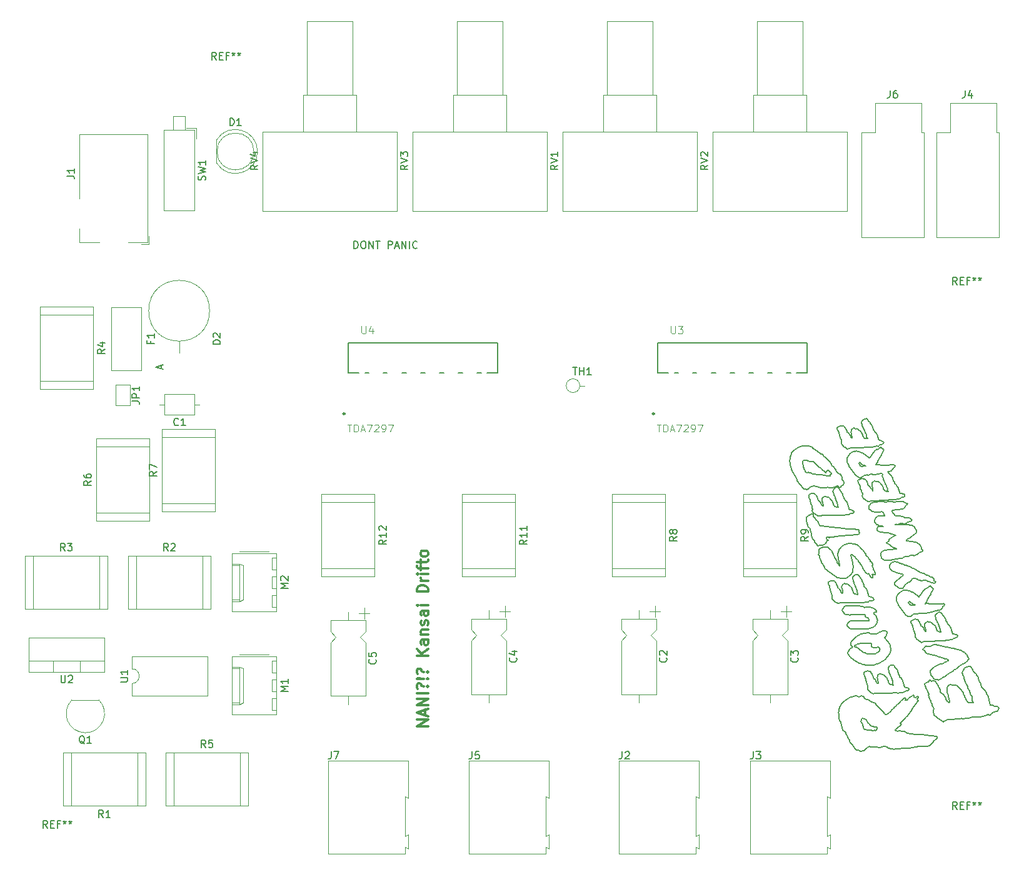
<source format=gbr>
G04 #@! TF.GenerationSoftware,KiCad,Pcbnew,(5.1.4)-1*
G04 #@! TF.CreationDate,2019-11-15T12:49:53-05:00*
G04 #@! TF.ProjectId,ffb,6666622e-6b69-4636-9164-5f7063625858,rev?*
G04 #@! TF.SameCoordinates,Original*
G04 #@! TF.FileFunction,Legend,Top*
G04 #@! TF.FilePolarity,Positive*
%FSLAX46Y46*%
G04 Gerber Fmt 4.6, Leading zero omitted, Abs format (unit mm)*
G04 Created by KiCad (PCBNEW (5.1.4)-1) date 2019-11-15 12:49:53*
%MOMM*%
%LPD*%
G04 APERTURE LIST*
%ADD10C,0.300000*%
%ADD11C,0.150000*%
%ADD12C,0.200000*%
%ADD13C,0.120000*%
%ADD14C,0.240000*%
%ADD15C,0.127000*%
%ADD16C,0.050000*%
G04 APERTURE END LIST*
D10*
X103548571Y-118537142D02*
X102048571Y-118537142D01*
X103548571Y-117680000D01*
X102048571Y-117680000D01*
X103120000Y-117037142D02*
X103120000Y-116322857D01*
X103548571Y-117180000D02*
X102048571Y-116680000D01*
X103548571Y-116180000D01*
X103548571Y-115680000D02*
X102048571Y-115680000D01*
X103548571Y-114822857D01*
X102048571Y-114822857D01*
X103548571Y-114108571D02*
X102048571Y-114108571D01*
X103405714Y-113180000D02*
X103477142Y-113108571D01*
X103548571Y-113180000D01*
X103477142Y-113251428D01*
X103405714Y-113180000D01*
X103548571Y-113180000D01*
X102120000Y-113465714D02*
X102048571Y-113322857D01*
X102048571Y-112965714D01*
X102120000Y-112822857D01*
X102262857Y-112751428D01*
X102405714Y-112751428D01*
X102548571Y-112822857D01*
X102620000Y-112894285D01*
X102691428Y-113037142D01*
X102762857Y-113108571D01*
X102905714Y-113180000D01*
X102977142Y-113180000D01*
X103405714Y-112108571D02*
X103477142Y-112037142D01*
X103548571Y-112108571D01*
X103477142Y-112180000D01*
X103405714Y-112108571D01*
X103548571Y-112108571D01*
X102977142Y-112108571D02*
X102120000Y-112180000D01*
X102048571Y-112108571D01*
X102120000Y-112037142D01*
X102977142Y-112108571D01*
X102048571Y-112108571D01*
X103405714Y-111180000D02*
X103477142Y-111108571D01*
X103548571Y-111180000D01*
X103477142Y-111251428D01*
X103405714Y-111180000D01*
X103548571Y-111180000D01*
X102120000Y-111465714D02*
X102048571Y-111322857D01*
X102048571Y-110965714D01*
X102120000Y-110822857D01*
X102262857Y-110751428D01*
X102405714Y-110751428D01*
X102548571Y-110822857D01*
X102620000Y-110894285D01*
X102691428Y-111037142D01*
X102762857Y-111108571D01*
X102905714Y-111180000D01*
X102977142Y-111180000D01*
X103548571Y-108965714D02*
X102048571Y-108965714D01*
X103548571Y-108108571D02*
X102691428Y-108751428D01*
X102048571Y-108108571D02*
X102905714Y-108965714D01*
X103548571Y-106822857D02*
X102762857Y-106822857D01*
X102620000Y-106894285D01*
X102548571Y-107037142D01*
X102548571Y-107322857D01*
X102620000Y-107465714D01*
X103477142Y-106822857D02*
X103548571Y-106965714D01*
X103548571Y-107322857D01*
X103477142Y-107465714D01*
X103334285Y-107537142D01*
X103191428Y-107537142D01*
X103048571Y-107465714D01*
X102977142Y-107322857D01*
X102977142Y-106965714D01*
X102905714Y-106822857D01*
X102548571Y-106108571D02*
X103548571Y-106108571D01*
X102691428Y-106108571D02*
X102620000Y-106037142D01*
X102548571Y-105894285D01*
X102548571Y-105680000D01*
X102620000Y-105537142D01*
X102762857Y-105465714D01*
X103548571Y-105465714D01*
X103477142Y-104822857D02*
X103548571Y-104680000D01*
X103548571Y-104394285D01*
X103477142Y-104251428D01*
X103334285Y-104180000D01*
X103262857Y-104180000D01*
X103120000Y-104251428D01*
X103048571Y-104394285D01*
X103048571Y-104608571D01*
X102977142Y-104751428D01*
X102834285Y-104822857D01*
X102762857Y-104822857D01*
X102620000Y-104751428D01*
X102548571Y-104608571D01*
X102548571Y-104394285D01*
X102620000Y-104251428D01*
X103548571Y-102894285D02*
X102762857Y-102894285D01*
X102620000Y-102965714D01*
X102548571Y-103108571D01*
X102548571Y-103394285D01*
X102620000Y-103537142D01*
X103477142Y-102894285D02*
X103548571Y-103037142D01*
X103548571Y-103394285D01*
X103477142Y-103537142D01*
X103334285Y-103608571D01*
X103191428Y-103608571D01*
X103048571Y-103537142D01*
X102977142Y-103394285D01*
X102977142Y-103037142D01*
X102905714Y-102894285D01*
X103548571Y-102180000D02*
X102548571Y-102180000D01*
X102048571Y-102180000D02*
X102120000Y-102251428D01*
X102191428Y-102180000D01*
X102120000Y-102108571D01*
X102048571Y-102180000D01*
X102191428Y-102180000D01*
X103548571Y-100322857D02*
X102048571Y-100322857D01*
X102048571Y-99965714D01*
X102120000Y-99751428D01*
X102262857Y-99608571D01*
X102405714Y-99537142D01*
X102691428Y-99465714D01*
X102905714Y-99465714D01*
X103191428Y-99537142D01*
X103334285Y-99608571D01*
X103477142Y-99751428D01*
X103548571Y-99965714D01*
X103548571Y-100322857D01*
X103548571Y-98822857D02*
X102548571Y-98822857D01*
X102834285Y-98822857D02*
X102691428Y-98751428D01*
X102620000Y-98680000D01*
X102548571Y-98537142D01*
X102548571Y-98394285D01*
X103548571Y-97894285D02*
X102548571Y-97894285D01*
X102048571Y-97894285D02*
X102120000Y-97965714D01*
X102191428Y-97894285D01*
X102120000Y-97822857D01*
X102048571Y-97894285D01*
X102191428Y-97894285D01*
X102548571Y-97394285D02*
X102548571Y-96822857D01*
X103548571Y-97180000D02*
X102262857Y-97180000D01*
X102120000Y-97108571D01*
X102048571Y-96965714D01*
X102048571Y-96822857D01*
X102548571Y-96537142D02*
X102548571Y-95965714D01*
X102048571Y-96322857D02*
X103334285Y-96322857D01*
X103477142Y-96251428D01*
X103548571Y-96108571D01*
X103548571Y-95965714D01*
X103548571Y-95251428D02*
X103477142Y-95394285D01*
X103405714Y-95465714D01*
X103262857Y-95537142D01*
X102834285Y-95537142D01*
X102691428Y-95465714D01*
X102620000Y-95394285D01*
X102548571Y-95251428D01*
X102548571Y-95037142D01*
X102620000Y-94894285D01*
X102691428Y-94822857D01*
X102834285Y-94751428D01*
X103262857Y-94751428D01*
X103405714Y-94822857D01*
X103477142Y-94894285D01*
X103548571Y-95037142D01*
X103548571Y-95251428D01*
D11*
X93528095Y-53792380D02*
X93528095Y-52792380D01*
X93766190Y-52792380D01*
X93909047Y-52840000D01*
X94004285Y-52935238D01*
X94051904Y-53030476D01*
X94099523Y-53220952D01*
X94099523Y-53363809D01*
X94051904Y-53554285D01*
X94004285Y-53649523D01*
X93909047Y-53744761D01*
X93766190Y-53792380D01*
X93528095Y-53792380D01*
X94718571Y-52792380D02*
X94909047Y-52792380D01*
X95004285Y-52840000D01*
X95099523Y-52935238D01*
X95147142Y-53125714D01*
X95147142Y-53459047D01*
X95099523Y-53649523D01*
X95004285Y-53744761D01*
X94909047Y-53792380D01*
X94718571Y-53792380D01*
X94623333Y-53744761D01*
X94528095Y-53649523D01*
X94480476Y-53459047D01*
X94480476Y-53125714D01*
X94528095Y-52935238D01*
X94623333Y-52840000D01*
X94718571Y-52792380D01*
X95575714Y-53792380D02*
X95575714Y-52792380D01*
X96147142Y-53792380D01*
X96147142Y-52792380D01*
X96480476Y-52792380D02*
X97051904Y-52792380D01*
X96766190Y-53792380D02*
X96766190Y-52792380D01*
X98147142Y-53792380D02*
X98147142Y-52792380D01*
X98528095Y-52792380D01*
X98623333Y-52840000D01*
X98670952Y-52887619D01*
X98718571Y-52982857D01*
X98718571Y-53125714D01*
X98670952Y-53220952D01*
X98623333Y-53268571D01*
X98528095Y-53316190D01*
X98147142Y-53316190D01*
X99099523Y-53506666D02*
X99575714Y-53506666D01*
X99004285Y-53792380D02*
X99337619Y-52792380D01*
X99670952Y-53792380D01*
X100004285Y-53792380D02*
X100004285Y-52792380D01*
X100575714Y-53792380D01*
X100575714Y-52792380D01*
X101051904Y-53792380D02*
X101051904Y-52792380D01*
X102099523Y-53697142D02*
X102051904Y-53744761D01*
X101909047Y-53792380D01*
X101813809Y-53792380D01*
X101670952Y-53744761D01*
X101575714Y-53649523D01*
X101528095Y-53554285D01*
X101480476Y-53363809D01*
X101480476Y-53220952D01*
X101528095Y-53030476D01*
X101575714Y-52935238D01*
X101670952Y-52840000D01*
X101813809Y-52792380D01*
X101909047Y-52792380D01*
X102051904Y-52840000D01*
X102099523Y-52887619D01*
D12*
X155287293Y-91782739D02*
X155192049Y-91691832D01*
X161665444Y-92574042D02*
X161471153Y-92581140D01*
X161471153Y-92581140D02*
X161399271Y-92595585D01*
X155670537Y-93135098D02*
X155608175Y-93018197D01*
X155312805Y-91892469D02*
X155287293Y-91782739D01*
X161541541Y-98004435D02*
X161724044Y-97986692D01*
X161724044Y-97986692D02*
X161816219Y-98050555D01*
X162932984Y-99989580D02*
X162991661Y-100103958D01*
X158182487Y-92887299D02*
X157979763Y-92887502D01*
X157979763Y-92887502D02*
X157780267Y-92890943D01*
X157780267Y-92890943D02*
X157588869Y-92900447D01*
X157588869Y-92900447D02*
X157543331Y-92908275D01*
X163166842Y-100623525D02*
X163204919Y-100785607D01*
X163204919Y-100785607D02*
X163255235Y-100935716D01*
X163255235Y-100935716D02*
X163324448Y-100991737D01*
X159193435Y-92792338D02*
X159001883Y-92800961D01*
X159001883Y-92800961D02*
X158841680Y-92841076D01*
X158841680Y-92841076D02*
X158841145Y-92841519D01*
X159981778Y-92723201D02*
X159833881Y-92776073D01*
X159833881Y-92776073D02*
X159646017Y-92788277D01*
X159646017Y-92788277D02*
X159447837Y-92791674D01*
X159447837Y-92791674D02*
X159232155Y-92792357D01*
X159232155Y-92792357D02*
X159193435Y-92792338D01*
X162739378Y-99733951D02*
X162842633Y-99831368D01*
X162842633Y-99831368D02*
X162874307Y-99888921D01*
X155380553Y-92146906D02*
X155341781Y-91984893D01*
X155341781Y-91984893D02*
X155312805Y-91892469D01*
X160158660Y-92674842D02*
X159995950Y-92712246D01*
X159995950Y-92712246D02*
X159981778Y-92723201D01*
X156976628Y-94004767D02*
X156816753Y-94046161D01*
X156816753Y-94046161D02*
X156641403Y-94059617D01*
X162419346Y-99055961D02*
X162470837Y-99205075D01*
X162470837Y-99205075D02*
X162499283Y-99243161D01*
X163324448Y-100991737D02*
X163486003Y-101031379D01*
X163486003Y-101031379D02*
X163634455Y-101083458D01*
X163634455Y-101083458D02*
X163775186Y-101143874D01*
X163775186Y-101143874D02*
X163862663Y-101195463D01*
X155489403Y-92407013D02*
X155420242Y-92275873D01*
X155420242Y-92275873D02*
X155380553Y-92146906D01*
X155608175Y-93018197D02*
X155536960Y-92889002D01*
X155536960Y-92889002D02*
X155502811Y-92723122D01*
X155502811Y-92723122D02*
X155525403Y-92587722D01*
X162991661Y-100103958D02*
X163039567Y-100217457D01*
X155944364Y-93594395D02*
X155876574Y-93460447D01*
X155876574Y-93460447D02*
X155807450Y-93362720D01*
X157578480Y-93453154D02*
X157488352Y-93563037D01*
X157488352Y-93563037D02*
X157470764Y-93630376D01*
X160318534Y-92656133D02*
X160158660Y-92674842D01*
X163862663Y-101195463D02*
X163911835Y-101346326D01*
X163911835Y-101346326D02*
X163832048Y-101438874D01*
X161816219Y-98050555D02*
X161895837Y-98171057D01*
X161895837Y-98171057D02*
X161895872Y-98172161D01*
X155084332Y-91544573D02*
X155018561Y-91409855D01*
X155018561Y-91409855D02*
X155015734Y-91406695D01*
X154914254Y-90164508D02*
X154966695Y-90111841D01*
X154800301Y-90232993D02*
X154914254Y-90164508D01*
X163039567Y-100217457D02*
X163097759Y-100360830D01*
X163097759Y-100360830D02*
X163141901Y-100518432D01*
X163141901Y-100518432D02*
X163166842Y-100623525D01*
X162499283Y-99243161D02*
X162562231Y-99380676D01*
X162562231Y-99380676D02*
X162578653Y-99459217D01*
X154843104Y-90816451D02*
X154809590Y-90648396D01*
X154809590Y-90648396D02*
X154778723Y-90479189D01*
X154778723Y-90479189D02*
X154768807Y-90288748D01*
X154768807Y-90288748D02*
X154800301Y-90232993D01*
X163832048Y-101438874D02*
X163830433Y-101439135D01*
X161190612Y-98228939D02*
X161286908Y-98123576D01*
X161286908Y-98123576D02*
X161406948Y-98042348D01*
X161406948Y-98042348D02*
X161541541Y-98004435D01*
X157470764Y-93630376D02*
X157400749Y-93760923D01*
X157400749Y-93760923D02*
X157300531Y-93860813D01*
X157300531Y-93860813D02*
X157183080Y-93943700D01*
X157183080Y-93943700D02*
X157091431Y-93969079D01*
X161399271Y-92595585D02*
X161222132Y-92619540D01*
X161222132Y-92619540D02*
X161032198Y-92630835D01*
X161032198Y-92630835D02*
X160833267Y-92634005D01*
X160833267Y-92634005D02*
X160788234Y-92633456D01*
X164054908Y-98003939D02*
X164058905Y-98003851D01*
X155807450Y-93362720D02*
X155724636Y-93244381D01*
X155724636Y-93244381D02*
X155670537Y-93135098D01*
X157543331Y-92908275D02*
X157536847Y-93102426D01*
X157536847Y-93102426D02*
X157572876Y-93269196D01*
X157572876Y-93269196D02*
X157641976Y-93390423D01*
X161876341Y-92494785D02*
X161749396Y-92567855D01*
X161749396Y-92567855D02*
X161665444Y-92574042D01*
X162578653Y-99459217D02*
X162625449Y-99613962D01*
X162625449Y-99613962D02*
X162721025Y-99719551D01*
X162721025Y-99719551D02*
X162739378Y-99733951D01*
X158841145Y-92841519D02*
X158676239Y-92877285D01*
X158676239Y-92877285D02*
X158483585Y-92885793D01*
X158483585Y-92885793D02*
X158276587Y-92887619D01*
X158276587Y-92887619D02*
X158182487Y-92887299D01*
X157091431Y-93969079D02*
X156976628Y-94004767D01*
X162072754Y-98424076D02*
X162161987Y-98536937D01*
X162161987Y-98536937D02*
X162246393Y-98655887D01*
X162246393Y-98655887D02*
X162321406Y-98781769D01*
X162321406Y-98781769D02*
X162383063Y-98921104D01*
X162383063Y-98921104D02*
X162419346Y-99055961D01*
X155044364Y-89989016D02*
X155177876Y-89965204D01*
X154966695Y-90111841D02*
X155044364Y-89989016D01*
X155015734Y-91406695D02*
X154954592Y-91267481D01*
X154954592Y-91267481D02*
X154909754Y-91110303D01*
X154909754Y-91110303D02*
X154871076Y-90948356D01*
X154871076Y-90948356D02*
X154843104Y-90816451D01*
X155192049Y-91691832D02*
X155097851Y-91585460D01*
X155097851Y-91585460D02*
X155084332Y-91544573D01*
X155525403Y-92587722D02*
X155496212Y-92416304D01*
X155496212Y-92416304D02*
X155489403Y-92407013D01*
X157641976Y-93390423D02*
X157578480Y-93453154D01*
X161895872Y-98172161D02*
X161972738Y-98295984D01*
X161972738Y-98295984D02*
X162062002Y-98410933D01*
X162062002Y-98410933D02*
X162072754Y-98424076D01*
X156154128Y-93856515D02*
X156056027Y-93752254D01*
X156056027Y-93752254D02*
X155967108Y-93640733D01*
X155967108Y-93640733D02*
X155944364Y-93594395D01*
X160788234Y-92633456D02*
X160588197Y-92633345D01*
X160588197Y-92633345D02*
X160396586Y-92642258D01*
X160396586Y-92642258D02*
X160318534Y-92656133D01*
X162874307Y-99888921D02*
X162932984Y-99989580D01*
X158290628Y-98813264D02*
X158462124Y-98833674D01*
X163731475Y-96445632D02*
X163777680Y-96575629D01*
X158279006Y-100986865D02*
X158273337Y-100795753D01*
X158849847Y-101800269D02*
X158727246Y-101720813D01*
X158727246Y-101720813D02*
X158612059Y-101635412D01*
X158612059Y-101635412D02*
X158504627Y-101542779D01*
X158504627Y-101542779D02*
X158406223Y-101440712D01*
X158406223Y-101440712D02*
X158320547Y-101325498D01*
X158320547Y-101325498D02*
X158257660Y-101187671D01*
X158257660Y-101187671D02*
X158270950Y-101000642D01*
X158270950Y-101000642D02*
X158279006Y-100986865D01*
X161059085Y-98546521D02*
X161084210Y-98370917D01*
X161084210Y-98370917D02*
X161169248Y-98254720D01*
X161169248Y-98254720D02*
X161190612Y-98228939D01*
X162767667Y-101733173D02*
X162605459Y-101773036D01*
X162605459Y-101773036D02*
X162424298Y-101793173D01*
X162424298Y-101793173D02*
X162383233Y-101793437D01*
X161139022Y-98767397D02*
X161079546Y-98626678D01*
X161079546Y-98626678D02*
X161059085Y-98546521D01*
X161171053Y-98894559D02*
X161139022Y-98767397D01*
X161484849Y-99715557D02*
X161420078Y-99579913D01*
X161420078Y-99579913D02*
X161406612Y-99519825D01*
X159742817Y-100487737D02*
X159720738Y-100308087D01*
X159720738Y-100308087D02*
X159686501Y-100140379D01*
X159686501Y-100140379D02*
X159645573Y-99980837D01*
X159645573Y-99980837D02*
X159605904Y-99879618D01*
X160315784Y-99299720D02*
X160463526Y-99352945D01*
X160463526Y-99352945D02*
X160579670Y-99440982D01*
X160579670Y-99440982D02*
X160686713Y-99539479D01*
X160686713Y-99539479D02*
X160784963Y-99643063D01*
X160784963Y-99643063D02*
X160876221Y-99753436D01*
X160876221Y-99753436D02*
X160957183Y-99873268D01*
X160957183Y-99873268D02*
X161002420Y-100015976D01*
X160076823Y-99246429D02*
X160225373Y-99297994D01*
X160225373Y-99297994D02*
X160315784Y-99299720D01*
X159719006Y-99330306D02*
X159821438Y-99232547D01*
X159821438Y-99232547D02*
X160001895Y-99212635D01*
X160001895Y-99212635D02*
X160076823Y-99246429D01*
X160418256Y-101801374D02*
X160214942Y-101803195D01*
X160214942Y-101803195D02*
X160016175Y-101805671D01*
X160016175Y-101805671D02*
X159818156Y-101809228D01*
X159818156Y-101809228D02*
X159622882Y-101814611D01*
X159622882Y-101814611D02*
X159430632Y-101823867D01*
X159430632Y-101823867D02*
X159252900Y-101846377D01*
X159252900Y-101846377D02*
X159226316Y-101858974D01*
X159645022Y-100508147D02*
X159742817Y-100487737D01*
X158003479Y-99934270D02*
X157981386Y-99756077D01*
X157981386Y-99756077D02*
X157948487Y-99667076D01*
X163906656Y-97288962D02*
X163964879Y-97431373D01*
X163964879Y-97431373D02*
X163965333Y-97445037D01*
X158088802Y-100259013D02*
X158028197Y-100119422D01*
X158028197Y-100119422D02*
X158003802Y-99941430D01*
X158003802Y-99941430D02*
X158003479Y-99934270D01*
X158983416Y-99483649D02*
X159017715Y-99602421D01*
X163830433Y-101439135D02*
X163705136Y-101514235D01*
X163705136Y-101514235D02*
X163552637Y-101521056D01*
X157948487Y-99667076D02*
X157903132Y-99556242D01*
X162383233Y-101793437D02*
X162181917Y-101790276D01*
X162181917Y-101790276D02*
X161980627Y-101790425D01*
X161980627Y-101790425D02*
X161781275Y-101791434D01*
X161781275Y-101791434D02*
X161579788Y-101792735D01*
X161579788Y-101792735D02*
X161358040Y-101794301D01*
X161358040Y-101794301D02*
X161133968Y-101795952D01*
X161133968Y-101795952D02*
X160890034Y-101797785D01*
X160890034Y-101797785D02*
X160684434Y-101799346D01*
X160684434Y-101799346D02*
X160418256Y-101801374D01*
X161208471Y-99019595D02*
X161171053Y-98894559D01*
X161680723Y-100340823D02*
X161657585Y-100163511D01*
X161657585Y-100163511D02*
X161649258Y-100153283D01*
X163965333Y-97445037D02*
X164010787Y-97600110D01*
X164010787Y-97600110D02*
X164043570Y-97651938D01*
X159429872Y-100201041D02*
X159488549Y-100342008D01*
X159212455Y-99891328D02*
X159310247Y-99995783D01*
X159310247Y-99995783D02*
X159396067Y-100110318D01*
X159396067Y-100110318D02*
X159429872Y-100201041D01*
X163007478Y-101710496D02*
X162813789Y-101717911D01*
X162813789Y-101717911D02*
X162767667Y-101733173D01*
X157674575Y-94255202D02*
X157962858Y-94532459D01*
X159017715Y-99602421D02*
X159077342Y-99744305D01*
X159077342Y-99744305D02*
X159172025Y-99850248D01*
X159172025Y-99850248D02*
X159212455Y-99891328D01*
X158189998Y-100522918D02*
X158144575Y-100366111D01*
X158144575Y-100366111D02*
X158088802Y-100259013D01*
X163552637Y-101521056D02*
X163370700Y-101539447D01*
X163370700Y-101539447D02*
X163314811Y-101593992D01*
X161033601Y-100086785D02*
X161073853Y-100173525D01*
X158462124Y-98833674D02*
X158609164Y-98887519D01*
X158609164Y-98887519D02*
X158705295Y-98991749D01*
X158705295Y-98991749D02*
X158712424Y-99000152D01*
X163792987Y-97018140D02*
X163847979Y-97151963D01*
X157767636Y-99221810D02*
X157775461Y-99029330D01*
X157775461Y-99029330D02*
X157864658Y-98918126D01*
X157864658Y-98918126D02*
X157974849Y-98893825D01*
X163847979Y-97151963D02*
X163906656Y-97288962D01*
X161269415Y-99191006D02*
X161220629Y-99039118D01*
X161220629Y-99039118D02*
X161208471Y-99019595D01*
X161325258Y-99321570D02*
X161269415Y-99191006D01*
X157848707Y-99445379D02*
X157785856Y-99308052D01*
X157785856Y-99308052D02*
X157767636Y-99221810D01*
X161406612Y-99519825D02*
X161357969Y-99367918D01*
X161357969Y-99367918D02*
X161325258Y-99321570D01*
X161564219Y-99923308D02*
X161519106Y-99768415D01*
X161519106Y-99768415D02*
X161484849Y-99715557D01*
X161649258Y-100153283D02*
X161585986Y-100015959D01*
X161585986Y-100015959D02*
X161564219Y-99923308D01*
X164043570Y-97651938D02*
X164110708Y-97784901D01*
X164110708Y-97784901D02*
X164087807Y-97962267D01*
X164087807Y-97962267D02*
X164054908Y-98003939D01*
X158899227Y-99312833D02*
X158958010Y-99454104D01*
X158958010Y-99454104D02*
X158983416Y-99483649D01*
X158273337Y-100795753D02*
X158218896Y-100649095D01*
X158218896Y-100649095D02*
X158189998Y-100522918D01*
X159488549Y-100342008D02*
X159547227Y-100440087D01*
X159226316Y-101858974D02*
X159065907Y-101898961D01*
X159065907Y-101898961D02*
X158921960Y-101841502D01*
X158921960Y-101841502D02*
X158849847Y-101800269D01*
X161002420Y-100015976D02*
X161033601Y-100086785D01*
X163777680Y-96575629D02*
X163755003Y-96696271D01*
X159547227Y-100440087D02*
X159645022Y-100508147D01*
X158712424Y-99000152D02*
X158798416Y-99115326D01*
X158798416Y-99115326D02*
X158872306Y-99242155D01*
X158872306Y-99242155D02*
X158899227Y-99312833D01*
X161073853Y-100173525D02*
X161119298Y-100329403D01*
X161119298Y-100329403D02*
X161192208Y-100457641D01*
X161192208Y-100457641D02*
X161282368Y-100568203D01*
X161282368Y-100568203D02*
X161343712Y-100611475D01*
X157346663Y-94256903D02*
X157674575Y-94255202D01*
X161717856Y-100559856D02*
X161672548Y-100404999D01*
X161672548Y-100404999D02*
X161680723Y-100340823D01*
X161760093Y-100692036D02*
X161717856Y-100559856D01*
X159605904Y-99879618D02*
X159585610Y-99698891D01*
X159585610Y-99698891D02*
X159620742Y-99532923D01*
X159620742Y-99532923D02*
X159678192Y-99390226D01*
X159678192Y-99390226D02*
X159719006Y-99330306D01*
X163650971Y-96288820D02*
X163726812Y-96413337D01*
X163726812Y-96413337D02*
X163731475Y-96445632D01*
X161343712Y-100611475D02*
X161493035Y-100662481D01*
X161493035Y-100662481D02*
X161655891Y-100700155D01*
X161655891Y-100700155D02*
X161760093Y-100692036D01*
X158141526Y-98831973D02*
X158290628Y-98813264D01*
X157974849Y-98893825D02*
X158125973Y-98844317D01*
X158125973Y-98844317D02*
X158141526Y-98831973D01*
X163755003Y-96696271D02*
X163709863Y-96851602D01*
X163709863Y-96851602D02*
X163768052Y-96993545D01*
X163768052Y-96993545D02*
X163792987Y-97018140D01*
X157903132Y-99556242D02*
X157848707Y-99445379D01*
X163314811Y-101593992D02*
X163208887Y-101690023D01*
X163208887Y-101690023D02*
X163047263Y-101728834D01*
X163047263Y-101728834D02*
X163007478Y-101710496D01*
X158760499Y-95890353D02*
X158819176Y-95997163D01*
X163498751Y-96260757D02*
X163650971Y-96288820D01*
X159112562Y-96602615D02*
X159193333Y-96722050D01*
X159193333Y-96722050D02*
X159304751Y-96780035D01*
X164401784Y-104373710D02*
X164401954Y-104373957D01*
X159234792Y-98456116D02*
X159086347Y-98403819D01*
X159086347Y-98403819D02*
X158992430Y-98384796D01*
X158992430Y-98384796D02*
X158899737Y-98349391D01*
X158408436Y-95214234D02*
X158467113Y-95331673D01*
X156512710Y-95413515D02*
X156452918Y-95271939D01*
X156452918Y-95271939D02*
X156490033Y-95152472D01*
X160352975Y-93838957D02*
X160516872Y-93802526D01*
X160516872Y-93802526D02*
X160708361Y-93790903D01*
X160708361Y-93790903D02*
X160903998Y-93795339D01*
X160903998Y-93795339D02*
X161089071Y-93811677D01*
X161089071Y-93811677D02*
X161261876Y-93839123D01*
X161261876Y-93839123D02*
X161420130Y-93881346D01*
X161420130Y-93881346D02*
X161477138Y-93905175D01*
X157001120Y-96558570D02*
X156922883Y-96448614D01*
X156758474Y-94385228D02*
X156898401Y-94323198D01*
X156898401Y-94323198D02*
X156940458Y-94301634D01*
X156556647Y-94555788D02*
X156655104Y-94453195D01*
X156655104Y-94453195D02*
X156758474Y-94385228D01*
X161059765Y-97537778D02*
X161034253Y-97658449D01*
X161079608Y-97420991D02*
X161059765Y-97537778D01*
X161128080Y-97083470D02*
X161107407Y-97263459D01*
X161107407Y-97263459D02*
X161108238Y-97275149D01*
X161494004Y-95766505D02*
X161393576Y-95663740D01*
X161393576Y-95663740D02*
X161290161Y-95564815D01*
X161290161Y-95564815D02*
X161182960Y-95469670D01*
X161182960Y-95469670D02*
X161071448Y-95379893D01*
X161071448Y-95379893D02*
X160951643Y-95298927D01*
X160951643Y-95298927D02*
X160843765Y-95271669D01*
X157920707Y-97677297D02*
X157807803Y-97588731D01*
X157807803Y-97588731D02*
X157697956Y-97495361D01*
X157697956Y-97495361D02*
X157592276Y-97399802D01*
X157592276Y-97399802D02*
X157488736Y-97300610D01*
X157488736Y-97300610D02*
X157389023Y-97198554D01*
X157389023Y-97198554D02*
X157294929Y-97092064D01*
X157294929Y-97092064D02*
X157229592Y-96996324D01*
X158653406Y-98187335D02*
X158525264Y-98111436D01*
X158525264Y-98111436D02*
X158403043Y-98033600D01*
X158403043Y-98033600D02*
X158291309Y-97955631D01*
X163423349Y-96183484D02*
X163498751Y-96260757D01*
X163343696Y-95937579D02*
X163421730Y-96060264D01*
X163421730Y-96060264D02*
X163423349Y-96183484D01*
X161627091Y-93961641D02*
X161754617Y-94035624D01*
X161754617Y-94035624D02*
X161866464Y-94126346D01*
X161866464Y-94126346D02*
X161973415Y-94220693D01*
X161973415Y-94220693D02*
X162078785Y-94318779D01*
X162078785Y-94318779D02*
X162181602Y-94418879D01*
X162181602Y-94418879D02*
X162282216Y-94521256D01*
X162282216Y-94521256D02*
X162380594Y-94626545D01*
X162380594Y-94626545D02*
X162474620Y-94734215D01*
X162474620Y-94734215D02*
X162510253Y-94777891D01*
X156881498Y-96351754D02*
X156827356Y-96235761D01*
X163222656Y-95725689D02*
X163290328Y-95858828D01*
X163290328Y-95858828D02*
X163343696Y-95937579D01*
X158467113Y-95331673D02*
X158525790Y-95458070D01*
X160991450Y-97752078D02*
X160914926Y-97875807D01*
X160914926Y-97875807D02*
X160819526Y-97982020D01*
X160819526Y-97982020D02*
X160719723Y-98082462D01*
X160719723Y-98082462D02*
X160615127Y-98180455D01*
X160615127Y-98180455D02*
X160507608Y-98274289D01*
X160507608Y-98274289D02*
X160395871Y-98362982D01*
X160395871Y-98362982D02*
X160273597Y-98441140D01*
X160273597Y-98441140D02*
X160269438Y-98443076D01*
X157962858Y-94532459D02*
X158064389Y-94633574D01*
X158064389Y-94633574D02*
X158160736Y-94739905D01*
X158160736Y-94739905D02*
X158244834Y-94856680D01*
X158244834Y-94856680D02*
X158275775Y-94932810D01*
X156827356Y-96235761D02*
X156757959Y-96104686D01*
X156757959Y-96104686D02*
X156748553Y-96067184D01*
X163045491Y-95557481D02*
X163157307Y-95646157D01*
X163157307Y-95646157D02*
X163222656Y-95725689D01*
X156670600Y-95882139D02*
X156612597Y-95738903D01*
X156612597Y-95738903D02*
X156596049Y-95651455D01*
X162889869Y-95376631D02*
X162969262Y-95498615D01*
X162969262Y-95498615D02*
X163045491Y-95557481D01*
X162510253Y-94777891D02*
X162601606Y-94893357D01*
X162601606Y-94893357D02*
X162691018Y-95008334D01*
X162691018Y-95008334D02*
X162777715Y-95124265D01*
X162777715Y-95124265D02*
X162857999Y-95245034D01*
X162857999Y-95245034D02*
X162889869Y-95376631D01*
X156490033Y-95152472D02*
X156502075Y-94963612D01*
X156502075Y-94963612D02*
X156492868Y-94899991D01*
X156922883Y-96448614D02*
X156881498Y-96351754D01*
X159304751Y-96780035D02*
X159309795Y-96585062D01*
X159309795Y-96585062D02*
X159249759Y-96466883D01*
X158525790Y-95458070D02*
X158584627Y-95599498D01*
X158584627Y-95599498D02*
X158643145Y-95683991D01*
X158275775Y-94932810D02*
X158333190Y-95076010D01*
X158333190Y-95076010D02*
X158354294Y-95100706D01*
X161034253Y-97658449D02*
X160991450Y-97752078D01*
X161477138Y-93905175D02*
X161621427Y-93961161D01*
X161621427Y-93961161D02*
X161627091Y-93961641D01*
X160157101Y-93884992D02*
X160322389Y-93850234D01*
X160322389Y-93850234D02*
X160352975Y-93838957D01*
X159269035Y-94559819D02*
X159356495Y-94445338D01*
X159356495Y-94445338D02*
X159454859Y-94340346D01*
X159454859Y-94340346D02*
X159477381Y-94317457D01*
X156596049Y-95651455D02*
X156555390Y-95491534D01*
X156555390Y-95491534D02*
X156512710Y-95413515D01*
X157149372Y-96838576D02*
X157075669Y-96709479D01*
X157075669Y-96709479D02*
X157008795Y-96576001D01*
X157008795Y-96576001D02*
X157001120Y-96558570D01*
X159181727Y-94776046D02*
X159243819Y-94635804D01*
X159243819Y-94635804D02*
X159269035Y-94559819D01*
X159089885Y-94998991D02*
X159146073Y-94853854D01*
X159146073Y-94853854D02*
X159181727Y-94776046D01*
X159249759Y-96466883D02*
X159203196Y-96313402D01*
X159203196Y-96313402D02*
X159170170Y-96144795D01*
X159170170Y-96144795D02*
X159141115Y-95972332D01*
X159141115Y-95972332D02*
X159114619Y-95796706D01*
X159114619Y-95796706D02*
X159090744Y-95620422D01*
X159090744Y-95620422D02*
X159069418Y-95439283D01*
X159069418Y-95439283D02*
X159052949Y-95253438D01*
X159052949Y-95253438D02*
X159055586Y-95106594D01*
X158877853Y-96095043D02*
X158936531Y-96192895D01*
X158643145Y-95683991D02*
X158724801Y-95803573D01*
X158724801Y-95803573D02*
X158760499Y-95890353D01*
X156940458Y-94301634D02*
X157108778Y-94269054D01*
X157108778Y-94269054D02*
X157298371Y-94257614D01*
X157298371Y-94257614D02*
X157346663Y-94256903D01*
X156748553Y-96067184D02*
X156695405Y-95919906D01*
X156695405Y-95919906D02*
X156670600Y-95882139D01*
X157229592Y-96996324D02*
X157162702Y-96862383D01*
X157162702Y-96862383D02*
X157149372Y-96838576D01*
X160269438Y-98443076D02*
X160113238Y-98489649D01*
X160113238Y-98489649D02*
X159937142Y-98514305D01*
X159937142Y-98514305D02*
X159746355Y-98523615D01*
X159746355Y-98523615D02*
X159550715Y-98517460D01*
X159550715Y-98517460D02*
X159372230Y-98494768D01*
X159372230Y-98494768D02*
X159234792Y-98456116D01*
X160843765Y-95271669D02*
X160848147Y-95468496D01*
X160848147Y-95468496D02*
X160874814Y-95642230D01*
X160874814Y-95642230D02*
X160908387Y-95809490D01*
X160908387Y-95809490D02*
X160952940Y-95965838D01*
X160952940Y-95965838D02*
X160968206Y-95994031D01*
X158936531Y-96192895D02*
X158994708Y-96335041D01*
X158994708Y-96335041D02*
X158995208Y-96349481D01*
X156492868Y-94899991D02*
X156477034Y-94715593D01*
X156477034Y-94715593D02*
X156540406Y-94577744D01*
X156540406Y-94577744D02*
X156556647Y-94555788D01*
X161108238Y-97275149D02*
X161079608Y-97420991D01*
X158819176Y-95997163D02*
X158877853Y-96095043D01*
X158899737Y-98349391D02*
X158783737Y-98264807D01*
X158783737Y-98264807D02*
X158657013Y-98189375D01*
X158657013Y-98189375D02*
X158653406Y-98187335D01*
X158291309Y-97955631D02*
X158171646Y-97865067D01*
X158171646Y-97865067D02*
X158054783Y-97777336D01*
X158054783Y-97777336D02*
X157935899Y-97688593D01*
X157935899Y-97688593D02*
X157920707Y-97677297D01*
X160968206Y-95994031D02*
X161018592Y-96145916D01*
X161018592Y-96145916D02*
X161052444Y-96312255D01*
X161052444Y-96312255D02*
X161081723Y-96487698D01*
X161081723Y-96487698D02*
X161106405Y-96663918D01*
X161106405Y-96663918D02*
X161126422Y-96845731D01*
X161126422Y-96845731D02*
X161135085Y-97037237D01*
X161135085Y-97037237D02*
X161128080Y-97083470D01*
X159477381Y-94317457D02*
X159582427Y-94218899D01*
X159582427Y-94218899D02*
X159692308Y-94128504D01*
X159692308Y-94128504D02*
X159808885Y-94044264D01*
X159808885Y-94044264D02*
X159932810Y-93967826D01*
X159932810Y-93967826D02*
X160069668Y-93904005D01*
X160069668Y-93904005D02*
X160157101Y-93884992D01*
X159055586Y-95106594D02*
X159089885Y-94998991D01*
X159053885Y-96506038D02*
X159112562Y-96602615D01*
X158354294Y-95100706D02*
X158408436Y-95214234D01*
X158995208Y-96349481D02*
X159046116Y-96498836D01*
X159046116Y-96498836D02*
X159053885Y-96506038D01*
X163782527Y-97936783D02*
X163694653Y-97986078D01*
X164178981Y-102847112D02*
X164321038Y-102906266D01*
X164321038Y-102906266D02*
X164321280Y-102906555D01*
X162753324Y-103534539D02*
X162649284Y-103437916D01*
X162649284Y-103437916D02*
X162470043Y-103416399D01*
X162470043Y-103416399D02*
X162278043Y-103408317D01*
X162278043Y-103408317D02*
X162075203Y-103407094D01*
X162075203Y-103407094D02*
X161877490Y-103410103D01*
X161877490Y-103410103D02*
X161679093Y-103415913D01*
X161679093Y-103415913D02*
X161480394Y-103423768D01*
X161480394Y-103423768D02*
X161286244Y-103432960D01*
X161286244Y-103432960D02*
X161093424Y-103443274D01*
X161093424Y-103443274D02*
X160896580Y-103454806D01*
X160896580Y-103454806D02*
X160876278Y-103456048D01*
X162994552Y-103808593D02*
X162865083Y-103736934D01*
X162865083Y-103736934D02*
X162754287Y-103647357D01*
X162754287Y-103647357D02*
X162753324Y-103534539D01*
X164058905Y-98003851D02*
X163931629Y-98016890D01*
X160522997Y-104442343D02*
X160708666Y-104256277D01*
X164751721Y-108072598D02*
X164750927Y-108072713D01*
X164521094Y-79450141D02*
X164563244Y-79608662D01*
X164563244Y-79608662D02*
X164619282Y-79753074D01*
X164619282Y-79753074D02*
X164682952Y-79791755D01*
X164105280Y-103453831D02*
X164190934Y-103569414D01*
X164190934Y-103569414D02*
X164263487Y-103697084D01*
X164263487Y-103697084D02*
X164323054Y-103837643D01*
X164323054Y-103837643D02*
X164353595Y-103929638D01*
X162977573Y-102412986D02*
X163134064Y-102368648D01*
X163134064Y-102368648D02*
X163331655Y-102366063D01*
X163331655Y-102366063D02*
X163440074Y-102415254D01*
X163711916Y-102509534D02*
X163871263Y-102550445D01*
X163871263Y-102550445D02*
X163999084Y-102624037D01*
X163999084Y-102624037D02*
X164081689Y-102741526D01*
X164081689Y-102741526D02*
X164086004Y-102775651D01*
X163440074Y-102415254D02*
X163576407Y-102479469D01*
X163576407Y-102479469D02*
X163711916Y-102509534D01*
X159891268Y-103203651D02*
X159797459Y-103096918D01*
X159797459Y-103096918D02*
X159707441Y-102986569D01*
X159707441Y-102986569D02*
X159646600Y-102846414D01*
X159646600Y-102846414D02*
X159695216Y-102694356D01*
X159695216Y-102694356D02*
X159702197Y-102679477D01*
X161205012Y-102221534D02*
X161399640Y-102215107D01*
X161399640Y-102215107D02*
X161591868Y-102223382D01*
X161591868Y-102223382D02*
X161781058Y-102237582D01*
X161781058Y-102237582D02*
X161963129Y-102255957D01*
X161963129Y-102255957D02*
X162140785Y-102279395D01*
X162140785Y-102279395D02*
X162308260Y-102312743D01*
X162308260Y-102312743D02*
X162344228Y-102326047D01*
X160603897Y-102232022D02*
X160802209Y-102236144D01*
X160802209Y-102236144D02*
X161001535Y-102234440D01*
X161001535Y-102234440D02*
X161190853Y-102223458D01*
X161190853Y-102223458D02*
X161205012Y-102221534D01*
X160876278Y-103456048D02*
X160680391Y-103462514D01*
X160680391Y-103462514D02*
X160482970Y-103456896D01*
X160482970Y-103456896D02*
X160302395Y-103436199D01*
X160302395Y-103436199D02*
X160277658Y-103431386D01*
X164401954Y-104373957D02*
X164357106Y-104530455D01*
X164357106Y-104530455D02*
X164290224Y-104664327D01*
X164290224Y-104664327D02*
X164203943Y-104779495D01*
X164203943Y-104779495D02*
X164181135Y-104804542D01*
X164390417Y-79054524D02*
X164449229Y-79198082D01*
X164449229Y-79198082D02*
X164495750Y-79354040D01*
X164495750Y-79354040D02*
X164521094Y-79450141D01*
X164050543Y-78573119D02*
X164154319Y-78669364D01*
X164154319Y-78669364D02*
X164209283Y-78747279D01*
X160277658Y-103431386D02*
X160120445Y-103387939D01*
X160120445Y-103387939D02*
X159996238Y-103311197D01*
X159996238Y-103311197D02*
X159896804Y-103209879D01*
X159896804Y-103209879D02*
X159891268Y-103203651D01*
X164682952Y-79791755D02*
X164824968Y-79826933D01*
X163694653Y-97986078D02*
X163753330Y-98110944D01*
X164181135Y-104804542D02*
X164082301Y-104911938D01*
X164082301Y-104911938D02*
X163987414Y-105017782D01*
X163987414Y-105017782D02*
X163979875Y-105026325D01*
X163931629Y-98016890D02*
X163803012Y-97943832D01*
X163803012Y-97943832D02*
X163782527Y-97936783D01*
X162344228Y-102326047D02*
X162465551Y-102351276D01*
X163479248Y-105265683D02*
X163321451Y-105310352D01*
X163321451Y-105310352D02*
X163161814Y-105351520D01*
X163161814Y-105351520D02*
X162999740Y-105383320D01*
X161794222Y-96121825D02*
X161709538Y-96004501D01*
X161709538Y-96004501D02*
X161615549Y-95897805D01*
X161615549Y-95897805D02*
X161516363Y-95790241D01*
X161516363Y-95790241D02*
X161494004Y-95766505D01*
X163979875Y-105026325D02*
X163870047Y-105118321D01*
X163870047Y-105118321D02*
X163733481Y-105182640D01*
X163733481Y-105182640D02*
X163581932Y-105234531D01*
X163581932Y-105234531D02*
X163479248Y-105265683D01*
X161912710Y-96299954D02*
X161824845Y-96186905D01*
X161824845Y-96186905D02*
X161794222Y-96121825D01*
X163254206Y-104243209D02*
X163291415Y-104080205D01*
X163291415Y-104080205D02*
X163208517Y-103962317D01*
X163208517Y-103962317D02*
X163098918Y-103870599D01*
X163098918Y-103870599D02*
X162994552Y-103808593D01*
X163121771Y-97879075D02*
X162963443Y-97836852D01*
X162963443Y-97836852D02*
X162855644Y-97744540D01*
X162855644Y-97744540D02*
X162760482Y-97639537D01*
X162760482Y-97639537D02*
X162674648Y-97523787D01*
X162674648Y-97523787D02*
X162600056Y-97398101D01*
X162600056Y-97398101D02*
X162598978Y-97396012D01*
X160506839Y-105141638D02*
X160406616Y-105041841D01*
X160406616Y-105041841D02*
X160339719Y-104908514D01*
X160339719Y-104908514D02*
X160335060Y-104803975D01*
X164209283Y-78747279D02*
X164276595Y-78880223D01*
X164276595Y-78880223D02*
X164352787Y-79004239D01*
X164352787Y-79004239D02*
X164390417Y-79054524D01*
X165303768Y-80069182D02*
X165249473Y-80215528D01*
X165249473Y-80215528D02*
X165210225Y-80255560D01*
X162049340Y-96494496D02*
X161971420Y-96372041D01*
X161971420Y-96372041D02*
X161912710Y-96299954D01*
X164353595Y-103929638D02*
X164399580Y-104086828D01*
X164399580Y-104086828D02*
X164433532Y-104223219D01*
X162598978Y-97396012D02*
X162527549Y-97258593D01*
X162527549Y-97258593D02*
X162458364Y-97127707D01*
X162458364Y-97127707D02*
X162418411Y-97054026D01*
X163888401Y-78325852D02*
X163949954Y-78465354D01*
X163949954Y-78465354D02*
X164046535Y-78570119D01*
X164046535Y-78570119D02*
X164050543Y-78573119D01*
X161037060Y-104275269D02*
X161228796Y-104284078D01*
X161228796Y-104284078D02*
X161423581Y-104289718D01*
X161423581Y-104289718D02*
X161623577Y-104293230D01*
X161623577Y-104293230D02*
X161822251Y-104294970D01*
X161822251Y-104294970D02*
X162023218Y-104295224D01*
X162023218Y-104295224D02*
X162224733Y-104294058D01*
X162224733Y-104294058D02*
X162428136Y-104291414D01*
X162428136Y-104291414D02*
X162626127Y-104287236D01*
X162626127Y-104287236D02*
X162820604Y-104281153D01*
X162820604Y-104281153D02*
X163013209Y-104272092D01*
X163013209Y-104272092D02*
X163197692Y-104256293D01*
X163197692Y-104256293D02*
X163254206Y-104243209D01*
X163794007Y-78108577D02*
X163861407Y-78241797D01*
X163861407Y-78241797D02*
X163888401Y-78325852D01*
X163543567Y-98372814D02*
X163454163Y-98261788D01*
X163454163Y-98261788D02*
X163418842Y-98182354D01*
X164321280Y-102906555D02*
X164279792Y-103065512D01*
X164279792Y-103065512D02*
X164129545Y-103116688D01*
X164129545Y-103116688D02*
X164061343Y-103121109D01*
X164433532Y-104223219D02*
X164401784Y-104373710D01*
X164061343Y-103121109D02*
X163914672Y-103174735D01*
X163914672Y-103174735D02*
X163985675Y-103304916D01*
X163985675Y-103304916D02*
X164076513Y-103419229D01*
X164076513Y-103419229D02*
X164105280Y-103453831D01*
X162558244Y-102395695D02*
X162702432Y-102451559D01*
X162702432Y-102451559D02*
X162889971Y-102439075D01*
X162889971Y-102439075D02*
X162977573Y-102412986D01*
X160335060Y-104803975D02*
X160365046Y-104631644D01*
X160365046Y-104631644D02*
X160450965Y-104516539D01*
X160450965Y-104516539D02*
X160522997Y-104442343D01*
X162465551Y-102351276D02*
X162558244Y-102395695D01*
X159702197Y-102679477D02*
X159775357Y-102551856D01*
X159775357Y-102551856D02*
X159864401Y-102439969D01*
X159864401Y-102439969D02*
X159967935Y-102343175D01*
X159967935Y-102343175D02*
X160088195Y-102262932D01*
X160088195Y-102262932D02*
X160090543Y-102261673D01*
X160807878Y-105332013D02*
X160671494Y-105267218D01*
X160671494Y-105267218D02*
X160554852Y-105183419D01*
X160554852Y-105183419D02*
X160506839Y-105141638D01*
X162362852Y-96895598D02*
X162287322Y-96770564D01*
X162287322Y-96770564D02*
X162205812Y-96682149D01*
X163753330Y-98110944D02*
X163809608Y-98254881D01*
X163809608Y-98254881D02*
X163763203Y-98410689D01*
X163763203Y-98410689D02*
X163739157Y-98437132D01*
X160708666Y-104256277D02*
X161037060Y-104275269D01*
X160090543Y-102261673D02*
X160262229Y-102231959D01*
X160262229Y-102231959D02*
X160458986Y-102228425D01*
X160458986Y-102228425D02*
X160603897Y-102232022D01*
X162205812Y-96682149D02*
X162108202Y-96579187D01*
X162108202Y-96579187D02*
X162049340Y-96494496D01*
X164086004Y-102775651D02*
X164178981Y-102847112D01*
X162418411Y-97054026D02*
X162363834Y-96908055D01*
X162363834Y-96908055D02*
X162362852Y-96895598D01*
X163301488Y-97953740D02*
X163201612Y-97853545D01*
X163201612Y-97853545D02*
X163121771Y-97879075D01*
X162999740Y-105383320D02*
X162801839Y-105387128D01*
X162801839Y-105387128D02*
X162602289Y-105389121D01*
X162602289Y-105389121D02*
X162402390Y-105389616D01*
X162402390Y-105389616D02*
X162196823Y-105388768D01*
X162196823Y-105388768D02*
X161997161Y-105386716D01*
X161997161Y-105386716D02*
X161797653Y-105383459D01*
X161797653Y-105383459D02*
X161598020Y-105378904D01*
X161598020Y-105378904D02*
X161401983Y-105372951D01*
X161401983Y-105372951D02*
X161209261Y-105365203D01*
X161209261Y-105365203D02*
X161018077Y-105354527D01*
X161018077Y-105354527D02*
X160835208Y-105336988D01*
X160835208Y-105336988D02*
X160807878Y-105332013D01*
X164824968Y-79826933D02*
X164982622Y-79871025D01*
X164982622Y-79871025D02*
X165008370Y-79874329D01*
X165008370Y-79874329D02*
X165160464Y-79924129D01*
X165160464Y-79924129D02*
X165268607Y-80016163D01*
X165268607Y-80016163D02*
X165303768Y-80069182D01*
X163360165Y-98071775D02*
X163301488Y-97953740D01*
X165210225Y-80255560D02*
X165207787Y-80255237D01*
X163418842Y-98182354D02*
X163360165Y-98071775D01*
X163739157Y-98437132D02*
X163572041Y-98401947D01*
X163572041Y-98401947D02*
X163543567Y-98372814D01*
X162896729Y-79026962D02*
X162832627Y-78890334D01*
X162832627Y-78890334D02*
X162797516Y-78773006D01*
X162349841Y-78930584D02*
X162400014Y-79060354D01*
X161355759Y-78185348D02*
X161507883Y-78233679D01*
X161507883Y-78233679D02*
X161560987Y-78225911D01*
X159798206Y-80569571D02*
X159699371Y-80467373D01*
X159699371Y-80467373D02*
X159613472Y-80352012D01*
X159613472Y-80352012D02*
X159555329Y-80209195D01*
X159555329Y-80209195D02*
X159580572Y-80033747D01*
X159580572Y-80033747D02*
X159583623Y-80027910D01*
X164228190Y-80569854D02*
X164095840Y-80637752D01*
X164095840Y-80637752D02*
X163934947Y-80677333D01*
X163934947Y-80677333D02*
X163757196Y-80699784D01*
X163757196Y-80699784D02*
X163566962Y-80709567D01*
X163566962Y-80709567D02*
X163420430Y-80709971D01*
X160328001Y-80940371D02*
X160206162Y-80861486D01*
X160206162Y-80861486D02*
X160170962Y-80828062D01*
X160561293Y-80915993D02*
X160418148Y-80972901D01*
X160418148Y-80972901D02*
X160328001Y-80940371D01*
X163420430Y-80709971D02*
X163221522Y-80711135D01*
X163221522Y-80711135D02*
X163030965Y-80720645D01*
X163030965Y-80720645D02*
X162891967Y-80739990D01*
X160333954Y-78729129D02*
X160453397Y-78809900D01*
X160453397Y-78809900D02*
X160558021Y-78907184D01*
X160558021Y-78907184D02*
X160655174Y-79011114D01*
X160655174Y-79011114D02*
X160743606Y-79123429D01*
X160743606Y-79123429D02*
X160780326Y-79193515D01*
X160292568Y-78482458D02*
X160322616Y-78630257D01*
X160170962Y-80828062D02*
X160066647Y-80770150D01*
X159714584Y-77837667D02*
X159874836Y-77877428D01*
X159874836Y-77877428D02*
X159971070Y-77982675D01*
X159971070Y-77982675D02*
X159991529Y-78006527D01*
X159572285Y-79853891D02*
X159508131Y-79716018D01*
X159508131Y-79716018D02*
X159467970Y-79592281D01*
X159099749Y-78541776D02*
X159030461Y-78409603D01*
X159030461Y-78409603D02*
X158997419Y-78299641D01*
X159526080Y-77817824D02*
X159702196Y-77842112D01*
X159702196Y-77842112D02*
X159714584Y-77837667D01*
X164931976Y-80378601D02*
X164766491Y-80414718D01*
X164766491Y-80414718D02*
X164647123Y-80495665D01*
X164647123Y-80495665D02*
X164625891Y-80513501D01*
X162370335Y-77828616D02*
X162329986Y-77667783D01*
X162329986Y-77667783D02*
X162314209Y-77630333D01*
X162502146Y-78135240D02*
X162447888Y-77989451D01*
X162447888Y-77989451D02*
X162418808Y-77946055D01*
X160322616Y-78630257D02*
X160333954Y-78729129D01*
X162739689Y-78657466D02*
X162669781Y-78527055D01*
X162669781Y-78527055D02*
X162657485Y-78477920D01*
X162797516Y-78773006D02*
X162739689Y-78657466D01*
X164625891Y-80513501D02*
X164514343Y-80602322D01*
X164514343Y-80602322D02*
X164374741Y-80587146D01*
X162400014Y-79060354D02*
X162445339Y-79215125D01*
X162445339Y-79215125D02*
X162445652Y-79221929D01*
X160193639Y-78314704D02*
X160261413Y-78447722D01*
X160261413Y-78447722D02*
X160292568Y-78482458D01*
X159368757Y-77836250D02*
X159526080Y-77817824D01*
X161943863Y-78431962D02*
X162047424Y-78530071D01*
X162047424Y-78530071D02*
X162144371Y-78636323D01*
X162144371Y-78636323D02*
X162235069Y-78747031D01*
X162235069Y-78747031D02*
X162318286Y-78865047D01*
X162318286Y-78865047D02*
X162349841Y-78930584D01*
X160981586Y-79451099D02*
X160975424Y-79256392D01*
X160975424Y-79256392D02*
X160940844Y-79089927D01*
X160940844Y-79089927D02*
X160896747Y-78932891D01*
X160896747Y-78932891D02*
X160864798Y-78848555D01*
X159252537Y-78853955D02*
X159214836Y-78735382D01*
X162504329Y-79322049D02*
X162563006Y-79420496D01*
X160864798Y-78848555D02*
X160842679Y-78670014D01*
X160842679Y-78670014D02*
X160867792Y-78494061D01*
X160867792Y-78494061D02*
X160919052Y-78345268D01*
X160919052Y-78345268D02*
X160962310Y-78279600D01*
X158997419Y-78299641D02*
X158969608Y-78127380D01*
X158969608Y-78127380D02*
X159039938Y-78008001D01*
X166136644Y-108570190D02*
X166137466Y-108570190D01*
X159039938Y-78008001D02*
X159158615Y-77926024D01*
X159158615Y-77926024D02*
X159214553Y-77912615D01*
X164374741Y-80587146D02*
X164228190Y-80569854D01*
X159467970Y-79592281D02*
X159416582Y-79442975D01*
X159416582Y-79442975D02*
X159372442Y-79360946D01*
X159583623Y-80027910D02*
X159572285Y-79853891D01*
X159991529Y-78006527D02*
X160080204Y-78119306D01*
X160080204Y-78119306D02*
X160159864Y-78240912D01*
X160159864Y-78240912D02*
X160193639Y-78314704D01*
X159372442Y-79360946D02*
X159308585Y-79222462D01*
X159308585Y-79222462D02*
X159266567Y-79061360D01*
X159266567Y-79061360D02*
X159247936Y-78879531D01*
X159247936Y-78879531D02*
X159252537Y-78853955D01*
X160066647Y-80770150D02*
X159941690Y-80693673D01*
X159941690Y-80693673D02*
X159833127Y-80601863D01*
X159833127Y-80601863D02*
X159798206Y-80569571D01*
X162418808Y-77946055D02*
X162370335Y-77828616D01*
X163695929Y-77867150D02*
X163745720Y-78018144D01*
X163745720Y-78018144D02*
X163794007Y-78108577D01*
X159155025Y-78636793D02*
X159099749Y-78541776D01*
X163555897Y-77596101D02*
X163637384Y-77715046D01*
X163637384Y-77715046D02*
X163694011Y-77859749D01*
X163694011Y-77859749D02*
X163695929Y-77867150D01*
X163462070Y-77472681D02*
X163547224Y-77587784D01*
X163547224Y-77587784D02*
X163555897Y-77596101D01*
X162743545Y-76882699D02*
X162904654Y-76843183D01*
X162904654Y-76843183D02*
X163030897Y-76919479D01*
X163030897Y-76919479D02*
X163038348Y-76927797D01*
X163038348Y-76927797D02*
X163133347Y-77036603D01*
X163133347Y-77036603D02*
X163225410Y-77146713D01*
X163225410Y-77146713D02*
X163315749Y-77259444D01*
X163315749Y-77259444D02*
X163402444Y-77374286D01*
X163402444Y-77374286D02*
X163462070Y-77472681D01*
X163029957Y-79496493D02*
X162953347Y-79372989D01*
X162953347Y-79372989D02*
X162959941Y-79257873D01*
X162891967Y-80739990D02*
X162717097Y-80766957D01*
X162717097Y-80766957D02*
X162524678Y-80779285D01*
X162524678Y-80779285D02*
X162326536Y-80788041D01*
X162326536Y-80788041D02*
X162130610Y-80795194D01*
X162130610Y-80795194D02*
X161935282Y-80801586D01*
X161935282Y-80801586D02*
X161732183Y-80807790D01*
X161732183Y-80807790D02*
X161528289Y-80813746D01*
X161528289Y-80813746D02*
X161308454Y-80819978D01*
X161308454Y-80819978D02*
X161201611Y-80822960D01*
X162885957Y-79555454D02*
X163073433Y-79542789D01*
X163073433Y-79542789D02*
X163029957Y-79496493D01*
X162563006Y-79420496D02*
X162671918Y-79511955D01*
X162671918Y-79511955D02*
X162836151Y-79547903D01*
X162836151Y-79547903D02*
X162885957Y-79555454D01*
X162445652Y-79221929D02*
X162504329Y-79322049D01*
X160962310Y-78279600D02*
X161065189Y-78181640D01*
X161065189Y-78181640D02*
X161222415Y-78138511D01*
X161222415Y-78138511D02*
X161355759Y-78185348D01*
X161201611Y-80822960D02*
X161007117Y-80829650D01*
X161007117Y-80829650D02*
X160818680Y-80841958D01*
X160818680Y-80841958D02*
X160649835Y-80873425D01*
X160649835Y-80873425D02*
X160561293Y-80915993D01*
X159214553Y-77912615D02*
X159353456Y-77851241D01*
X159353456Y-77851241D02*
X159368757Y-77836250D01*
X164750303Y-108269434D02*
X164782520Y-108101403D01*
X164782520Y-108101403D02*
X164751721Y-108072598D01*
X160780326Y-79193515D02*
X160841408Y-79333582D01*
X160841408Y-79333582D02*
X160935620Y-79439840D01*
X160935620Y-79439840D02*
X160981586Y-79451099D01*
X162314209Y-77630333D02*
X162260160Y-77482844D01*
X162260160Y-77482844D02*
X162284197Y-77305797D01*
X162284197Y-77305797D02*
X162328382Y-77214192D01*
X161560987Y-78225911D02*
X161724009Y-78263267D01*
X161724009Y-78263267D02*
X161840811Y-78347876D01*
X161840811Y-78347876D02*
X161943863Y-78431962D01*
X162959941Y-79257873D02*
X162927811Y-79089590D01*
X162927811Y-79089590D02*
X162896729Y-79026962D01*
X159214836Y-78735382D02*
X159155025Y-78636793D01*
X165207787Y-80255237D02*
X165094287Y-80343345D01*
X165094287Y-80343345D02*
X164931976Y-80378601D01*
X162657485Y-78477920D02*
X162603536Y-78331431D01*
X162603536Y-78331431D02*
X162580666Y-78302994D01*
X162328382Y-77214192D02*
X162402945Y-77088451D01*
X162402945Y-77088451D02*
X162501346Y-76986681D01*
X162501346Y-76986681D02*
X162633747Y-76918723D01*
X162633747Y-76918723D02*
X162743545Y-76882699D01*
X162580666Y-78302994D02*
X162511438Y-78171275D01*
X162511438Y-78171275D02*
X162502146Y-78135240D01*
X155717819Y-89979208D02*
X155772215Y-90125736D01*
X155772215Y-90125736D02*
X155848213Y-90204619D01*
X156049784Y-87178524D02*
X156135765Y-87293710D01*
X156135765Y-87293710D02*
X156209700Y-87420824D01*
X156209700Y-87420824D02*
X156236304Y-87491208D01*
X156531929Y-91139655D02*
X156595768Y-91276650D01*
X156595768Y-91276650D02*
X156707375Y-91367394D01*
X156707375Y-91367394D02*
X156856329Y-91419914D01*
X156856329Y-91419914D02*
X156876027Y-91421277D01*
X155240210Y-87734611D02*
X155185784Y-87623748D01*
X160652993Y-89772466D02*
X160547070Y-89868497D01*
X160547070Y-89868497D02*
X160385446Y-89907308D01*
X160385446Y-89907308D02*
X160345661Y-89888970D01*
X160345661Y-89888970D02*
X160151972Y-89896385D01*
X160151972Y-89896385D02*
X160105850Y-89911647D01*
X157764235Y-89980415D02*
X157560800Y-89982302D01*
X157560800Y-89982302D02*
X157359948Y-89984672D01*
X157359948Y-89984672D02*
X157162340Y-89987928D01*
X157162340Y-89987928D02*
X156966719Y-89993001D01*
X156966719Y-89993001D02*
X156775310Y-90002312D01*
X156775310Y-90002312D02*
X156597432Y-90024783D01*
X156597432Y-90024783D02*
X156516480Y-90054768D01*
X160890820Y-89699530D02*
X160709007Y-89717975D01*
X160709007Y-89717975D02*
X160652993Y-89772466D01*
X156363891Y-94066421D02*
X156154128Y-93856515D01*
X156354792Y-87780795D02*
X156414544Y-87922692D01*
X156414544Y-87922692D02*
X156509166Y-88028627D01*
X156509166Y-88028627D02*
X156549532Y-88069700D01*
X159624329Y-91730225D02*
X159801459Y-91754466D01*
X159801459Y-91754466D02*
X159985402Y-91772215D01*
X159985402Y-91772215D02*
X160174666Y-91785766D01*
X160174666Y-91785766D02*
X160309349Y-91792360D01*
X155612115Y-89170682D02*
X155610698Y-88974127D01*
X160309349Y-91792360D02*
X160513039Y-91800041D01*
X160513039Y-91800041D02*
X160711994Y-91807772D01*
X160711994Y-91807772D02*
X160911352Y-91815989D01*
X160911352Y-91815989D02*
X161103203Y-91824984D01*
X161103203Y-91824984D02*
X161290587Y-91837748D01*
X161290587Y-91837748D02*
X161366559Y-91854411D01*
X155256395Y-89929545D02*
X155293813Y-89857318D01*
X161916905Y-92073444D02*
X161878071Y-92201910D01*
X156549532Y-88069700D02*
X156647324Y-88174155D01*
X156647324Y-88174155D02*
X156733144Y-88288690D01*
X156733144Y-88288690D02*
X156766950Y-88379416D01*
X155285564Y-87845445D02*
X155240210Y-87734611D01*
X159721444Y-89971911D02*
X159523375Y-89968817D01*
X159523375Y-89968817D02*
X159319023Y-89968660D01*
X159319023Y-89968660D02*
X159112438Y-89969598D01*
X159112438Y-89969598D02*
X158910877Y-89970922D01*
X158910877Y-89970922D02*
X158706682Y-89972459D01*
X158706682Y-89972459D02*
X158478263Y-89974301D01*
X158478263Y-89974301D02*
X158257183Y-89976155D01*
X158257183Y-89976155D02*
X158024059Y-89978153D01*
X158024059Y-89978153D02*
X157800565Y-89980097D01*
X157800565Y-89980097D02*
X157764235Y-89980415D01*
X155610698Y-88974127D02*
X155556427Y-88828066D01*
X155556427Y-88828066D02*
X155527359Y-88701293D01*
X156453693Y-91005973D02*
X156530985Y-91129068D01*
X156530985Y-91129068D02*
X156531929Y-91139655D01*
X155259230Y-89970590D02*
X155256395Y-89929545D01*
X158370679Y-88265109D02*
X158410931Y-88351849D01*
X157056083Y-87508655D02*
X157158516Y-87410896D01*
X157158516Y-87410896D02*
X157338972Y-87390969D01*
X157338972Y-87390969D02*
X157413901Y-87424750D01*
X156942981Y-88057964D02*
X156922812Y-87877237D01*
X156922812Y-87877237D02*
X156957892Y-87711270D01*
X156957892Y-87711270D02*
X157015283Y-87568573D01*
X157015283Y-87568573D02*
X157056083Y-87508655D01*
X158339498Y-88194299D02*
X158370679Y-88265109D01*
X156982099Y-88686493D02*
X157079894Y-88666084D01*
X156825627Y-88520355D02*
X156884304Y-88618433D01*
X155478887Y-87010345D02*
X155627989Y-86991636D01*
X157756269Y-91518250D02*
X157943241Y-91533230D01*
X157943241Y-91533230D02*
X158126002Y-91550670D01*
X158126002Y-91550670D02*
X158156436Y-91554222D01*
X157413901Y-87424750D02*
X157562450Y-87476336D01*
X157562450Y-87476336D02*
X157652861Y-87478041D01*
X158821869Y-91626704D02*
X159006904Y-91647075D01*
X159006904Y-91647075D02*
X159189259Y-91668863D01*
X159189259Y-91668863D02*
X159372682Y-91692528D01*
X159372682Y-91692528D02*
X159549483Y-91717831D01*
X159549483Y-91717831D02*
X159624329Y-91730225D01*
X156876027Y-91421277D02*
X157067776Y-91430318D01*
X157067776Y-91430318D02*
X157249667Y-91448716D01*
X157249667Y-91448716D02*
X157372912Y-91472045D01*
X155799485Y-87012045D02*
X155946650Y-87065766D01*
X155946650Y-87065766D02*
X156042670Y-87170106D01*
X156042670Y-87170106D02*
X156049784Y-87178524D01*
X156516480Y-90054768D02*
X156330790Y-90069144D01*
X156330790Y-90069144D02*
X156209432Y-89995155D01*
X161168615Y-89617609D02*
X161043319Y-89692709D01*
X161043319Y-89692709D02*
X160890820Y-89699530D01*
X156375457Y-90868351D02*
X156446308Y-90998957D01*
X156446308Y-90998957D02*
X156453693Y-91005973D01*
X155340556Y-88112639D02*
X155318516Y-87934172D01*
X155318516Y-87934172D02*
X155285564Y-87845445D01*
X156023394Y-90399841D02*
X156111128Y-90514247D01*
X156111128Y-90514247D02*
X156199425Y-90612411D01*
X155848213Y-90204619D02*
X155948598Y-90307307D01*
X155948598Y-90307307D02*
X156023394Y-90399841D01*
X156209432Y-89995155D02*
X156088362Y-89914262D01*
X156088362Y-89914262D02*
X155972902Y-89829001D01*
X155972902Y-89829001D02*
X155862354Y-89736904D01*
X155862354Y-89736904D02*
X155760530Y-89637818D01*
X155760530Y-89637818D02*
X155669975Y-89527687D01*
X155669975Y-89527687D02*
X155598605Y-89397086D01*
X155598605Y-89397086D02*
X155596686Y-89198443D01*
X155596686Y-89198443D02*
X155612115Y-89170682D01*
X158410931Y-88351849D02*
X158456376Y-88507727D01*
X158456376Y-88507727D02*
X158529286Y-88635964D01*
X158529286Y-88635964D02*
X158619445Y-88746527D01*
X158619445Y-88746527D02*
X158680789Y-88789799D01*
X156884304Y-88618433D02*
X156982099Y-88686493D01*
X161951488Y-91923604D02*
X161916905Y-92073444D01*
X155311926Y-87072196D02*
X155462836Y-87022971D01*
X155462836Y-87022971D02*
X155478887Y-87010345D01*
X156320493Y-87662024D02*
X156354792Y-87780795D01*
X155627989Y-86991636D02*
X155799485Y-87012045D01*
X158156436Y-91554222D02*
X158340935Y-91575188D01*
X158340935Y-91575188D02*
X158524404Y-91595114D01*
X158524404Y-91595114D02*
X158716359Y-91615588D01*
X158716359Y-91615588D02*
X158821869Y-91626704D01*
X161878071Y-92201910D02*
X161973045Y-92307325D01*
X161973045Y-92307325D02*
X161922492Y-92457096D01*
X161922492Y-92457096D02*
X161877447Y-92494457D01*
X161366559Y-91854411D02*
X161557451Y-91866014D01*
X161557451Y-91866014D02*
X161636984Y-91863482D01*
X155185784Y-87623748D02*
X155122934Y-87486421D01*
X155122934Y-87486421D02*
X155104714Y-87400179D01*
X157652861Y-87478041D02*
X157800601Y-87531265D01*
X157800601Y-87531265D02*
X157916741Y-87619305D01*
X157916741Y-87619305D02*
X158023781Y-87717803D01*
X158023781Y-87717803D02*
X158122028Y-87821388D01*
X158122028Y-87821388D02*
X158213286Y-87931761D01*
X158213286Y-87931761D02*
X158294250Y-88051593D01*
X158294250Y-88051593D02*
X158339498Y-88194299D01*
X155177876Y-89965204D02*
X155259230Y-89970590D01*
X157079894Y-88666084D02*
X157057815Y-88486446D01*
X157057815Y-88486446D02*
X157023578Y-88318736D01*
X157023578Y-88318736D02*
X156982650Y-88159187D01*
X156982650Y-88159187D02*
X156942981Y-88057964D01*
X156766950Y-88379416D02*
X156825627Y-88520355D01*
X155104714Y-87400179D02*
X155112670Y-87207904D01*
X155112670Y-87207904D02*
X155202069Y-87096407D01*
X155202069Y-87096407D02*
X155311926Y-87072196D01*
X160105850Y-89911647D02*
X159943645Y-89951498D01*
X159943645Y-89951498D02*
X159762500Y-89971646D01*
X159762500Y-89971646D02*
X159721444Y-89971911D01*
X161636984Y-91863482D02*
X161835133Y-91865933D01*
X161835133Y-91865933D02*
X161951488Y-91923604D01*
X155293813Y-89857318D02*
X155433191Y-89796119D01*
X155433191Y-89796119D02*
X155613981Y-89815881D01*
X155613981Y-89815881D02*
X155732164Y-89898115D01*
X155732164Y-89898115D02*
X155717819Y-89979208D01*
X155426162Y-88437387D02*
X155365517Y-88297795D01*
X155365517Y-88297795D02*
X155340983Y-88121542D01*
X155340983Y-88121542D02*
X155340556Y-88112639D01*
X156641403Y-94059617D02*
X156363891Y-94066421D01*
X157372912Y-91472045D02*
X157549503Y-91498674D01*
X157549503Y-91498674D02*
X157732471Y-91516424D01*
X157732471Y-91516424D02*
X157756269Y-91518250D01*
X155527359Y-88701293D02*
X155481936Y-88544485D01*
X155481936Y-88544485D02*
X155426162Y-88437387D01*
X156199425Y-90612411D02*
X156291936Y-90721775D01*
X156291936Y-90721775D02*
X156369409Y-90844503D01*
X156369409Y-90844503D02*
X156375457Y-90868351D01*
X156236304Y-87491208D02*
X156295208Y-87632478D01*
X156295208Y-87632478D02*
X156320493Y-87662024D01*
X166517280Y-85030347D02*
X166567071Y-85181342D01*
X166567071Y-85181342D02*
X166615358Y-85271774D01*
X166377248Y-84759299D02*
X166458523Y-84878243D01*
X166458523Y-84878243D02*
X166515182Y-85022351D01*
X166515182Y-85022351D02*
X166517280Y-85030347D01*
X165312045Y-81103207D02*
X165140833Y-81435929D01*
X164855100Y-80693544D02*
X165083573Y-80898375D01*
X160443655Y-83053120D02*
X160374725Y-82921025D01*
X160374725Y-82921025D02*
X160341025Y-82754247D01*
X160341025Y-82754247D02*
X160325707Y-82569334D01*
X160325707Y-82569334D02*
X160321198Y-82373650D01*
X162055463Y-81407070D02*
X162216045Y-81448997D01*
X162216045Y-81448997D02*
X162359383Y-81506831D01*
X162359383Y-81506831D02*
X162493239Y-81573954D01*
X162493239Y-81573954D02*
X162620379Y-81647543D01*
X162620379Y-81647543D02*
X162743479Y-81726948D01*
X162743479Y-81726948D02*
X162862162Y-81810586D01*
X162862162Y-81810586D02*
X162976479Y-81897481D01*
X162976479Y-81897481D02*
X163088570Y-81988660D01*
X163088570Y-81988660D02*
X163161400Y-82051110D01*
X165853122Y-84048520D02*
X165933802Y-84169920D01*
X165933802Y-84169920D02*
X166022122Y-84284350D01*
X166022122Y-84284350D02*
X166068555Y-84342144D01*
X161439211Y-81284471D02*
X161581510Y-81263778D01*
X164617897Y-82372879D02*
X164533981Y-82492041D01*
X164533981Y-82492041D02*
X164458565Y-82616770D01*
X164458565Y-82616770D02*
X164422874Y-82720330D01*
X168647516Y-113691090D02*
X168645305Y-113691248D01*
X164657525Y-80888653D02*
X164855100Y-80693544D01*
X166586814Y-83580503D02*
X166518408Y-83712459D01*
X166518408Y-83712459D02*
X166421190Y-83816112D01*
X166421190Y-83816112D02*
X166312079Y-83908596D01*
X166312079Y-83908596D02*
X166216240Y-83966287D01*
X161581510Y-81263778D02*
X161765707Y-81281720D01*
X161765707Y-81281720D02*
X161783620Y-81293712D01*
X166707569Y-83406541D02*
X166615515Y-83514801D01*
X166615515Y-83514801D02*
X166586814Y-83580503D01*
X161783620Y-81293712D02*
X161915218Y-81362827D01*
X161915218Y-81362827D02*
X162055463Y-81407070D01*
X165971044Y-84019153D02*
X165853122Y-84048520D01*
X164404732Y-83096742D02*
X164605786Y-83097040D01*
X164605786Y-83097040D02*
X164721390Y-83121120D01*
X163161400Y-82051110D02*
X163273640Y-82139963D01*
X163273640Y-82139963D02*
X163346785Y-82179661D01*
X160726014Y-81602419D02*
X160832082Y-81508398D01*
X160832082Y-81508398D02*
X160949116Y-81425251D01*
X160949116Y-81425251D02*
X161077560Y-81352734D01*
X161077560Y-81352734D02*
X161220718Y-81294244D01*
X161220718Y-81294244D02*
X161397726Y-81271175D01*
X161397726Y-81271175D02*
X161439211Y-81284471D01*
X164902155Y-81925234D02*
X164831053Y-82056358D01*
X164831053Y-82056358D02*
X164752425Y-82180621D01*
X164752425Y-82180621D02*
X164670901Y-82299857D01*
X164670901Y-82299857D02*
X164617897Y-82372879D01*
X160881041Y-83764429D02*
X160784363Y-83659379D01*
X160784363Y-83659379D02*
X160698438Y-83542135D01*
X160698438Y-83542135D02*
X160627122Y-83410866D01*
X160627122Y-83410866D02*
X160604096Y-83354888D01*
X166841648Y-83272434D02*
X166707569Y-83406541D01*
X168124864Y-87232382D02*
X168070569Y-87378728D01*
X168070569Y-87378728D02*
X168031321Y-87418760D01*
X167829437Y-87037500D02*
X167980399Y-87086584D01*
X167980399Y-87086584D02*
X168089712Y-87179352D01*
X168089712Y-87179352D02*
X168124864Y-87232382D01*
X166068555Y-84342144D02*
X166157792Y-84455048D01*
X166157792Y-84455048D02*
X166242816Y-84570294D01*
X166242816Y-84570294D02*
X166283138Y-84638685D01*
X160321198Y-82373650D02*
X160340956Y-82192913D01*
X160340956Y-82192913D02*
X160392443Y-82043005D01*
X160392443Y-82043005D02*
X160464355Y-81913467D01*
X160464355Y-81913467D02*
X160548908Y-81797424D01*
X160548908Y-81797424D02*
X160641890Y-81689845D01*
X160641890Y-81689845D02*
X160726014Y-81602419D01*
X167646036Y-86990105D02*
X167803689Y-87034204D01*
X167803689Y-87034204D02*
X167829437Y-87037500D01*
X165160222Y-83162534D02*
X165364710Y-83160624D01*
X165364710Y-83160624D02*
X165566622Y-83156835D01*
X165566622Y-83156835D02*
X165763864Y-83151721D01*
X165763864Y-83151721D02*
X165958456Y-83145431D01*
X165958456Y-83145431D02*
X166152248Y-83137829D01*
X166152248Y-83137829D02*
X166343812Y-83128568D01*
X166343812Y-83128568D02*
X166531639Y-83116050D01*
X166531639Y-83116050D02*
X166615443Y-83104793D01*
X167030634Y-85910477D02*
X167097946Y-86043421D01*
X167097946Y-86043421D02*
X167174138Y-86167437D01*
X167174138Y-86167437D02*
X167211768Y-86217721D01*
X165083573Y-80898375D02*
X165312045Y-81103207D01*
X167504020Y-86954956D02*
X167646036Y-86990105D01*
X164306086Y-82945797D02*
X164167472Y-83114884D01*
X163346785Y-82179661D02*
X163447312Y-82077961D01*
X163447312Y-82077961D02*
X163537202Y-81965718D01*
X163537202Y-81965718D02*
X163623369Y-81850644D01*
X163623369Y-81850644D02*
X163630477Y-81840853D01*
X166283138Y-84638685D02*
X166370632Y-84753022D01*
X166370632Y-84753022D02*
X166377248Y-84759299D01*
X167211768Y-86217721D02*
X167270264Y-86360431D01*
X167270264Y-86360431D02*
X167316288Y-86514864D01*
X167316288Y-86514864D02*
X167342162Y-86613341D01*
X164422874Y-82720330D02*
X164365627Y-82864116D01*
X164365627Y-82864116D02*
X164306086Y-82945797D01*
X164402691Y-81026388D02*
X164560024Y-80982053D01*
X164560024Y-80982053D02*
X164657525Y-80888653D01*
X163630477Y-81840853D02*
X163715197Y-81725181D01*
X163715197Y-81725181D02*
X163800963Y-81610577D01*
X163800963Y-81610577D02*
X163887885Y-81496653D01*
X163887885Y-81496653D02*
X163977557Y-81381392D01*
X163977557Y-81381392D02*
X164068807Y-81266681D01*
X164068807Y-81266681D02*
X164158913Y-81156700D01*
X164158913Y-81156700D02*
X164251840Y-81049408D01*
X164251840Y-81049408D02*
X164305463Y-80996964D01*
X160604096Y-83354888D02*
X160543293Y-83215083D01*
X160543293Y-83215083D02*
X160470061Y-83086892D01*
X160470061Y-83086892D02*
X160443655Y-83053120D01*
X162286855Y-83006963D02*
X162176899Y-82915908D01*
X162176899Y-82915908D02*
X162062027Y-82830116D01*
X162062027Y-82830116D02*
X162001633Y-82794308D01*
X167342162Y-86613341D02*
X167384312Y-86771863D01*
X167384312Y-86771863D02*
X167440350Y-86916275D01*
X167440350Y-86916275D02*
X167504020Y-86954956D01*
X166615443Y-83104793D02*
X166747919Y-83172799D01*
X166747919Y-83172799D02*
X166753774Y-83178890D01*
X166753774Y-83178890D02*
X166841648Y-83272434D01*
X166216240Y-83966287D02*
X166059397Y-84010002D01*
X166059397Y-84010002D02*
X165971044Y-84019153D01*
X165140833Y-81435929D02*
X165072417Y-81570761D01*
X165072417Y-81570761D02*
X165005227Y-81706465D01*
X165005227Y-81706465D02*
X164939540Y-81843153D01*
X164939540Y-81843153D02*
X164902155Y-81925234D01*
X166615358Y-85271774D02*
X166682758Y-85404989D01*
X166682758Y-85404989D02*
X166709752Y-85489050D01*
X164167472Y-83114884D02*
X164404732Y-83096742D01*
X164721390Y-83121120D02*
X164891058Y-83151504D01*
X164891058Y-83151504D02*
X165082419Y-83161791D01*
X165082419Y-83161791D02*
X165160222Y-83162534D01*
X162653006Y-83212702D02*
X162501820Y-83162499D01*
X162501820Y-83162499D02*
X162380653Y-83083398D01*
X162380653Y-83083398D02*
X162286855Y-83006963D01*
X166871894Y-85736316D02*
X166975670Y-85832561D01*
X166975670Y-85832561D02*
X167030634Y-85910477D01*
X166709752Y-85489050D02*
X166771305Y-85628563D01*
X166771305Y-85628563D02*
X166867886Y-85733316D01*
X166867886Y-85733316D02*
X166871894Y-85736316D01*
X164305463Y-80996964D02*
X164402691Y-81026388D01*
X161973711Y-85800146D02*
X161918436Y-85705158D01*
X162033239Y-85075994D02*
X162172092Y-85014728D01*
X162172092Y-85014728D02*
X162187444Y-84999628D01*
X163152641Y-85892511D02*
X163272084Y-85973281D01*
X163272084Y-85973281D02*
X163376707Y-86070565D01*
X163376707Y-86070565D02*
X163473860Y-86174495D01*
X163473860Y-86174495D02*
X163562292Y-86286811D01*
X163562292Y-86286811D02*
X163599012Y-86356899D01*
X161858625Y-85171380D02*
X161977301Y-85089403D01*
X161977301Y-85089403D02*
X162033239Y-85075994D01*
X162885050Y-87933501D02*
X162760093Y-87857024D01*
X162760093Y-87857024D02*
X162651530Y-87765213D01*
X162651530Y-87765213D02*
X162616609Y-87732921D01*
X163379696Y-88079343D02*
X163236551Y-88136251D01*
X163236551Y-88136251D02*
X163146404Y-88103721D01*
X165558376Y-85820822D02*
X165488400Y-85690625D01*
X165488400Y-85690625D02*
X165475888Y-85641276D01*
X165710370Y-87903368D02*
X165535499Y-87930335D01*
X165535499Y-87930335D02*
X165343080Y-87942663D01*
X165343080Y-87942663D02*
X165144938Y-87951419D01*
X165144938Y-87951419D02*
X164949012Y-87958572D01*
X164949012Y-87958572D02*
X164753684Y-87964964D01*
X164753684Y-87964964D02*
X164550585Y-87971168D01*
X164550585Y-87971168D02*
X164346691Y-87977124D01*
X164346691Y-87977124D02*
X164126857Y-87983356D01*
X164126857Y-87983356D02*
X164020014Y-87986338D01*
X161077198Y-84002000D02*
X160993963Y-83883750D01*
X160993963Y-83883750D02*
X160896709Y-83779987D01*
X160896709Y-83779987D02*
X160881041Y-83764429D01*
X162286373Y-86755635D02*
X162234985Y-86606328D01*
X162234985Y-86606328D02*
X162190845Y-86524299D01*
X161155434Y-84117200D02*
X161077198Y-84002000D01*
X165264055Y-86385314D02*
X165322732Y-86485433D01*
X162533271Y-85001046D02*
X162693860Y-85041210D01*
X162693860Y-85041210D02*
X162791073Y-85147616D01*
X162791073Y-85147616D02*
X162810215Y-85169906D01*
X162190845Y-86524299D02*
X162126988Y-86385816D01*
X162126988Y-86385816D02*
X162084970Y-86224714D01*
X162084970Y-86224714D02*
X162066339Y-86042886D01*
X162066339Y-86042886D02*
X162070940Y-86017309D01*
X161233671Y-84231890D02*
X161155434Y-84117200D01*
X164981525Y-84270124D02*
X164810380Y-84300543D01*
X164810380Y-84300543D02*
X164648370Y-84340055D01*
X164648370Y-84340055D02*
X164580310Y-84360521D01*
X165237210Y-85109411D02*
X165188738Y-84991972D01*
X161517475Y-84554924D02*
X161416054Y-84452284D01*
X161416054Y-84452284D02*
X161318815Y-84346930D01*
X161318815Y-84346930D02*
X161233671Y-84231890D01*
X163343157Y-84446779D02*
X163203807Y-84507477D01*
X163203807Y-84507477D02*
X163169393Y-84498114D01*
X165399069Y-85466350D02*
X165329841Y-85334631D01*
X165329841Y-85334631D02*
X165320549Y-85298596D01*
X162616609Y-87732921D02*
X162517771Y-87630723D01*
X162517771Y-87630723D02*
X162431868Y-87515364D01*
X162431868Y-87515364D02*
X162373719Y-87372548D01*
X162373719Y-87372548D02*
X162398975Y-87197100D01*
X162398975Y-87197100D02*
X162402026Y-87191263D01*
X163599012Y-86356899D02*
X163660094Y-86496966D01*
X163660094Y-86496966D02*
X163754306Y-86603224D01*
X163754306Y-86603224D02*
X163800272Y-86614483D01*
X165132612Y-84793660D02*
X165079894Y-84645653D01*
X165079894Y-84645653D02*
X165101611Y-84465420D01*
X165101611Y-84465420D02*
X165126943Y-84428014D01*
X162379463Y-84717941D02*
X162278642Y-84817314D01*
X162278642Y-84817314D02*
X162135238Y-84873967D01*
X162135238Y-84873967D02*
X162007614Y-84861091D01*
X162007614Y-84861091D02*
X161844589Y-84823773D01*
X161844589Y-84823773D02*
X161721590Y-84745476D01*
X161721590Y-84745476D02*
X161614048Y-84648761D01*
X161614048Y-84648761D02*
X161517475Y-84554924D01*
X163146404Y-88103721D02*
X163024565Y-88024827D01*
X163024565Y-88024827D02*
X162989365Y-87991384D01*
X162187444Y-84999628D02*
X162344767Y-84981203D01*
X164762266Y-85595349D02*
X164865827Y-85693458D01*
X164865827Y-85693458D02*
X164962774Y-85799710D01*
X164962774Y-85799710D02*
X165053471Y-85910418D01*
X165053471Y-85910418D02*
X165136689Y-86028433D01*
X165136689Y-86028433D02*
X165168244Y-86093969D01*
X162827478Y-84506335D02*
X162657339Y-84536360D01*
X162657339Y-84536360D02*
X162515345Y-84595407D01*
X162515345Y-84595407D02*
X162407442Y-84689492D01*
X162407442Y-84689492D02*
X162379463Y-84717941D01*
X163169393Y-84498114D02*
X162976356Y-84489802D01*
X162976356Y-84489802D02*
X162827478Y-84506335D01*
X163607913Y-84391957D02*
X163416413Y-84400771D01*
X163416413Y-84400771D02*
X163343157Y-84446779D01*
X164379390Y-85389299D02*
X164542412Y-85426654D01*
X164542412Y-85426654D02*
X164659214Y-85511263D01*
X164659214Y-85511263D02*
X164762266Y-85595349D01*
X163111255Y-85645840D02*
X163141302Y-85793638D01*
X161918436Y-85705158D02*
X161849147Y-85572984D01*
X161849147Y-85572984D02*
X161816105Y-85463022D01*
X164580310Y-84360521D02*
X164414471Y-84396588D01*
X164414471Y-84396588D02*
X164232280Y-84415657D01*
X164232280Y-84415657D02*
X164023371Y-84423198D01*
X164023371Y-84423198D02*
X163825711Y-84417815D01*
X163825711Y-84417815D02*
X163644302Y-84398504D01*
X163644302Y-84398504D02*
X163607913Y-84391957D01*
X164174162Y-85348735D02*
X164326098Y-85397051D01*
X164326098Y-85397051D02*
X164379390Y-85389299D01*
X164020014Y-87986338D02*
X163825528Y-87992929D01*
X163825528Y-87992929D02*
X163637095Y-88005212D01*
X163637095Y-88005212D02*
X163468243Y-88036747D01*
X163468243Y-88036747D02*
X163379696Y-88079343D01*
X165320549Y-85298596D02*
X165266290Y-85152807D01*
X165266290Y-85152807D02*
X165237210Y-85109411D01*
X165218417Y-86223739D02*
X165263742Y-86378510D01*
X165263742Y-86378510D02*
X165264055Y-86385314D01*
X162070940Y-86017309D02*
X162033239Y-85898735D01*
X162390688Y-87017244D02*
X162326534Y-86879371D01*
X162326534Y-86879371D02*
X162286373Y-86755635D01*
X165168244Y-86093969D02*
X165218417Y-86223739D01*
X165616203Y-85936363D02*
X165558376Y-85820822D01*
X163141302Y-85793638D02*
X163152641Y-85892511D01*
X161816105Y-85463022D02*
X161788295Y-85290761D01*
X161788295Y-85290761D02*
X161858625Y-85171380D01*
X165475888Y-85641276D02*
X165421939Y-85494787D01*
X165421939Y-85494787D02*
X165399069Y-85466350D01*
X163683485Y-86011946D02*
X163661224Y-85833403D01*
X163661224Y-85833403D02*
X163686324Y-85657450D01*
X163686324Y-85657450D02*
X163737543Y-85508657D01*
X163737543Y-85508657D02*
X163780713Y-85442987D01*
X162989365Y-87991384D02*
X162885050Y-87933501D01*
X162402026Y-87191263D02*
X162390688Y-87017244D01*
X165126943Y-84428014D02*
X165093310Y-84261389D01*
X165093310Y-84261389D02*
X164981525Y-84270124D01*
X165188738Y-84991972D02*
X165148389Y-84831114D01*
X165148389Y-84831114D02*
X165132612Y-84793660D01*
X165704360Y-86718838D02*
X165891836Y-86706175D01*
X165891836Y-86706175D02*
X165848360Y-86659877D01*
X162033239Y-85898735D02*
X161973711Y-85800146D01*
X166238832Y-87873378D02*
X166037896Y-87874540D01*
X166037896Y-87874540D02*
X165845335Y-87884240D01*
X165845335Y-87884240D02*
X165710370Y-87903368D01*
X165715132Y-86190347D02*
X165651150Y-86053704D01*
X165651150Y-86053704D02*
X165616203Y-85936363D01*
X165381409Y-86583881D02*
X165490200Y-86675348D01*
X165490200Y-86675348D02*
X165654499Y-86711287D01*
X165654499Y-86711287D02*
X165704360Y-86718838D01*
X163780713Y-85442987D02*
X163883592Y-85345027D01*
X163883592Y-85345027D02*
X164040818Y-85301898D01*
X164040818Y-85301898D02*
X164174162Y-85348735D01*
X162810215Y-85169906D02*
X162898890Y-85282686D01*
X162898890Y-85282686D02*
X162978551Y-85404292D01*
X162978551Y-85404292D02*
X163012326Y-85478085D01*
X162344767Y-84981203D02*
X162520886Y-85005491D01*
X162520886Y-85005491D02*
X162533271Y-85001046D01*
X165778344Y-86421257D02*
X165746214Y-86252975D01*
X165746214Y-86252975D02*
X165715132Y-86190347D01*
X165848360Y-86659877D02*
X165771850Y-86536384D01*
X165771850Y-86536384D02*
X165778344Y-86421257D01*
X165322732Y-86485433D02*
X165381409Y-86583881D01*
X163800272Y-86614483D02*
X163794110Y-86419777D01*
X163794110Y-86419777D02*
X163759530Y-86253313D01*
X163759530Y-86253313D02*
X163715434Y-86096280D01*
X163715434Y-86096280D02*
X163683485Y-86011946D01*
X163012326Y-85478085D02*
X163079979Y-85611104D01*
X163079979Y-85611104D02*
X163111255Y-85645840D01*
X167234502Y-111308150D02*
X167286087Y-111457278D01*
X167286087Y-111457278D02*
X167314722Y-111495350D01*
X166356414Y-110256627D02*
X166538956Y-110238884D01*
X166538956Y-110238884D02*
X166631374Y-110302746D01*
X164361815Y-112692110D02*
X164459611Y-112760184D01*
X162903674Y-112511039D02*
X162843028Y-112371458D01*
X162843028Y-112371458D02*
X162818494Y-112195196D01*
X162818494Y-112195196D02*
X162818067Y-112186293D01*
X166574710Y-112944171D02*
X166532473Y-112811992D01*
X164303138Y-112594003D02*
X164361815Y-112692110D01*
X162663296Y-111697402D02*
X162600342Y-111560347D01*
X162600342Y-111560347D02*
X162582225Y-111473834D01*
X163713815Y-111564854D02*
X163772719Y-111706124D01*
X163772719Y-111706124D02*
X163798004Y-111735670D01*
X163527296Y-111252173D02*
X163613277Y-111367359D01*
X163613277Y-111367359D02*
X163687211Y-111494472D01*
X163687211Y-111494472D02*
X163713815Y-111564854D01*
X163276996Y-111085694D02*
X163424162Y-111139540D01*
X163424162Y-111139540D02*
X163520182Y-111243770D01*
X163520182Y-111243770D02*
X163527296Y-111252173D01*
X163798004Y-111735670D02*
X163832303Y-111854442D01*
X165848218Y-112338936D02*
X165888470Y-112425676D01*
X166299466Y-111967726D02*
X166234695Y-111832082D01*
X166234695Y-111832082D02*
X166221229Y-111771994D01*
X167046593Y-87733261D02*
X166914247Y-87801159D01*
X166914247Y-87801159D02*
X166753361Y-87840740D01*
X166753361Y-87840740D02*
X166575611Y-87863191D01*
X166575611Y-87863191D02*
X166385373Y-87872974D01*
X166385373Y-87872974D02*
X166238832Y-87873378D01*
X167750350Y-87541979D02*
X167585711Y-87577681D01*
X167585711Y-87577681D02*
X167465523Y-87659044D01*
X167465523Y-87659044D02*
X167444294Y-87676880D01*
X167807100Y-112356147D02*
X167855006Y-112469674D01*
X167193144Y-87750553D02*
X167046593Y-87733261D01*
X166532473Y-112811992D02*
X166487276Y-112657130D01*
X166487276Y-112657130D02*
X166495623Y-112592964D01*
X163004870Y-112774933D02*
X162960004Y-112619240D01*
X162960004Y-112619240D02*
X162903674Y-112511039D01*
X165817037Y-112268127D02*
X165848218Y-112338936D01*
X162789437Y-111145845D02*
X162940347Y-111096619D01*
X162940347Y-111096619D02*
X162956398Y-111083993D01*
X168026161Y-87418616D02*
X167912661Y-87506724D01*
X167912661Y-87506724D02*
X167750350Y-87541979D01*
X167031654Y-91193714D02*
X167031654Y-91193714D01*
X168139887Y-113243950D02*
X168302070Y-113283834D01*
X168302070Y-113283834D02*
X168452432Y-113336684D01*
X168452432Y-113336684D02*
X168592614Y-113397054D01*
X168592614Y-113397054D02*
X168678130Y-113447676D01*
X167554533Y-111986140D02*
X167657953Y-112083557D01*
X167657953Y-112083557D02*
X167689746Y-112141110D01*
X166084316Y-111443204D02*
X166035165Y-111290662D01*
X166035165Y-111290662D02*
X166023371Y-111271764D01*
X164244461Y-112453065D02*
X164303138Y-112594003D01*
X166711028Y-110424353D02*
X166787893Y-110548176D01*
X166787893Y-110548176D02*
X166877158Y-110663125D01*
X166877158Y-110663125D02*
X166887910Y-110676268D01*
X167689746Y-112141110D02*
X167748423Y-112241769D01*
X167393809Y-111711406D02*
X167440604Y-111866151D01*
X167440604Y-111866151D02*
X167536180Y-111971740D01*
X167536180Y-111971740D02*
X167554533Y-111986140D01*
X166221229Y-111771994D02*
X166172586Y-111620087D01*
X166172586Y-111620087D02*
X166139875Y-111573739D01*
X166158329Y-112863625D02*
X166307652Y-112914636D01*
X166307652Y-112914636D02*
X166470508Y-112952305D01*
X166470508Y-112952305D02*
X166574710Y-112944171D01*
X164891440Y-111498580D02*
X165039990Y-111550145D01*
X165039990Y-111550145D02*
X165130401Y-111551871D01*
X165953922Y-111019566D02*
X165894446Y-110878855D01*
X165894446Y-110878855D02*
X165873985Y-110798719D01*
X167314722Y-111495350D02*
X167377394Y-111632865D01*
X167377394Y-111632865D02*
X167393809Y-111711406D01*
X165888470Y-112425676D02*
X165933915Y-112581554D01*
X165933915Y-112581554D02*
X166006825Y-112709791D01*
X166006825Y-112709791D02*
X166096985Y-112820353D01*
X166096985Y-112820353D02*
X166158329Y-112863625D01*
X166631374Y-110302746D02*
X166710993Y-110423249D01*
X166710993Y-110423249D02*
X166711028Y-110424353D01*
X162717721Y-111808265D02*
X162663296Y-111697402D01*
X166887910Y-110676268D02*
X166977143Y-110789129D01*
X166977143Y-110789129D02*
X167061549Y-110908079D01*
X167061549Y-110908079D02*
X167136562Y-111033960D01*
X167136562Y-111033960D02*
X167198219Y-111173295D01*
X167198219Y-111173295D02*
X167234502Y-111308150D01*
X166139875Y-111573739D02*
X166084316Y-111443204D01*
X164027044Y-112143346D02*
X164124836Y-112247813D01*
X164124836Y-112247813D02*
X164210656Y-112362346D01*
X164210656Y-112362346D02*
X164244461Y-112453065D01*
X162956398Y-111083993D02*
X163105500Y-111065285D01*
X167748423Y-112241769D02*
X167807100Y-112356147D01*
X166464158Y-112405452D02*
X166401031Y-112268392D01*
X166401031Y-112268392D02*
X166379119Y-112175478D01*
X165873985Y-110798719D02*
X165899111Y-110623112D01*
X165899111Y-110623112D02*
X165984149Y-110506912D01*
X165984149Y-110506912D02*
X166005513Y-110481131D01*
X166023371Y-111271764D02*
X165985954Y-111146728D01*
X162763075Y-111919100D02*
X162717721Y-111808265D01*
X166379119Y-112175478D02*
X166333938Y-112020597D01*
X166333938Y-112020597D02*
X166299466Y-111967726D01*
X163105500Y-111065285D02*
X163276996Y-111085694D01*
X167444294Y-87676880D02*
X167332746Y-87765702D01*
X167332746Y-87765702D02*
X167193144Y-87750553D01*
X167855006Y-112469674D02*
X167913198Y-112613036D01*
X167913198Y-112613036D02*
X167957340Y-112770638D01*
X167957340Y-112770638D02*
X167982281Y-112875740D01*
X162582225Y-111473834D02*
X162590049Y-111281353D01*
X162590049Y-111281353D02*
X162679246Y-111170147D01*
X162679246Y-111170147D02*
X162789437Y-111145845D01*
X166005513Y-110481131D02*
X166101808Y-110375768D01*
X166101808Y-110375768D02*
X166221840Y-110294540D01*
X166221840Y-110294540D02*
X166356414Y-110256627D01*
X165985954Y-111146728D02*
X165953922Y-111019566D01*
X164533595Y-111582457D02*
X164636152Y-111484698D01*
X164636152Y-111484698D02*
X164816520Y-111464786D01*
X164816520Y-111464786D02*
X164891440Y-111498580D01*
X164557406Y-112739888D02*
X164535327Y-112560250D01*
X164535327Y-112560250D02*
X164501089Y-112392539D01*
X164501089Y-112392539D02*
X164460161Y-112232990D01*
X164460161Y-112232990D02*
X164420492Y-112131766D01*
X166495623Y-112592964D02*
X166472485Y-112415673D01*
X166472485Y-112415673D02*
X166464158Y-112405452D01*
X168678130Y-113447676D02*
X168727302Y-113598534D01*
X168727302Y-113598534D02*
X168647516Y-113691090D01*
X163832303Y-111854442D02*
X163891931Y-111996318D01*
X163891931Y-111996318D02*
X163986614Y-112102267D01*
X163986614Y-112102267D02*
X164027044Y-112143346D01*
X167982281Y-112875740D02*
X168020358Y-113037822D01*
X168020358Y-113037822D02*
X168070674Y-113187931D01*
X168070674Y-113187931D02*
X168139887Y-113243950D01*
X165130401Y-111551871D02*
X165278140Y-111605096D01*
X165278140Y-111605096D02*
X165394280Y-111693135D01*
X165394280Y-111693135D02*
X165501320Y-111791632D01*
X165501320Y-111791632D02*
X165599568Y-111895216D01*
X165599568Y-111895216D02*
X165690826Y-112005589D01*
X165690826Y-112005589D02*
X165771790Y-112125421D01*
X165771790Y-112125421D02*
X165817037Y-112268127D01*
X164459611Y-112760184D02*
X164557406Y-112739888D01*
X162818067Y-112186293D02*
X162796027Y-112007827D01*
X162796027Y-112007827D02*
X162763075Y-111919100D01*
X164420492Y-112131766D02*
X164400323Y-111951039D01*
X164400323Y-111951039D02*
X164435403Y-111785072D01*
X164435403Y-111785072D02*
X164492795Y-111642375D01*
X164492795Y-111642375D02*
X164533595Y-111582457D01*
X168415727Y-88369013D02*
X168508987Y-88456462D01*
X168939343Y-92924481D02*
X168828190Y-93013531D01*
X168828190Y-93013531D02*
X168800728Y-93022333D01*
X167867847Y-90114871D02*
X167999471Y-90184082D01*
X167999471Y-90184082D02*
X168002776Y-90187551D01*
X167822350Y-113962623D02*
X167628661Y-113970100D01*
X167628661Y-113970100D02*
X167582539Y-113985356D01*
X165233129Y-114053402D02*
X165029815Y-114055221D01*
X165029815Y-114055221D02*
X164831046Y-114057689D01*
X164831046Y-114057689D02*
X164633025Y-114061231D01*
X164633025Y-114061231D02*
X164437747Y-114066596D01*
X164437747Y-114066596D02*
X164245492Y-114075839D01*
X164245492Y-114075839D02*
X164067608Y-114098420D01*
X164067608Y-114098420D02*
X164041189Y-114111016D01*
X168367509Y-113773169D02*
X168185697Y-113791591D01*
X168185697Y-113791591D02*
X168129683Y-113846119D01*
X168427689Y-93435993D02*
X168608842Y-93459028D01*
X168608842Y-93459028D02*
X168785645Y-93485116D01*
X168785645Y-93485116D02*
X168821790Y-93490730D01*
X166940379Y-91260697D02*
X167103437Y-91223673D01*
X167103437Y-91223673D02*
X167031654Y-91193714D01*
X168978744Y-90471214D02*
X169094398Y-90611359D01*
X170544035Y-94752779D02*
X170448946Y-94860205D01*
X170448946Y-94860205D02*
X170434335Y-94874357D01*
X168359374Y-90286084D02*
X168522466Y-90323412D01*
X168522466Y-90323412D02*
X168653327Y-90331069D01*
X166747028Y-89964096D02*
X166877834Y-90034058D01*
X166877834Y-90034058D02*
X167074288Y-90040137D01*
X167074288Y-90040137D02*
X167169078Y-90034452D01*
X163088209Y-113047782D02*
X163033938Y-112901712D01*
X163033938Y-112901712D02*
X163004870Y-112774933D01*
X163093878Y-113238894D02*
X163088209Y-113047782D01*
X163664719Y-114052297D02*
X163542118Y-113972839D01*
X163542118Y-113972839D02*
X163426931Y-113887437D01*
X163426931Y-113887437D02*
X163319499Y-113794803D01*
X163319499Y-113794803D02*
X163221095Y-113692737D01*
X163221095Y-113692737D02*
X163135419Y-113577523D01*
X163135419Y-113577523D02*
X163072532Y-113439699D01*
X163072532Y-113439699D02*
X163085822Y-113252671D01*
X163085822Y-113252671D02*
X163093878Y-113238894D01*
X164041189Y-114111016D02*
X163880779Y-114151000D01*
X163880779Y-114151000D02*
X163736832Y-114093535D01*
X163736832Y-114093535D02*
X163664719Y-114052297D01*
X167198105Y-114045607D02*
X166998432Y-114042421D01*
X166998432Y-114042421D02*
X166795499Y-114042528D01*
X166795499Y-114042528D02*
X166592182Y-114043536D01*
X166592182Y-114043536D02*
X166374386Y-114044932D01*
X166374386Y-114044932D02*
X166160729Y-114046437D01*
X166160729Y-114046437D02*
X165934497Y-114048096D01*
X165934497Y-114048096D02*
X165704906Y-114049818D01*
X165704906Y-114049818D02*
X165499306Y-114051375D01*
X165499306Y-114051375D02*
X165233129Y-114053402D01*
X167582539Y-113985356D02*
X167420331Y-114025212D01*
X167420331Y-114025212D02*
X167239170Y-114045346D01*
X167239170Y-114045346D02*
X167198105Y-114045607D01*
X168129683Y-113846119D02*
X168023759Y-113942150D01*
X168023759Y-113942150D02*
X167862135Y-113980960D01*
X167862135Y-113980960D02*
X167822350Y-113962623D01*
X168469642Y-90925438D02*
X168356556Y-91015688D01*
X168356556Y-91015688D02*
X168231765Y-91091463D01*
X168231765Y-91091463D02*
X168081087Y-91141113D01*
X168081087Y-91141113D02*
X167912325Y-91109755D01*
X167912325Y-91109755D02*
X167885563Y-91089847D01*
X168645305Y-113691248D02*
X168519911Y-113766352D01*
X168519911Y-113766352D02*
X168367509Y-113773169D01*
X170434335Y-94874357D02*
X170435072Y-94874187D01*
X166797796Y-91211771D02*
X166940379Y-91260697D01*
X166889072Y-91175544D02*
X166797796Y-91211771D01*
X167031654Y-91193686D02*
X166889072Y-91175544D01*
X168338114Y-93273256D02*
X168380980Y-93430793D01*
X168380980Y-93430793D02*
X168427689Y-93435993D01*
X167246634Y-91182427D02*
X167207516Y-91227781D01*
X164620165Y-88010416D02*
X164691881Y-88089616D01*
X169094398Y-90611359D02*
X169011626Y-90699573D01*
X168821790Y-93490730D02*
X168998117Y-93516486D01*
X168998117Y-93516486D02*
X169177318Y-93539850D01*
X169177318Y-93539850D02*
X169327944Y-93556578D01*
X168654744Y-93100626D02*
X168528441Y-93174434D01*
X168528441Y-93174434D02*
X168502524Y-93180308D01*
X169586719Y-92407793D02*
X169492683Y-92514711D01*
X169492683Y-92514711D02*
X169385558Y-92610276D01*
X169385558Y-92610276D02*
X169274400Y-92699934D01*
X169274400Y-92699934D02*
X169157152Y-92783820D01*
X169157152Y-92783820D02*
X169073421Y-92825013D01*
X169668924Y-92272977D02*
X169592078Y-92397263D01*
X169592078Y-92397263D02*
X169586719Y-92407793D01*
X168242247Y-88638134D02*
X168168829Y-88750188D01*
X167474539Y-91085028D02*
X167344021Y-91155653D01*
X167344021Y-91155653D02*
X167246634Y-91182427D01*
X169480987Y-91646246D02*
X169573334Y-91754804D01*
X169573334Y-91754804D02*
X169656764Y-91872386D01*
X169656764Y-91872386D02*
X169703222Y-92026606D01*
X169703222Y-92026606D02*
X169704924Y-92057261D01*
X169091251Y-91347800D02*
X169229995Y-91409967D01*
X169229995Y-91409967D02*
X169341836Y-91499285D01*
X169341836Y-91499285D02*
X169440851Y-91601268D01*
X169440851Y-91601268D02*
X169480987Y-91646246D01*
X167207516Y-91227781D02*
X167381471Y-91254114D01*
X167381471Y-91254114D02*
X167572138Y-91263608D01*
X167572138Y-91263608D02*
X167773442Y-91268075D01*
X167773442Y-91268075D02*
X167973972Y-91267823D01*
X167973972Y-91267823D02*
X168166989Y-91260644D01*
X168166989Y-91260644D02*
X168268609Y-91244506D01*
X167885563Y-91089847D02*
X167755951Y-91017981D01*
X167755951Y-91017981D02*
X167570637Y-91033016D01*
X167570637Y-91033016D02*
X167474539Y-91085028D01*
X168508987Y-88456462D02*
X168423664Y-88547312D01*
X167872892Y-89068688D02*
X167701206Y-89097669D01*
X167701206Y-89097669D02*
X167659727Y-89111690D01*
X168423664Y-88547312D02*
X168301680Y-88625913D01*
X168301680Y-88625913D02*
X168242247Y-88638134D01*
X167392987Y-89165010D02*
X167212170Y-89185490D01*
X167212170Y-89185490D02*
X167032439Y-89210101D01*
X167032439Y-89210101D02*
X166855288Y-89235934D01*
X166855288Y-89235934D02*
X166679347Y-89262883D01*
X166679347Y-89262883D02*
X166505404Y-89291263D01*
X166505404Y-89291263D02*
X166366051Y-89319725D01*
X167510539Y-90070254D02*
X167660086Y-90121953D01*
X167660086Y-90121953D02*
X167858468Y-90119856D01*
X167858468Y-90119856D02*
X167867847Y-90114871D01*
X166623721Y-89765813D02*
X166707417Y-89882749D01*
X166707417Y-89882749D02*
X166747028Y-89964096D01*
X168083506Y-88965479D02*
X167962534Y-89045652D01*
X167962534Y-89045652D02*
X167872892Y-89068688D01*
X168185327Y-90263690D02*
X168359374Y-90286084D01*
X167169078Y-90034452D02*
X167369468Y-90033508D01*
X167369468Y-90033508D02*
X167510539Y-90070254D01*
X170448791Y-94623037D02*
X170535713Y-94736196D01*
X170535713Y-94736196D02*
X170544035Y-94752779D01*
X170374240Y-94381015D02*
X170399972Y-94555905D01*
X170399972Y-94555905D02*
X170448791Y-94623037D01*
X169327944Y-93556578D02*
X169498547Y-93587695D01*
X169498547Y-93587695D02*
X169650663Y-93638163D01*
X169650663Y-93638163D02*
X169788381Y-93700771D01*
X169788381Y-93700771D02*
X169916033Y-93773520D01*
X169916033Y-93773520D02*
X170036318Y-93856901D01*
X170036318Y-93856901D02*
X170146093Y-93949377D01*
X170146093Y-93949377D02*
X170244278Y-94052863D01*
X170244278Y-94052863D02*
X170326202Y-94171625D01*
X170326202Y-94171625D02*
X170376114Y-94322222D01*
X170376114Y-94322222D02*
X170374240Y-94381015D01*
X168168829Y-88750188D02*
X168131449Y-88914366D01*
X168131449Y-88914366D02*
X168083506Y-88965479D01*
X168502524Y-93180308D02*
X168368765Y-93249577D01*
X168368765Y-93249577D02*
X168338114Y-93273256D01*
X168268609Y-91244506D02*
X168466525Y-91248223D01*
X168466525Y-91248223D02*
X168648113Y-91268732D01*
X168648113Y-91268732D02*
X168824131Y-91294051D01*
X168824131Y-91294051D02*
X168995574Y-91324851D01*
X168995574Y-91324851D02*
X169091251Y-91347800D01*
X166366051Y-89319725D02*
X166425444Y-89462386D01*
X166425444Y-89462386D02*
X166500740Y-89588997D01*
X166500740Y-89588997D02*
X166582528Y-89710968D01*
X166582528Y-89710968D02*
X166623721Y-89765813D01*
X169704924Y-92057261D02*
X169684690Y-92237790D01*
X169684690Y-92237790D02*
X169668924Y-92272977D01*
X169011626Y-90699573D02*
X168888192Y-90777020D01*
X168888192Y-90777020D02*
X168748004Y-90813554D01*
X167659727Y-89111690D02*
X167498103Y-89152059D01*
X167498103Y-89152059D02*
X167392987Y-89165010D01*
X164533141Y-88092110D02*
X164620165Y-88010416D01*
X168653327Y-90331069D02*
X168837004Y-90348215D01*
X168837004Y-90348215D02*
X168949936Y-90436982D01*
X168949936Y-90436982D02*
X168978744Y-90471214D01*
X168002776Y-90187551D02*
X168124193Y-90266884D01*
X168124193Y-90266884D02*
X168185327Y-90263690D01*
X168800728Y-93022333D02*
X168668013Y-93090443D01*
X168668013Y-93090443D02*
X168654744Y-93100626D01*
X168748004Y-90813554D02*
X168591011Y-90857210D01*
X168591011Y-90857210D02*
X168469642Y-90925438D01*
X169073421Y-92825013D02*
X168955670Y-92907779D01*
X168955670Y-92907779D02*
X168939343Y-92924481D01*
X168026247Y-88175123D02*
X168149975Y-88251428D01*
X168149975Y-88251428D02*
X168219286Y-88270537D01*
X164067579Y-90913742D02*
X164056632Y-90723903D01*
X164056632Y-90723903D02*
X164066303Y-90607427D01*
X165741522Y-93577200D02*
X165860114Y-93495495D01*
X165860114Y-93495495D02*
X165876735Y-93491878D01*
X164691881Y-88089616D02*
X164828228Y-88110309D01*
X163510288Y-89298621D02*
X163284083Y-89122958D01*
X164066303Y-90607427D02*
X164102865Y-90443791D01*
X164102865Y-90443791D02*
X164169242Y-90309393D01*
X164169242Y-90309393D02*
X164265453Y-90204679D01*
X164265453Y-90204679D02*
X164389196Y-90128078D01*
X164389196Y-90128078D02*
X164538111Y-90075986D01*
X164538111Y-90075986D02*
X164708365Y-90044948D01*
X164708365Y-90044948D02*
X164895827Y-90031332D01*
X164895827Y-90031332D02*
X165031954Y-90030274D01*
X167372634Y-95837201D02*
X167189739Y-95856168D01*
X167189739Y-95856168D02*
X167019702Y-95886142D01*
X167019702Y-95886142D02*
X166850739Y-95918897D01*
X166850739Y-95918897D02*
X166679834Y-95953420D01*
X166679834Y-95953420D02*
X166512444Y-95987988D01*
X166512444Y-95987988D02*
X166453925Y-96000193D01*
X165409670Y-90035376D02*
X165312442Y-89777282D01*
X166613573Y-94331386D02*
X166467390Y-94277512D01*
X166467390Y-94277512D02*
X166339787Y-94204955D01*
X166339787Y-94204955D02*
X166225934Y-94117543D01*
X166225934Y-94117543D02*
X166153963Y-94053818D01*
X169044083Y-95342527D02*
X168868111Y-95366749D01*
X168868111Y-95366749D02*
X168758691Y-95453588D01*
X164960804Y-94950861D02*
X165076968Y-94864882D01*
X165076968Y-94864882D02*
X165209396Y-94796343D01*
X165209396Y-94796343D02*
X165353868Y-94740406D01*
X165353868Y-94740406D02*
X165510203Y-94694349D01*
X165510203Y-94694349D02*
X165674439Y-94658033D01*
X165674439Y-94658033D02*
X165848189Y-94630601D01*
X165848189Y-94630601D02*
X166031043Y-94612405D01*
X166031043Y-94612405D02*
X166140612Y-94606404D01*
X165031954Y-90030274D02*
X165409670Y-90035376D01*
X168004108Y-95620266D02*
X167882229Y-95698444D01*
X167882229Y-95698444D02*
X167740563Y-95758534D01*
X167740563Y-95758534D02*
X167588000Y-95806019D01*
X167588000Y-95806019D02*
X167417848Y-95836291D01*
X167417848Y-95836291D02*
X167372634Y-95837201D01*
X167616300Y-88121662D02*
X167801308Y-88106504D01*
X167801308Y-88106504D02*
X167974800Y-88133247D01*
X167974800Y-88133247D02*
X168026247Y-88175123D01*
X168206502Y-95569695D02*
X168031645Y-95594986D01*
X168031645Y-95594986D02*
X168004108Y-95620266D01*
X164913012Y-91391590D02*
X164725064Y-91379419D01*
X164725064Y-91379419D02*
X164572149Y-91332123D01*
X164572149Y-91332123D02*
X164560921Y-91323105D01*
X172221097Y-98945747D02*
X172306419Y-99036597D01*
X165057834Y-88075443D02*
X165254031Y-88080331D01*
X165254031Y-88080331D02*
X165272700Y-88091317D01*
X167239916Y-88121032D02*
X167428915Y-88133442D01*
X167428915Y-88133442D02*
X167616300Y-88121662D01*
X172306419Y-99036597D02*
X172211714Y-99125594D01*
X166140612Y-94606404D02*
X166330921Y-94593144D01*
X166330921Y-94593144D02*
X166513775Y-94574324D01*
X166513775Y-94574324D02*
X166692451Y-94552135D01*
X166692451Y-94552135D02*
X166869555Y-94525720D01*
X166869555Y-94525720D02*
X167013201Y-94491742D01*
X167092514Y-88120400D02*
X167239916Y-88121032D01*
X166649034Y-88140810D02*
X166848329Y-88141751D01*
X166848329Y-88141751D02*
X167037559Y-88130650D01*
X167037559Y-88130650D02*
X167092514Y-88120400D01*
X166557192Y-92570096D02*
X166402219Y-92524057D01*
X166402219Y-92524057D02*
X166271318Y-92497274D01*
X164938212Y-88097269D02*
X165057834Y-88075443D01*
X163272744Y-88886491D02*
X163277640Y-88691081D01*
X163277640Y-88691081D02*
X163345456Y-88558816D01*
X163345456Y-88558816D02*
X163415327Y-88476273D01*
X164775702Y-92220641D02*
X164622397Y-92171980D01*
X164622397Y-92171980D02*
X164490358Y-92102542D01*
X164490358Y-92102542D02*
X164388498Y-92004251D01*
X164388498Y-92004251D02*
X164403825Y-91819156D01*
X164403825Y-91819156D02*
X164405582Y-91817382D01*
X168758691Y-95453588D02*
X168645138Y-95540338D01*
X168645138Y-95540338D02*
X168595132Y-95551837D01*
X165650814Y-93662523D02*
X165741522Y-93577200D01*
X168432139Y-95571963D02*
X168244334Y-95584465D01*
X168244334Y-95584465D02*
X168206502Y-95569695D01*
X164440732Y-91519744D02*
X164565292Y-91442681D01*
X164565292Y-91442681D02*
X164667503Y-91438673D01*
X164667503Y-91438673D02*
X164841881Y-91466516D01*
X164841881Y-91466516D02*
X165030329Y-91479765D01*
X165030329Y-91479765D02*
X165208497Y-91457841D01*
X165208497Y-91457841D02*
X165212039Y-91445760D01*
X165445614Y-88154416D02*
X165631466Y-88138197D01*
X165631466Y-88138197D02*
X165830510Y-88133616D01*
X165830510Y-88133616D02*
X166030213Y-88132217D01*
X166030213Y-88132217D02*
X166231794Y-88132980D01*
X166231794Y-88132980D02*
X166429767Y-88135604D01*
X166429767Y-88135604D02*
X166625550Y-88140123D01*
X166625550Y-88140123D02*
X166649034Y-88140810D01*
X164560921Y-91323105D02*
X164422865Y-91260830D01*
X164422865Y-91260830D02*
X164414370Y-91260487D01*
X165212039Y-91445760D02*
X165058444Y-91399159D01*
X165058444Y-91399159D02*
X164913012Y-91391590D01*
X165272700Y-88091317D02*
X165411130Y-88153329D01*
X165411130Y-88153329D02*
X165445614Y-88154416D01*
X164828228Y-88110309D02*
X164938212Y-88097269D01*
X163284083Y-89122958D02*
X163272744Y-88886491D01*
X163415327Y-88476273D02*
X163517575Y-88378506D01*
X163517575Y-88378506D02*
X163639152Y-88297831D01*
X163639152Y-88297831D02*
X163778450Y-88236995D01*
X163778450Y-88236995D02*
X163938345Y-88195781D01*
X163938345Y-88195781D02*
X164119746Y-88175241D01*
X164119746Y-88175241D02*
X164216823Y-88172983D01*
X166864751Y-92633167D02*
X166690319Y-92607214D01*
X166690319Y-92607214D02*
X166557192Y-92570096D01*
X166002877Y-93275821D02*
X166067984Y-93139767D01*
X166067984Y-93139767D02*
X166185888Y-93057212D01*
X166185888Y-93057212D02*
X166316672Y-92986336D01*
X165917724Y-96063944D02*
X165720512Y-96069873D01*
X165720512Y-96069873D02*
X165531045Y-96057779D01*
X165531045Y-96057779D02*
X165362566Y-96024784D01*
X165362566Y-96024784D02*
X165217366Y-95969316D01*
X165217366Y-95969316D02*
X165096034Y-95889920D01*
X165096034Y-95889920D02*
X164999250Y-95785775D01*
X164999250Y-95785775D02*
X164926349Y-95655131D01*
X164926349Y-95655131D02*
X164878473Y-95502333D01*
X164878473Y-95502333D02*
X164852950Y-95326489D01*
X164852950Y-95326489D02*
X164850253Y-95286288D01*
X166610256Y-92824421D02*
X166737880Y-92749546D01*
X166737880Y-92749546D02*
X166874758Y-92685796D01*
X166874758Y-92685796D02*
X166942987Y-92658962D01*
X166316672Y-92986336D02*
X166448515Y-92917801D01*
X166448515Y-92917801D02*
X166576897Y-92845019D01*
X166576897Y-92845019D02*
X166610256Y-92824421D01*
X168595132Y-95551837D02*
X168432139Y-95571963D01*
X166453925Y-96000193D02*
X166278824Y-96027867D01*
X166278824Y-96027867D02*
X166096237Y-96048805D01*
X166096237Y-96048805D02*
X165917724Y-96063944D01*
X167013201Y-94491742D02*
X166885662Y-94417609D01*
X166885662Y-94417609D02*
X166733295Y-94367385D01*
X166733295Y-94367385D02*
X166613573Y-94331386D01*
X164216823Y-88172983D02*
X164403885Y-88159817D01*
X164403885Y-88159817D02*
X164533141Y-88092110D01*
X165876735Y-93491878D02*
X165985157Y-93399491D01*
X165985157Y-93399491D02*
X166002877Y-93275821D01*
X164970017Y-89481058D02*
X164782646Y-89497477D01*
X164782646Y-89497477D02*
X164595162Y-89511192D01*
X164595162Y-89511192D02*
X164403419Y-89520579D01*
X164403419Y-89520579D02*
X164200947Y-89521690D01*
X164200947Y-89521690D02*
X164014033Y-89508303D01*
X164014033Y-89508303D02*
X163846840Y-89475269D01*
X163846840Y-89475269D02*
X163700499Y-89419743D01*
X163700499Y-89419743D02*
X163571088Y-89343346D01*
X163571088Y-89343346D02*
X163510288Y-89298621D01*
X166271318Y-92497274D02*
X166123933Y-92443958D01*
X166123933Y-92443958D02*
X166070058Y-92405744D01*
X165312442Y-89777282D02*
X165253759Y-89634945D01*
X165253759Y-89634945D02*
X165184058Y-89504636D01*
X165184058Y-89504636D02*
X165172410Y-89492680D01*
X165172410Y-89492680D02*
X164983939Y-89479865D01*
X164983939Y-89479865D02*
X164970017Y-89481058D01*
X164414370Y-91260487D02*
X164282765Y-91191907D01*
X164282765Y-91191907D02*
X164180938Y-91093087D01*
X164180938Y-91093087D02*
X164096123Y-90977196D01*
X164096123Y-90977196D02*
X164067579Y-90913742D01*
X166070058Y-92405744D02*
X165933729Y-92342027D01*
X165933729Y-92342027D02*
X165755775Y-92318495D01*
X165755775Y-92318495D02*
X165565958Y-92305475D01*
X165565958Y-92305475D02*
X165494710Y-92301542D01*
X164850253Y-95286288D02*
X164855728Y-95091236D01*
X164855728Y-95091236D02*
X164937542Y-94972835D01*
X164937542Y-94972835D02*
X164960804Y-94950861D01*
X166942987Y-92658962D02*
X166864751Y-92633167D01*
X165736136Y-93753374D02*
X165650814Y-93662523D01*
X166153963Y-94053818D02*
X166046657Y-93960301D01*
X166046657Y-93960301D02*
X165932458Y-93873692D01*
X165932458Y-93873692D02*
X165873900Y-93844224D01*
X164385740Y-91696994D02*
X164424472Y-91533506D01*
X164424472Y-91533506D02*
X164440732Y-91519744D01*
X164405582Y-91817382D02*
X164385740Y-91696994D01*
X165494710Y-92301542D02*
X165301444Y-92288272D01*
X165301444Y-92288272D02*
X165117240Y-92270875D01*
X165117240Y-92270875D02*
X164938191Y-92249004D01*
X164938191Y-92249004D02*
X164775702Y-92220641D01*
X165873900Y-93844224D02*
X165748849Y-93766315D01*
X165748849Y-93766315D02*
X165736136Y-93753374D01*
X168219286Y-88270537D02*
X168363193Y-88328858D01*
X168363193Y-88328858D02*
X168415727Y-88369013D01*
X160672184Y-109060927D02*
X160578862Y-108953901D01*
X160578862Y-108953901D02*
X160491865Y-108839816D01*
X160491865Y-108839816D02*
X160436003Y-108693691D01*
X160436003Y-108693691D02*
X160430389Y-108618447D01*
X160803428Y-107975255D02*
X160936032Y-107905564D01*
X160936032Y-107905564D02*
X160965570Y-107886020D01*
X164576483Y-105861454D02*
X164674562Y-105801870D01*
X162030830Y-83086693D02*
X162111573Y-83206667D01*
X162111573Y-83206667D02*
X162128908Y-83258700D01*
X161290505Y-107766172D02*
X161409277Y-107792250D01*
X164750927Y-108072713D02*
X164671793Y-107951230D01*
X164671793Y-107951230D02*
X164655116Y-107913832D01*
X165507210Y-106450664D02*
X165428124Y-106589703D01*
X162336943Y-108395888D02*
X162450995Y-108483467D01*
X162450995Y-108483467D02*
X162582922Y-108552052D01*
X162582922Y-108552052D02*
X162724986Y-108614345D01*
X162724986Y-108614345D02*
X162867987Y-108671777D01*
X162867987Y-108671777D02*
X162881110Y-108676886D01*
X162834055Y-105920330D02*
X163026036Y-105911994D01*
X163026036Y-105911994D02*
X163162137Y-105887703D01*
X164674562Y-105801870D02*
X164790782Y-105763404D01*
X164655116Y-107913832D02*
X164573440Y-107795344D01*
X164573440Y-107795344D02*
X164415198Y-107837641D01*
X164415198Y-107837641D02*
X164389510Y-107857110D01*
X162389185Y-110149913D02*
X162222754Y-110115150D01*
X162222754Y-110115150D02*
X162070636Y-110063410D01*
X162070636Y-110063410D02*
X161932013Y-110001973D01*
X161932013Y-110001973D02*
X161798470Y-109933783D01*
X161798470Y-109933783D02*
X161667792Y-109861492D01*
X161667792Y-109861492D02*
X161540843Y-109787883D01*
X161540843Y-109787883D02*
X161513478Y-109771706D01*
X162676590Y-110226051D02*
X162525391Y-110176930D01*
X162525391Y-110176930D02*
X162389185Y-110149913D01*
X162819541Y-83248297D02*
X162654590Y-83212898D01*
X162654590Y-83212898D02*
X162653148Y-83212722D01*
X162230927Y-108327403D02*
X162336943Y-108395888D01*
X164389510Y-107857110D02*
X164250211Y-107918482D01*
X164250211Y-107918482D02*
X164050148Y-107918730D01*
X164050148Y-107918730D02*
X164026137Y-107917204D01*
X161992250Y-108147715D02*
X162100020Y-108241162D01*
X162100020Y-108241162D02*
X162217761Y-108323561D01*
X162217761Y-108323561D02*
X162230927Y-108327403D01*
X163563381Y-107320931D02*
X163378193Y-107305077D01*
X163378193Y-107305077D02*
X163180783Y-107301859D01*
X163180783Y-107301859D02*
X162977634Y-107301722D01*
X162977634Y-107301722D02*
X162777954Y-107303512D01*
X162777954Y-107303512D02*
X162575220Y-107306856D01*
X162575220Y-107306856D02*
X162462745Y-107309309D01*
X160965570Y-107886020D02*
X161097097Y-107796814D01*
X164419444Y-105946777D02*
X164543402Y-105870466D01*
X164543402Y-105870466D02*
X164576483Y-105861454D01*
X161409277Y-107792250D02*
X161565840Y-107835715D01*
X161565840Y-107835715D02*
X161692318Y-107910929D01*
X161692318Y-107910929D02*
X161810678Y-107995327D01*
X161810678Y-107995327D02*
X161921592Y-108084973D01*
X161921592Y-108084973D02*
X161992250Y-108147715D01*
X164951507Y-105711842D02*
X165077449Y-105636921D01*
X165077449Y-105636921D02*
X165179696Y-105593438D01*
X164750615Y-109951913D02*
X164614433Y-110017698D01*
X164614433Y-110017698D02*
X164564379Y-110052004D01*
X162001633Y-82794308D02*
X161947585Y-82940345D01*
X161947585Y-82940345D02*
X162017747Y-83070363D01*
X162017747Y-83070363D02*
X162030830Y-83086693D01*
X161335576Y-107616446D02*
X161290505Y-107766172D01*
X162462745Y-107309309D02*
X162273823Y-107321369D01*
X162273823Y-107321369D02*
X162093108Y-107345468D01*
X162093108Y-107345468D02*
X161921899Y-107378708D01*
X161921899Y-107378708D02*
X161762284Y-107419384D01*
X161762284Y-107419384D02*
X161609325Y-107469220D01*
X161609325Y-107469220D02*
X161468888Y-107529266D01*
X161468888Y-107529266D02*
X161346269Y-107606865D01*
X161346269Y-107606865D02*
X161335576Y-107616446D01*
X163586058Y-107539682D02*
X163571782Y-107353890D01*
X163571782Y-107353890D02*
X163563381Y-107320931D01*
X164026137Y-107917204D02*
X163847374Y-107895813D01*
X163847374Y-107895813D02*
X163701226Y-107841640D01*
X163701226Y-107841640D02*
X163613978Y-107728564D01*
X163613978Y-107728564D02*
X163586482Y-107554628D01*
X163586482Y-107554628D02*
X163586058Y-107539682D01*
X165428124Y-106589703D02*
X165730949Y-106937089D01*
X160782168Y-107378726D02*
X160814440Y-107209985D01*
X160814440Y-107209985D02*
X160896939Y-107090632D01*
X160896939Y-107090632D02*
X160992488Y-106981072D01*
X160992488Y-106981072D02*
X161090071Y-106875186D01*
X161090071Y-106875186D02*
X161173633Y-106785894D01*
X166133809Y-107639633D02*
X166176274Y-107797681D01*
X166176274Y-107797681D02*
X166211821Y-107962516D01*
X166211821Y-107962516D02*
X166226877Y-108147988D01*
X166226877Y-108147988D02*
X166204584Y-108327387D01*
X166204584Y-108327387D02*
X166162244Y-108487904D01*
X166162244Y-108487904D02*
X166136644Y-108570190D01*
X165730949Y-106937089D02*
X165824571Y-107045535D01*
X165824571Y-107045535D02*
X165914876Y-107155797D01*
X165914876Y-107155797D02*
X165996929Y-107274137D01*
X165996929Y-107274137D02*
X166062005Y-107410224D01*
X166062005Y-107410224D02*
X166111687Y-107562392D01*
X166111687Y-107562392D02*
X166133809Y-107639633D01*
X162393097Y-83313890D02*
X162586598Y-83307279D01*
X162586598Y-83307279D02*
X162764741Y-83284520D01*
X162764741Y-83284520D02*
X162819541Y-83248297D01*
X165703368Y-105964182D02*
X165667651Y-106121249D01*
X160938074Y-107676880D02*
X160829923Y-107584773D01*
X160829923Y-107584773D02*
X160782001Y-107432172D01*
X160782001Y-107432172D02*
X160782168Y-107378726D01*
X161595967Y-106370817D02*
X161718416Y-106291413D01*
X161718416Y-106291413D02*
X161754990Y-106260408D01*
X165709037Y-105792005D02*
X165703368Y-105964182D01*
X161754990Y-106260408D02*
X161879304Y-106182427D01*
X161879304Y-106182427D02*
X162018876Y-106119643D01*
X162018876Y-106119643D02*
X162166589Y-106064315D01*
X162166589Y-106064315D02*
X162320207Y-106014949D01*
X162320207Y-106014949D02*
X162478348Y-105971975D01*
X162478348Y-105971975D02*
X162644577Y-105936905D01*
X162644577Y-105936905D02*
X162828567Y-105920083D01*
X162828567Y-105920083D02*
X162834055Y-105920330D01*
X164309828Y-110148892D02*
X164150834Y-110190251D01*
X164150834Y-110190251D02*
X164089859Y-110220382D01*
X165017072Y-109799749D02*
X164895886Y-109878891D01*
X164895886Y-109878891D02*
X164763908Y-109947211D01*
X164763908Y-109947211D02*
X164750615Y-109951913D01*
X166137466Y-108570190D02*
X166083488Y-108717242D01*
X166083488Y-108717242D02*
X166017621Y-108853392D01*
X166017621Y-108853392D02*
X165940518Y-108977111D01*
X165940518Y-108977111D02*
X165850758Y-109093604D01*
X165850758Y-109093604D02*
X165754701Y-109199230D01*
X165754701Y-109199230D02*
X165652291Y-109298750D01*
X165652291Y-109298750D02*
X165544901Y-109393925D01*
X165544901Y-109393925D02*
X165434393Y-109485394D01*
X165434393Y-109485394D02*
X165320768Y-109574770D01*
X165320768Y-109574770D02*
X165206066Y-109661625D01*
X165206066Y-109661625D02*
X165087221Y-109749062D01*
X165087221Y-109749062D02*
X165017072Y-109799749D01*
X164790782Y-105763404D02*
X164945053Y-105716667D01*
X164945053Y-105716667D02*
X164951507Y-105711842D01*
X163162137Y-105887703D02*
X163354690Y-105896865D01*
X163354690Y-105896865D02*
X163397129Y-105941788D01*
X160579775Y-108356838D02*
X160596782Y-108281606D01*
X164564379Y-110052004D02*
X164429820Y-110117559D01*
X164429820Y-110117559D02*
X164309828Y-110148892D01*
X162128908Y-83258700D02*
X162275730Y-83311904D01*
X162275730Y-83311904D02*
X162393097Y-83313890D01*
X164089859Y-110220382D02*
X163921243Y-110252098D01*
X163921243Y-110252098D02*
X163730741Y-110263997D01*
X163730741Y-110263997D02*
X163532748Y-110269787D01*
X163532748Y-110269787D02*
X163330450Y-110271217D01*
X163330450Y-110271217D02*
X163132620Y-110268536D01*
X163132620Y-110268536D02*
X162938726Y-110260931D01*
X162938726Y-110260931D02*
X162754913Y-110244522D01*
X162754913Y-110244522D02*
X162676590Y-110226051D01*
X164607154Y-108435091D02*
X164715547Y-108342940D01*
X164715547Y-108342940D02*
X164750303Y-108269434D01*
X164380949Y-108561631D02*
X164506405Y-108485980D01*
X164506405Y-108485980D02*
X164607154Y-108435091D01*
X163546571Y-108768134D02*
X163747320Y-108767627D01*
X163747320Y-108767627D02*
X163935198Y-108755137D01*
X163935198Y-108755137D02*
X164097997Y-108717510D01*
X164097997Y-108717510D02*
X164234914Y-108653712D01*
X164234914Y-108653712D02*
X164359201Y-108576185D01*
X164359201Y-108576185D02*
X164380949Y-108561631D01*
X168031321Y-87418760D02*
X168026161Y-87418616D01*
X163930184Y-106066484D02*
X164123911Y-106059604D01*
X164123911Y-106059604D02*
X164288326Y-106023761D01*
X164288326Y-106023761D02*
X164415917Y-105949532D01*
X164415917Y-105949532D02*
X164419444Y-105946777D01*
X160430389Y-108618447D02*
X160456170Y-108443524D01*
X160456170Y-108443524D02*
X160555277Y-108342097D01*
X160555277Y-108342097D02*
X160579775Y-108356838D01*
X163397129Y-105941788D02*
X163515261Y-106024489D01*
X163515261Y-106024489D02*
X163683249Y-106057468D01*
X163683249Y-106057468D02*
X163875434Y-106065965D01*
X163875434Y-106065965D02*
X163930184Y-106066484D01*
X165667651Y-106121249D02*
X165639305Y-106248780D01*
X165179696Y-105593438D02*
X165367383Y-105580976D01*
X165367383Y-105580976D02*
X165483399Y-105629977D01*
X162881110Y-108676886D02*
X163033354Y-108725711D01*
X163033354Y-108725711D02*
X163206683Y-108753974D01*
X163206683Y-108753974D02*
X163395709Y-108765148D01*
X163395709Y-108765148D02*
X163546571Y-108768134D01*
X161513478Y-109771706D02*
X161388776Y-109696356D01*
X161388776Y-109696356D02*
X161265871Y-109617203D01*
X161265871Y-109617203D02*
X161148454Y-109532719D01*
X161148454Y-109532719D02*
X161038420Y-109441384D01*
X161038420Y-109441384D02*
X160934242Y-109342783D01*
X160934242Y-109342783D02*
X160834972Y-109240002D01*
X160834972Y-109240002D02*
X160736293Y-109132455D01*
X160736293Y-109132455D02*
X160672184Y-109060927D01*
X161173633Y-106785894D02*
X161272601Y-106681342D01*
X161272601Y-106681342D02*
X161372057Y-106578798D01*
X161372057Y-106578798D02*
X161472751Y-106478339D01*
X161472751Y-106478339D02*
X161577361Y-106382329D01*
X161577361Y-106382329D02*
X161595967Y-106370817D01*
X161097097Y-107796814D02*
X160938074Y-107676880D01*
X165639305Y-106248780D02*
X165555324Y-106370502D01*
X165555324Y-106370502D02*
X165507210Y-106450664D01*
X160596782Y-108281606D02*
X160642660Y-108127100D01*
X160642660Y-108127100D02*
X160730141Y-108014007D01*
X160730141Y-108014007D02*
X160803428Y-107975255D01*
X165483399Y-105629977D02*
X165609295Y-105704121D01*
X165609295Y-105704121D02*
X165709037Y-105792005D01*
X162653148Y-83212722D02*
X162653006Y-83212702D01*
X157863561Y-93041540D02*
X157862427Y-93041455D01*
X157734017Y-93257087D02*
X157784474Y-93235260D01*
X157748191Y-93313496D02*
X157734017Y-93257087D01*
X157784474Y-93235260D02*
X157749041Y-93313610D01*
X157749041Y-93313610D02*
X157748191Y-93313496D01*
X155653104Y-80884704D02*
X155711781Y-80926317D01*
X152627885Y-82035423D02*
X152667003Y-81921243D01*
X157862427Y-93041455D02*
X157848253Y-93004605D01*
X158150427Y-84370059D02*
X158221860Y-84410113D01*
X155116562Y-86274737D02*
X154928909Y-86459698D01*
X157608641Y-84587533D02*
X157792805Y-84603579D01*
X157792805Y-84603579D02*
X157849586Y-84619763D01*
X156713970Y-84464085D02*
X156908913Y-84469913D01*
X156908913Y-84469913D02*
X157067724Y-84512189D01*
X157067724Y-84512189D02*
X157073176Y-84515505D01*
X155243696Y-84192355D02*
X155368421Y-84225436D01*
X156631057Y-83495251D02*
X156513032Y-83410474D01*
X156513032Y-83410474D02*
X156402396Y-83319871D01*
X156402396Y-83319871D02*
X156294526Y-83225894D01*
X156294526Y-83225894D02*
X156185909Y-83126732D01*
X156185909Y-83126732D02*
X156083095Y-83028496D01*
X156083095Y-83028496D02*
X155982537Y-82926713D01*
X155982537Y-82926713D02*
X155888738Y-82819690D01*
X155888738Y-82819690D02*
X155862811Y-82778304D01*
X156900348Y-83735714D02*
X156800543Y-83634028D01*
X156800543Y-83634028D02*
X156692882Y-83539848D01*
X156692882Y-83539848D02*
X156631057Y-83495251D01*
X156887082Y-81688162D02*
X157005493Y-81770999D01*
X157005493Y-81770999D02*
X157111868Y-81866561D01*
X157111868Y-81866561D02*
X157218045Y-81966504D01*
X157218045Y-81966504D02*
X157320346Y-82065392D01*
X157320346Y-82065392D02*
X157424613Y-82168142D01*
X157424613Y-82168142D02*
X157531503Y-82275229D01*
X157531503Y-82275229D02*
X157631059Y-82376485D01*
X157631059Y-82376485D02*
X157732014Y-82480717D01*
X157732014Y-82480717D02*
X157831618Y-82585304D01*
X157831618Y-82585304D02*
X157929559Y-82690330D01*
X157929559Y-82690330D02*
X158024976Y-82795791D01*
X158024976Y-82795791D02*
X158117551Y-82904293D01*
X158117551Y-82904293D02*
X158176449Y-82994003D01*
X156216121Y-81248140D02*
X156329460Y-81335812D01*
X156329460Y-81335812D02*
X156431554Y-81383522D01*
X153596455Y-80806156D02*
X153725196Y-80734300D01*
X153725196Y-80734300D02*
X153752928Y-80712981D01*
X154547876Y-80531252D02*
X154715403Y-80534087D01*
X152667003Y-81921243D02*
X152696200Y-81813810D01*
X159629715Y-84923558D02*
X159645034Y-85108656D01*
X159645034Y-85108656D02*
X159734030Y-85208068D01*
X153019038Y-81243933D02*
X153118628Y-81143395D01*
X153118628Y-81143395D02*
X153227844Y-81049674D01*
X153227844Y-81049674D02*
X153343196Y-80961150D01*
X153343196Y-80961150D02*
X153463472Y-80879134D01*
X153463472Y-80879134D02*
X153592408Y-80807906D01*
X153592408Y-80807906D02*
X153596455Y-80806156D01*
X157367129Y-84554765D02*
X157539967Y-84584042D01*
X157539967Y-84584042D02*
X157608641Y-84587533D01*
X154528770Y-83784223D02*
X154598682Y-83915171D01*
X154598682Y-83915171D02*
X154632235Y-83996963D01*
X152696200Y-81813810D02*
X152745703Y-81662838D01*
X152745703Y-81662838D02*
X152815741Y-81532025D01*
X152815741Y-81532025D02*
X152893626Y-81409037D01*
X152893626Y-81409037D02*
X152978256Y-81293295D01*
X152978256Y-81293295D02*
X153019038Y-81243933D01*
X154871309Y-80539189D02*
X154990080Y-80549961D01*
X154911391Y-82541526D02*
X154742357Y-82510465D01*
X154742357Y-82510465D02*
X154542639Y-82511122D01*
X154542639Y-82511122D02*
X154383920Y-82543510D01*
X158065104Y-84147483D02*
X158065387Y-84147820D01*
X157142994Y-83925890D02*
X157019434Y-83849207D01*
X157019434Y-83849207D02*
X156913854Y-83750437D01*
X156913854Y-83750437D02*
X156900348Y-83735714D01*
X159734030Y-85208068D02*
X159824176Y-85321446D01*
X159824176Y-85321446D02*
X159889786Y-85456567D01*
X159889786Y-85456567D02*
X159889678Y-85656657D01*
X159889678Y-85656657D02*
X159820469Y-85787544D01*
X159820469Y-85787544D02*
X159796675Y-85817571D01*
X159796675Y-85817571D02*
X159795145Y-85817849D01*
X157991885Y-84644992D02*
X158038090Y-84566699D01*
X157253176Y-84551363D02*
X157367129Y-84554765D01*
X157073176Y-84515505D02*
X157234161Y-84554572D01*
X157234161Y-84554572D02*
X157253176Y-84551363D01*
X158065387Y-84147820D02*
X157962266Y-84048698D01*
X157962266Y-84048698D02*
X157855359Y-83955550D01*
X157855359Y-83955550D02*
X157738747Y-83870996D01*
X157738747Y-83870996D02*
X157636505Y-83853890D01*
X155711781Y-80926317D02*
X155861176Y-80978257D01*
X155861176Y-80978257D02*
X155983035Y-81058959D01*
X155983035Y-81058959D02*
X156095766Y-81146689D01*
X156095766Y-81146689D02*
X156205481Y-81238936D01*
X156205481Y-81238936D02*
X156216121Y-81248140D01*
X157902112Y-92980794D02*
X157863561Y-93041540D01*
X157848253Y-93004605D02*
X157902112Y-92980794D01*
X158221860Y-84410113D02*
X158171101Y-84259822D01*
X158171101Y-84259822D02*
X158072275Y-84154701D01*
X158072275Y-84154701D02*
X158065104Y-84147483D01*
X158038742Y-84409206D02*
X158150427Y-84370059D01*
X154361243Y-83232890D02*
X154401026Y-83395762D01*
X154401026Y-83395762D02*
X154444943Y-83554394D01*
X154444943Y-83554394D02*
X154494256Y-83706332D01*
X154494256Y-83706332D02*
X154528770Y-83784223D01*
X159493085Y-84516265D02*
X159578460Y-84631967D01*
X159578460Y-84631967D02*
X159653463Y-84757024D01*
X159653463Y-84757024D02*
X159629715Y-84923558D01*
X155368421Y-84225436D02*
X155511518Y-84282600D01*
X155511518Y-84282600D02*
X155669084Y-84327420D01*
X155669084Y-84327420D02*
X155835277Y-84367744D01*
X155835277Y-84367744D02*
X156002473Y-84402769D01*
X156002473Y-84402769D02*
X156174732Y-84431548D01*
X156174732Y-84431548D02*
X156319954Y-84439140D01*
X158038090Y-84566699D02*
X158038742Y-84409206D01*
X157849586Y-84619763D02*
X157991885Y-84644992D01*
X156431072Y-84445659D02*
X156613131Y-84464649D01*
X156613131Y-84464649D02*
X156713970Y-84464085D01*
X156319954Y-84439140D02*
X156431072Y-84445659D01*
X155180200Y-84175064D02*
X155243696Y-84192355D01*
X155030814Y-84155788D02*
X155180200Y-84175064D01*
X154632235Y-83996963D02*
X154719597Y-84109813D01*
X154719597Y-84109813D02*
X154868070Y-84161816D01*
X154868070Y-84161816D02*
X155030814Y-84155788D01*
X154383920Y-82543510D02*
X154300557Y-82660836D01*
X154300557Y-82660836D02*
X154290396Y-82850986D01*
X154290396Y-82850986D02*
X154317115Y-83025654D01*
X154317115Y-83025654D02*
X154352230Y-83193045D01*
X154352230Y-83193045D02*
X154361243Y-83232890D01*
X157311372Y-84153456D02*
X157236453Y-84027543D01*
X157236453Y-84027543D02*
X157235687Y-84017166D01*
X158592206Y-83581580D02*
X158682386Y-83693470D01*
X158682386Y-83693470D02*
X158761880Y-83814352D01*
X158761880Y-83814352D02*
X158783828Y-83862153D01*
X153752928Y-80712981D02*
X153893469Y-80652995D01*
X153893469Y-80652995D02*
X154051236Y-80607963D01*
X154051236Y-80607963D02*
X154214839Y-80569243D01*
X154214839Y-80569243D02*
X154383750Y-80537219D01*
X154383750Y-80537219D02*
X154547876Y-80531252D01*
X154990080Y-80549961D02*
X155153923Y-80584685D01*
X156663712Y-81538889D02*
X156773898Y-81629025D01*
X156773898Y-81629025D02*
X156887082Y-81688162D01*
X154715403Y-80534087D02*
X154871309Y-80539189D01*
X158176449Y-82994003D02*
X158236456Y-83134939D01*
X158236456Y-83134939D02*
X158319641Y-83253760D01*
X158319641Y-83253760D02*
X158409633Y-83367836D01*
X158409633Y-83367836D02*
X158502867Y-83478989D01*
X158502867Y-83478989D02*
X158592206Y-83581580D01*
X156431554Y-81383522D02*
X156561169Y-81454460D01*
X156561169Y-81454460D02*
X156663712Y-81538889D01*
X155383813Y-80670461D02*
X155534852Y-80720235D01*
X155534852Y-80720235D02*
X155645331Y-80810023D01*
X155645331Y-80810023D02*
X155653104Y-80884704D01*
X155153923Y-80584685D02*
X155291094Y-80648456D01*
X155291094Y-80648456D02*
X155383813Y-80670461D01*
X155620449Y-82688077D02*
X155432583Y-82672605D01*
X155432583Y-82672605D02*
X155260990Y-82643978D01*
X155260990Y-82643978D02*
X155097263Y-82607089D01*
X155097263Y-82607089D02*
X154945195Y-82558546D01*
X154945195Y-82558546D02*
X154911391Y-82541526D01*
X155862811Y-82778304D02*
X155747353Y-82692751D01*
X155747353Y-82692751D02*
X155620449Y-82688077D01*
X157235687Y-84017166D02*
X157142994Y-83925890D01*
X158783828Y-83862153D02*
X158852576Y-83995004D01*
X158852576Y-83995004D02*
X158940934Y-84108442D01*
X158940934Y-84108442D02*
X159039550Y-84210740D01*
X159039550Y-84210740D02*
X159148315Y-84302690D01*
X159148315Y-84302690D02*
X159275728Y-84376347D01*
X159275728Y-84376347D02*
X159337463Y-84382016D01*
X157504694Y-84059147D02*
X157416740Y-84171457D01*
X157416740Y-84171457D02*
X157311372Y-84153456D01*
X157636505Y-83853890D02*
X157560728Y-83979616D01*
X157560728Y-83979616D02*
X157504694Y-84059147D01*
X159337463Y-84382016D02*
X159452900Y-84467391D01*
X159452900Y-84467391D02*
X159493085Y-84516265D01*
X154928909Y-86459698D02*
X154663303Y-86410998D01*
X153968956Y-85842822D02*
X153877002Y-85733768D01*
X153877002Y-85733768D02*
X153788675Y-85619865D01*
X153788675Y-85619865D02*
X153713555Y-85504079D01*
X161877447Y-92494457D02*
X161876341Y-92494785D01*
X161170203Y-89617221D02*
X161168615Y-89617609D01*
X157875976Y-86202539D02*
X157697471Y-86180238D01*
X157697471Y-86180238D02*
X157513449Y-86196580D01*
X157513449Y-86196580D02*
X157500442Y-86202539D01*
X158580499Y-86115175D02*
X158469664Y-86131049D01*
X159028090Y-85968737D02*
X158934830Y-85988863D01*
X159545412Y-85946683D02*
X159468937Y-86070540D01*
X159468937Y-86070540D02*
X159428625Y-86112567D01*
X160271138Y-88167900D02*
X160329816Y-88282278D01*
X158986307Y-88331578D02*
X158923180Y-88194518D01*
X158923180Y-88194518D02*
X158901268Y-88101604D01*
X159097142Y-88870331D02*
X159054905Y-88738152D01*
X160212461Y-88067242D02*
X160271138Y-88167900D01*
X159233488Y-86350484D02*
X159310354Y-86474308D01*
X159310354Y-86474308D02*
X159399618Y-86589256D01*
X159399618Y-86589256D02*
X159410370Y-86602399D01*
X158508386Y-87072882D02*
X158476354Y-86945749D01*
X159153835Y-86228878D02*
X159233453Y-86349380D01*
X159233453Y-86349380D02*
X159233488Y-86350484D01*
X158476354Y-86945749D02*
X158416878Y-86805038D01*
X158416878Y-86805038D02*
X158396417Y-86724901D01*
X160504997Y-88801874D02*
X160543340Y-88964553D01*
X160543340Y-88964553D02*
X160593820Y-89114716D01*
X160593820Y-89114716D02*
X160662603Y-89170084D01*
X158545803Y-87197919D02*
X158508386Y-87072882D01*
X159153664Y-86031184D02*
X159028090Y-85968737D01*
X158878874Y-86182787D02*
X159061417Y-86165040D01*
X159061417Y-86165040D02*
X159153835Y-86228878D01*
X152538311Y-82473319D02*
X152587598Y-82321554D01*
X152587598Y-82321554D02*
X152614345Y-82146808D01*
X152614345Y-82146808D02*
X152627885Y-82035423D01*
X152811854Y-83744737D02*
X152767655Y-83588752D01*
X152767655Y-83588752D02*
X152714993Y-83439759D01*
X152714993Y-83439759D02*
X152663885Y-83340726D01*
X158662307Y-87499865D02*
X158606748Y-87369330D01*
X159916524Y-87637538D02*
X159962793Y-87791541D01*
X159962793Y-87791541D02*
X160057998Y-87897184D01*
X160057998Y-87897184D02*
X160077249Y-87912272D01*
X153203885Y-84516928D02*
X153131906Y-84388627D01*
X153131906Y-84388627D02*
X153125649Y-84357054D01*
X158821898Y-87893852D02*
X158757127Y-87758208D01*
X158757127Y-87758208D02*
X158743661Y-87698120D01*
X153282122Y-84665095D02*
X153214977Y-84531601D01*
X153214977Y-84531601D02*
X153203885Y-84516928D01*
X155925712Y-86015849D02*
X155736054Y-86005014D01*
X155736054Y-86005014D02*
X155554920Y-86023999D01*
X155554920Y-86023999D02*
X155402874Y-86072438D01*
X155402874Y-86072438D02*
X155273659Y-86144143D01*
X155273659Y-86144143D02*
X155160792Y-86233051D01*
X155160792Y-86233051D02*
X155116562Y-86274737D01*
X158901268Y-88101604D02*
X158855799Y-87945951D01*
X158855799Y-87945951D02*
X158821898Y-87893852D01*
X160077249Y-87912272D02*
X160180668Y-88009700D01*
X160180668Y-88009700D02*
X160212461Y-88067242D01*
X159410370Y-86602399D02*
X159499601Y-86715260D01*
X159499601Y-86715260D02*
X159584002Y-86834210D01*
X159584002Y-86834210D02*
X159659006Y-86960090D01*
X159659006Y-86960090D02*
X159720654Y-87099425D01*
X159720654Y-87099425D02*
X159756934Y-87234282D01*
X159837154Y-87421482D02*
X159900038Y-87559393D01*
X159900038Y-87559393D02*
X159916524Y-87637538D01*
X154663303Y-86410998D02*
X154500709Y-86372957D01*
X154500709Y-86372957D02*
X154360362Y-86313068D01*
X154360362Y-86313068D02*
X154290121Y-86259657D01*
X157500442Y-86202539D02*
X157337251Y-86239501D01*
X157337251Y-86239501D02*
X157150471Y-86254075D01*
X157150471Y-86254075D02*
X156950817Y-86255983D01*
X156950817Y-86255983D02*
X156764273Y-86242217D01*
X156764273Y-86242217D02*
X156672669Y-86215011D01*
X158606748Y-87369330D02*
X158557961Y-87217442D01*
X158557961Y-87217442D02*
X158545803Y-87197919D01*
X158469664Y-86131049D02*
X158339824Y-86201825D01*
X158339824Y-86201825D02*
X158160349Y-86222648D01*
X158160349Y-86222648D02*
X157968058Y-86214447D01*
X157968058Y-86214447D02*
X157875976Y-86202539D01*
X159232751Y-86152961D02*
X159153673Y-86032000D01*
X159153673Y-86032000D02*
X159153664Y-86031184D01*
X159795145Y-85817849D02*
X159688178Y-85910996D01*
X159688178Y-85910996D02*
X159619113Y-85916069D01*
X161200817Y-89373810D02*
X161249989Y-89524673D01*
X161249989Y-89524673D02*
X161170203Y-89617221D01*
X152543980Y-82619870D02*
X152538311Y-82473319D01*
X152591035Y-83008001D02*
X152578331Y-82818872D01*
X152578331Y-82818872D02*
X152550962Y-82645919D01*
X152550962Y-82645919D02*
X152543980Y-82619870D01*
X153432925Y-84971038D02*
X153379896Y-84823981D01*
X153379896Y-84823981D02*
X153336547Y-84758865D01*
X152663885Y-83340726D02*
X152608058Y-83195429D01*
X152608058Y-83195429D02*
X152591140Y-83011110D01*
X152591140Y-83011110D02*
X152591035Y-83008001D01*
X153010562Y-84187089D02*
X152923956Y-84073327D01*
X152923956Y-84073327D02*
X152864852Y-83931698D01*
X152864852Y-83931698D02*
X152819771Y-83775792D01*
X152819771Y-83775792D02*
X152811854Y-83744737D01*
X153713555Y-85504079D02*
X153641931Y-85375514D01*
X153641931Y-85375514D02*
X153573240Y-85273226D01*
X160662603Y-89170084D02*
X160824164Y-89209725D01*
X160824164Y-89209725D02*
X160972621Y-89261805D01*
X160972621Y-89261805D02*
X161113352Y-89322221D01*
X161113352Y-89322221D02*
X161200817Y-89373810D01*
X160329816Y-88282278D02*
X160377721Y-88395806D01*
X158774956Y-86052841D02*
X158639186Y-86117512D01*
X158639186Y-86117512D02*
X158580499Y-86115175D01*
X154290121Y-86259657D02*
X154196644Y-86152617D01*
X154196644Y-86152617D02*
X154182405Y-86121411D01*
X153125649Y-84357054D02*
X153051750Y-84230233D01*
X153051750Y-84230233D02*
X153010562Y-84187089D01*
X159428625Y-86112567D02*
X159315840Y-86199961D01*
X159315840Y-86199961D02*
X159232751Y-86152961D01*
X153336547Y-84758865D02*
X153282122Y-84665095D01*
X154182405Y-86121411D02*
X154101013Y-86000872D01*
X154101013Y-86000872D02*
X154010519Y-85890836D01*
X154010519Y-85890836D02*
X153968956Y-85842822D01*
X156672669Y-86215011D02*
X156532488Y-86153619D01*
X156532488Y-86153619D02*
X156377757Y-86107573D01*
X156377757Y-86107573D02*
X156216086Y-86067770D01*
X156216086Y-86067770D02*
X156048830Y-86034185D01*
X156048830Y-86034185D02*
X155925712Y-86015849D01*
X158934830Y-85988863D02*
X158787914Y-86043065D01*
X158787914Y-86043065D02*
X158774956Y-86052841D01*
X159017772Y-88519119D02*
X158994781Y-88341946D01*
X158994781Y-88341946D02*
X158986307Y-88331578D01*
X158396417Y-86724901D02*
X158421543Y-86549297D01*
X158421543Y-86549297D02*
X158506581Y-86433100D01*
X158506581Y-86433100D02*
X158527945Y-86407319D01*
X158527945Y-86407319D02*
X158624240Y-86301944D01*
X158624240Y-86301944D02*
X158744281Y-86220714D01*
X158744281Y-86220714D02*
X158878874Y-86182787D01*
X159054905Y-88738152D02*
X159009475Y-88583294D01*
X159009475Y-88583294D02*
X159017772Y-88519119D01*
X153573240Y-85273226D02*
X153499921Y-85146272D01*
X153499921Y-85146272D02*
X153442103Y-85003216D01*
X153442103Y-85003216D02*
X153432925Y-84971038D01*
X159619113Y-85916069D02*
X159545412Y-85946683D01*
X159756934Y-87234282D02*
X159808519Y-87383410D01*
X159808519Y-87383410D02*
X159837154Y-87421482D01*
X160377721Y-88395806D02*
X160435914Y-88539179D01*
X160435914Y-88539179D02*
X160480056Y-88696781D01*
X160480056Y-88696781D02*
X160504997Y-88801874D01*
X158743661Y-87698120D02*
X158695018Y-87546213D01*
X158695018Y-87546213D02*
X158662307Y-87499865D01*
X158680789Y-88789799D02*
X158830112Y-88840804D01*
X158830112Y-88840804D02*
X158992962Y-88878472D01*
X158992962Y-88878472D02*
X159097142Y-88870331D01*
X169979317Y-119678091D02*
X170157695Y-119655917D01*
X170157695Y-119655917D02*
X170250876Y-119680600D01*
X168916013Y-119557165D02*
X169115893Y-119556213D01*
X169115893Y-119556213D02*
X169218413Y-119596142D01*
X168193094Y-119331953D02*
X168314751Y-119410333D01*
X168314751Y-119410333D02*
X168456390Y-119478823D01*
X168456390Y-119478823D02*
X168607242Y-119531544D01*
X168607242Y-119531544D02*
X168774357Y-119564457D01*
X168774357Y-119564457D02*
X168916013Y-119557165D01*
X167278184Y-119203169D02*
X167463192Y-119187853D01*
X167463192Y-119187853D02*
X167482278Y-119193531D01*
X169993717Y-115083774D02*
X169544369Y-115646775D01*
X165511349Y-116923951D02*
X165683979Y-117006623D01*
X168917402Y-114545708D02*
X169046534Y-114469930D01*
X169046534Y-114469930D02*
X169130568Y-114412196D01*
X169113588Y-116228356D02*
X169088076Y-116299463D01*
X169342599Y-114391503D02*
X169375198Y-114522775D01*
X167343182Y-118583218D02*
X167232413Y-118672831D01*
X167232413Y-118672831D02*
X167176221Y-118738894D01*
X169376473Y-114622767D02*
X169535032Y-114664231D01*
X169535032Y-114664231D02*
X169666122Y-114595236D01*
X169666122Y-114595236D02*
X169687859Y-114570950D01*
X167515812Y-118458306D02*
X167407235Y-118549904D01*
X167407235Y-118549904D02*
X167343182Y-118583218D01*
X169088076Y-116299463D02*
X169071069Y-116352003D01*
X165683979Y-117006623D02*
X165831664Y-116855449D01*
X169915481Y-114747103D02*
X169803229Y-114884102D01*
X166947749Y-118944924D02*
X166849512Y-119046919D01*
X166849512Y-119046919D02*
X166952380Y-119145396D01*
X166952380Y-119145396D02*
X166990836Y-119166080D01*
X164144766Y-118661570D02*
X163994247Y-118637022D01*
X164296420Y-118685891D02*
X164144766Y-118661570D01*
X169375198Y-114522775D02*
X169376473Y-114622767D01*
X167482278Y-119193531D02*
X167656751Y-119219561D01*
X167656751Y-119219561D02*
X167801629Y-119225838D01*
X170676357Y-119675951D02*
X170831871Y-119723033D01*
X170831871Y-119723033D02*
X170894341Y-119733044D01*
X167644788Y-118333395D02*
X167515812Y-118458306D01*
X162994949Y-117896857D02*
X162921792Y-117769318D01*
X162921792Y-117769318D02*
X162825504Y-117664674D01*
X162825504Y-117664674D02*
X162707195Y-117582395D01*
X162707195Y-117582395D02*
X162599289Y-117526635D01*
X168948612Y-116541281D02*
X168859995Y-116653828D01*
X168859995Y-116653828D02*
X168769966Y-116767303D01*
X168769966Y-116767303D02*
X168678155Y-116881796D01*
X168678155Y-116881796D02*
X168587292Y-116993475D01*
X168587292Y-116993475D02*
X168493186Y-117106904D01*
X168493186Y-117106904D02*
X168400351Y-117216012D01*
X168400351Y-117216012D02*
X168305379Y-117324286D01*
X168305379Y-117324286D02*
X168207071Y-117432548D01*
X168207071Y-117432548D02*
X168107189Y-117538732D01*
X168107189Y-117538732D02*
X168006788Y-117642163D01*
X168006788Y-117642163D02*
X167903883Y-117745542D01*
X167903883Y-117745542D02*
X167893160Y-117756199D01*
X169965654Y-114541597D02*
X169939208Y-114717864D01*
X169939208Y-114717864D02*
X169915481Y-114747103D01*
X163215201Y-118124522D02*
X163104512Y-118034223D01*
X163104512Y-118034223D02*
X163011723Y-117926487D01*
X163011723Y-117926487D02*
X162994949Y-117896857D01*
X171979075Y-119881647D02*
X172159059Y-119902185D01*
X172159059Y-119902185D02*
X172207831Y-119896217D01*
X163381595Y-118286230D02*
X163288548Y-118178880D01*
X163288548Y-118178880D02*
X163215201Y-118124522D01*
X163994247Y-118637022D02*
X163819685Y-118611076D01*
X163819685Y-118611076D02*
X163679711Y-118549749D01*
X163679711Y-118549749D02*
X163553971Y-118475408D01*
X163553971Y-118475408D02*
X163442041Y-118386245D01*
X163442041Y-118386245D02*
X163381595Y-118286230D01*
X168215572Y-115025519D02*
X168384915Y-115057294D01*
X168384915Y-115057294D02*
X168467289Y-115019425D01*
X169130568Y-114412196D02*
X169255374Y-114336687D01*
X169255374Y-114336687D02*
X169342599Y-114391503D01*
X164413774Y-118750014D02*
X164296420Y-118685891D01*
X167564284Y-118247808D02*
X167644788Y-118333395D01*
X169898473Y-114983938D02*
X169993717Y-115083774D01*
X172207831Y-119896217D02*
X172406231Y-119900292D01*
X172406231Y-119900292D02*
X172514950Y-119991863D01*
X172514950Y-119991863D02*
X172539342Y-120033128D01*
X171545657Y-119881477D02*
X171746295Y-119881220D01*
X171746295Y-119881220D02*
X171759673Y-119878330D01*
X170894341Y-119733044D02*
X171072221Y-119758049D01*
X171072221Y-119758049D02*
X171244358Y-119786257D01*
X171244358Y-119786257D02*
X171409132Y-119822574D01*
X171409132Y-119822574D02*
X171545657Y-119881477D01*
X167176221Y-118738894D02*
X167080284Y-118843195D01*
X167080284Y-118843195D02*
X166969606Y-118932744D01*
X166969606Y-118932744D02*
X166947749Y-118944924D01*
X172539342Y-120033128D02*
X172504760Y-120163567D01*
X170484451Y-119683803D02*
X170676357Y-119675951D01*
X170250876Y-119680600D02*
X170435985Y-119695753D01*
X170435985Y-119695753D02*
X170484451Y-119683803D01*
X169544369Y-115646775D02*
X169455826Y-115758521D01*
X169455826Y-115758521D02*
X169367637Y-115871629D01*
X169367637Y-115871629D02*
X169280682Y-115985383D01*
X169280682Y-115985383D02*
X169194356Y-116101828D01*
X169194356Y-116101828D02*
X169114587Y-116222072D01*
X169114587Y-116222072D02*
X169113588Y-116228356D01*
X169218413Y-119596142D02*
X169367443Y-119650128D01*
X169367443Y-119650128D02*
X169534456Y-119686331D01*
X169534456Y-119686331D02*
X169719996Y-119702134D01*
X169719996Y-119702134D02*
X169910492Y-119690723D01*
X169910492Y-119690723D02*
X169979317Y-119678091D01*
X168467289Y-115019425D02*
X168547356Y-114899081D01*
X168547356Y-114899081D02*
X168646091Y-114788494D01*
X168646091Y-114788494D02*
X168745643Y-114687291D01*
X168745643Y-114687291D02*
X168850854Y-114591923D01*
X168850854Y-114591923D02*
X168917402Y-114545708D01*
X166990836Y-119166080D02*
X167138446Y-119219439D01*
X167138446Y-119219439D02*
X167278184Y-119203169D01*
X169803229Y-114884102D02*
X169898473Y-114983938D01*
X167484064Y-118162222D02*
X167564284Y-118247808D01*
X169071069Y-116352003D02*
X168995621Y-116479644D01*
X168995621Y-116479644D02*
X168948612Y-116541281D01*
X169687859Y-114570950D02*
X169800542Y-114483140D01*
X169800542Y-114483140D02*
X169954135Y-114529561D01*
X169954135Y-114529561D02*
X169965654Y-114541597D01*
X167893160Y-117756199D02*
X167484064Y-118162222D01*
X171759673Y-119878330D02*
X171947013Y-119865666D01*
X171947013Y-119865666D02*
X171979075Y-119881647D01*
X167801629Y-119225838D02*
X167989254Y-119238532D01*
X167989254Y-119238532D02*
X168136202Y-119292914D01*
X168136202Y-119292914D02*
X168193094Y-119331953D01*
X162013963Y-121877309D02*
X161860258Y-121827841D01*
X161860258Y-121827841D02*
X161751759Y-121820736D01*
X166020168Y-116701471D02*
X166129028Y-116608999D01*
X166129028Y-116608999D02*
X166228051Y-116506547D01*
X166228051Y-116506547D02*
X166323701Y-116401495D01*
X166323701Y-116401495D02*
X166335154Y-116388565D01*
X165831664Y-116855449D02*
X165935187Y-116758433D01*
X165935187Y-116758433D02*
X166020168Y-116701471D01*
X161739541Y-114509623D02*
X161879088Y-114570924D01*
X161879088Y-114570924D02*
X162044652Y-114536403D01*
X162044652Y-114536403D02*
X162086474Y-114494146D01*
X160899381Y-120963550D02*
X160801226Y-120859367D01*
X160801226Y-120859367D02*
X160716273Y-120742041D01*
X160716273Y-120742041D02*
X160666343Y-120591748D01*
X160666343Y-120591748D02*
X160665523Y-120586676D01*
X161130404Y-121246326D02*
X161047859Y-121126924D01*
X161047859Y-121126924D02*
X160953593Y-121019746D01*
X160953593Y-121019746D02*
X160899381Y-120963550D01*
X161099393Y-114537261D02*
X161572297Y-114428765D01*
X164202366Y-115588261D02*
X164271150Y-115721652D01*
X164271150Y-115721652D02*
X164297044Y-115725670D01*
X165833790Y-121479984D02*
X165724174Y-121388489D01*
X165724174Y-121388489D02*
X165622325Y-121342056D01*
X159219003Y-116306184D02*
X159240891Y-116127830D01*
X159240891Y-116127830D02*
X159254153Y-116113830D01*
X161345271Y-121531556D02*
X161265686Y-121409790D01*
X161265686Y-121409790D02*
X161249743Y-121396383D01*
X163712256Y-115294827D02*
X163844315Y-115363113D01*
X163844315Y-115363113D02*
X163953485Y-115391658D01*
X159195759Y-116849427D02*
X159159165Y-116685221D01*
X159159165Y-116685221D02*
X159177982Y-116503699D01*
X159177982Y-116503699D02*
X159181586Y-116500646D01*
X162411891Y-114473056D02*
X162554779Y-114530381D01*
X162554779Y-114530381D02*
X162596143Y-114649451D01*
X168253557Y-114941359D02*
X168215572Y-115025519D01*
X162596143Y-114649451D02*
X162656607Y-114789570D01*
X162656607Y-114789570D02*
X162782784Y-114864384D01*
X162782784Y-114864384D02*
X162786631Y-114864501D01*
X159572483Y-118493346D02*
X159533705Y-118329371D01*
X159533705Y-118329371D02*
X159492721Y-118168500D01*
X159492721Y-118168500D02*
X159446451Y-118013707D01*
X159446451Y-118013707D02*
X159385814Y-117873654D01*
X159385814Y-117873654D02*
X159336641Y-117807831D01*
X166339774Y-121619525D02*
X166179900Y-121597273D01*
X168104171Y-114707925D02*
X168220481Y-114791983D01*
X168220481Y-114791983D02*
X168228045Y-114799910D01*
X159936735Y-119243597D02*
X159811567Y-119167072D01*
X159811567Y-119167072D02*
X159755034Y-119122317D01*
X162820505Y-121637569D02*
X162726238Y-121744308D01*
X162726238Y-121744308D02*
X162619376Y-121838038D01*
X162619376Y-121838038D02*
X162480608Y-121901093D01*
X162480608Y-121901093D02*
X162460675Y-121906399D01*
X167404751Y-115351789D02*
X167509650Y-115248982D01*
X167509650Y-115248982D02*
X167616209Y-115144828D01*
X167616209Y-115144828D02*
X167719991Y-115043852D01*
X167719991Y-115043852D02*
X167822943Y-114944534D01*
X167822943Y-114944534D02*
X167925666Y-114847237D01*
X167925666Y-114847237D02*
X168031370Y-114752693D01*
X168031370Y-114752693D02*
X168104171Y-114707925D01*
X159254153Y-116113830D02*
X159308861Y-115990452D01*
X167107254Y-115608242D02*
X167221746Y-115522270D01*
X167221746Y-115522270D02*
X167327173Y-115426326D01*
X167327173Y-115426326D02*
X167404751Y-115351789D01*
X166879349Y-115841054D02*
X166973246Y-115732170D01*
X166973246Y-115732170D02*
X167072997Y-115630980D01*
X167072997Y-115630980D02*
X167107254Y-115608242D01*
X159489712Y-115672308D02*
X159574830Y-115556827D01*
X159574830Y-115556827D02*
X159657262Y-115438568D01*
X159657262Y-115438568D02*
X159688137Y-115387175D01*
X163322067Y-121319300D02*
X163156902Y-121354696D01*
X163156902Y-121354696D02*
X163033944Y-121432846D01*
X163033944Y-121432846D02*
X162924902Y-121525890D01*
X162924902Y-121525890D02*
X162827757Y-121628949D01*
X162827757Y-121628949D02*
X162820505Y-121637569D01*
X166648325Y-116076165D02*
X166756240Y-115981657D01*
X166756240Y-115981657D02*
X166850430Y-115875684D01*
X166850430Y-115875684D02*
X166879349Y-115841054D01*
X166335154Y-116388565D02*
X166432365Y-116281191D01*
X166432365Y-116281191D02*
X166531441Y-116177666D01*
X166531441Y-116177666D02*
X166636150Y-116082075D01*
X166636150Y-116082075D02*
X166648325Y-116076165D01*
X161572297Y-114428765D02*
X161739541Y-114509623D01*
X160519793Y-114735550D02*
X160650187Y-114665660D01*
X160650187Y-114665660D02*
X160801150Y-114614253D01*
X160801150Y-114614253D02*
X160960787Y-114570581D01*
X160960787Y-114570581D02*
X161099393Y-114537261D01*
X169346766Y-102041018D02*
X169346653Y-102041027D01*
X165337869Y-116787916D02*
X165440894Y-116885571D01*
X165440894Y-116885571D02*
X165511349Y-116923951D01*
X164297044Y-115725670D02*
X164411744Y-115813569D01*
X164411744Y-115813569D02*
X164516609Y-115910849D01*
X164516609Y-115910849D02*
X164619136Y-116009899D01*
X164619136Y-116009899D02*
X164724552Y-116114276D01*
X164724552Y-116114276D02*
X164824679Y-116215315D01*
X164824679Y-116215315D02*
X164924512Y-116317778D01*
X164924512Y-116317778D02*
X165023481Y-116421179D01*
X165023481Y-116421179D02*
X165122390Y-116526794D01*
X165122390Y-116526794D02*
X165217915Y-116632173D01*
X165217915Y-116632173D02*
X165309588Y-116741276D01*
X165309588Y-116741276D02*
X165337869Y-116787916D01*
X163953485Y-115391658D02*
X164104840Y-115440787D01*
X164104840Y-115440787D02*
X164215675Y-115530576D01*
X164215675Y-115530576D02*
X164202366Y-115588261D01*
X162786631Y-114864501D02*
X162947710Y-114903537D01*
X162947710Y-114903537D02*
X163092735Y-114959178D01*
X163092735Y-114959178D02*
X163232885Y-115020683D01*
X163232885Y-115020683D02*
X163370032Y-115086829D01*
X163370032Y-115086829D02*
X163501000Y-115156112D01*
X163501000Y-115156112D02*
X163627773Y-115232058D01*
X163627773Y-115232058D02*
X163712256Y-115294827D01*
X159336641Y-117807831D02*
X159255523Y-117688796D01*
X159255523Y-117688796D02*
X159199544Y-117544333D01*
X159199544Y-117544333D02*
X159170688Y-117372533D01*
X159170688Y-117372533D02*
X159207097Y-117218503D01*
X159181586Y-116500646D02*
X159222954Y-116341599D01*
X159222954Y-116341599D02*
X159219003Y-116306184D01*
X162247198Y-114435426D02*
X162409748Y-114473044D01*
X162409748Y-114473044D02*
X162411891Y-114473056D01*
X162086474Y-114494146D02*
X162215634Y-114423099D01*
X162215634Y-114423099D02*
X162247198Y-114435426D01*
X166029664Y-121572612D02*
X165877001Y-121524585D01*
X165877001Y-121524585D02*
X165833790Y-121479984D01*
X159688137Y-115387175D02*
X159786124Y-115282584D01*
X159786124Y-115282584D02*
X159892574Y-115187634D01*
X159892574Y-115187634D02*
X160000816Y-115095868D01*
X160000816Y-115095868D02*
X160112700Y-115004677D01*
X160112700Y-115004677D02*
X160225245Y-114917201D01*
X160225245Y-114917201D02*
X160344165Y-114835074D01*
X160344165Y-114835074D02*
X160368140Y-114825338D01*
X160665523Y-120586676D02*
X160616929Y-120432359D01*
X160616929Y-120432359D02*
X160538814Y-120331564D01*
X160102562Y-119448193D02*
X160034650Y-119316000D01*
X160034650Y-119316000D02*
X159936735Y-119243597D01*
X160381491Y-119998292D02*
X160335658Y-119843273D01*
X160335658Y-119843273D02*
X160268366Y-119710340D01*
X160268366Y-119710340D02*
X160229838Y-119666243D01*
X161249743Y-121396383D02*
X161153843Y-121291978D01*
X161153843Y-121291978D02*
X161130404Y-121246326D01*
X161492105Y-121713997D02*
X161391875Y-121614189D01*
X161391875Y-121614189D02*
X161345271Y-121531556D01*
X165396688Y-121289465D02*
X165201276Y-121284734D01*
X165201276Y-121284734D02*
X165042569Y-121329134D01*
X165042569Y-121329134D02*
X164926959Y-121398911D01*
X166499081Y-121641465D02*
X166339774Y-121619525D01*
X159207097Y-117218503D02*
X159240279Y-117051339D01*
X159240279Y-117051339D02*
X159203946Y-116883437D01*
X159203946Y-116883437D02*
X159195759Y-116849427D01*
X164926959Y-121398911D02*
X164807066Y-121479033D01*
X164807066Y-121479033D02*
X164620541Y-121465528D01*
X164620541Y-121465528D02*
X164561431Y-121439293D01*
X166804571Y-121639793D02*
X166630899Y-121667497D01*
X166630899Y-121667497D02*
X166499081Y-121641465D01*
X159755034Y-119122317D02*
X159699471Y-118975933D01*
X159699471Y-118975933D02*
X159654645Y-118820501D01*
X159654645Y-118820501D02*
X159612312Y-118658581D01*
X159612312Y-118658581D02*
X159572644Y-118494044D01*
X159572644Y-118494044D02*
X159572483Y-118493346D01*
X165622325Y-121342056D02*
X165456355Y-121304399D01*
X165456355Y-121304399D02*
X165396688Y-121289465D01*
X160538814Y-120331564D02*
X160453821Y-120216238D01*
X160453821Y-120216238D02*
X160399455Y-120068811D01*
X160399455Y-120068811D02*
X160381491Y-119998292D01*
X160229838Y-119666243D02*
X160143317Y-119548911D01*
X160143317Y-119548911D02*
X160102562Y-119448193D01*
X164561431Y-121439293D02*
X164411490Y-121388767D01*
X164411490Y-121388767D02*
X164230382Y-121368895D01*
X164230382Y-121368895D02*
X164196669Y-121369124D01*
X161751759Y-121820736D02*
X161588233Y-121783998D01*
X161588233Y-121783998D02*
X161492105Y-121713997D01*
X166179900Y-121597273D02*
X166029664Y-121572612D01*
X160368140Y-114825338D02*
X160497121Y-114753857D01*
X160497121Y-114753857D02*
X160519793Y-114735550D01*
X159308861Y-115990452D02*
X159370284Y-115850452D01*
X159370284Y-115850452D02*
X159450626Y-115726055D01*
X159450626Y-115726055D02*
X159489712Y-115672308D01*
X164196669Y-121369124D02*
X163997454Y-121367060D01*
X163997454Y-121367060D02*
X163802780Y-121359295D01*
X163802780Y-121359295D02*
X163610914Y-121348366D01*
X163610914Y-121348366D02*
X163423766Y-121333607D01*
X163423766Y-121333607D02*
X163322067Y-121319300D01*
X162460675Y-121906399D02*
X162295829Y-121941561D01*
X162295829Y-121941561D02*
X162114695Y-121921831D01*
X162114695Y-121921831D02*
X162013963Y-121877309D01*
X168228045Y-114799910D02*
X168253557Y-114941359D01*
X169086744Y-102142187D02*
X169280750Y-102135532D01*
X169280750Y-102135532D02*
X169458215Y-102112836D01*
X169458215Y-102112836D02*
X169513160Y-102076593D01*
X172299134Y-120325191D02*
X172191232Y-120417387D01*
X172191232Y-120417387D02*
X172169024Y-120423048D01*
X170856470Y-101942883D02*
X171093730Y-101925024D01*
X171346523Y-99716705D02*
X171544098Y-99521597D01*
X172406568Y-120227330D02*
X172301364Y-120322360D01*
X172301364Y-120322360D02*
X172299134Y-120325191D01*
X171544098Y-99521597D02*
X171772571Y-99726428D01*
X168472335Y-100121787D02*
X168603932Y-100190910D01*
X168603932Y-100190910D02*
X168744177Y-100235117D01*
X169346653Y-102041027D02*
X169195467Y-101990823D01*
X169195467Y-101990823D02*
X169074300Y-101911723D01*
X169074300Y-101911723D02*
X168980502Y-101835288D01*
X169513160Y-102076593D02*
X169348448Y-102041224D01*
X169348448Y-102041224D02*
X169346766Y-102041018D01*
X168724760Y-101915018D02*
X168805311Y-102035004D01*
X168805311Y-102035004D02*
X168822555Y-102087024D01*
X173315950Y-101929390D02*
X173441307Y-102004074D01*
X173441307Y-102004074D02*
X173520045Y-102106498D01*
X175189169Y-106481933D02*
X175189566Y-106481811D01*
X167414445Y-100430517D02*
X167520512Y-100336496D01*
X167520512Y-100336496D02*
X167637542Y-100253349D01*
X167637542Y-100253349D02*
X167765982Y-100180833D01*
X167765982Y-100180833D02*
X167909137Y-100122344D01*
X167909137Y-100122344D02*
X168086150Y-100099277D01*
X168086150Y-100099277D02*
X168127642Y-100112575D01*
X171410416Y-101949402D02*
X171580080Y-101979804D01*
X171580080Y-101979804D02*
X171771427Y-101990118D01*
X171771427Y-101990118D02*
X171849220Y-101990873D01*
X171091405Y-99854441D02*
X171248869Y-99810106D01*
X171248869Y-99810106D02*
X171346523Y-99716705D01*
X168744177Y-100235117D02*
X168904748Y-100277044D01*
X168904748Y-100277044D02*
X169048080Y-100334878D01*
X169048080Y-100334878D02*
X169181933Y-100402001D01*
X169181933Y-100402001D02*
X169309073Y-100475590D01*
X169309073Y-100475590D02*
X169432175Y-100554995D01*
X169432175Y-100554995D02*
X169550861Y-100638634D01*
X169550861Y-100638634D02*
X169665183Y-100725529D01*
X169665183Y-100725529D02*
X169777280Y-100816709D01*
X169777280Y-100816709D02*
X169850114Y-100879159D01*
X171093730Y-101925024D02*
X171294788Y-101925323D01*
X171294788Y-101925323D02*
X171410416Y-101949402D01*
X171111872Y-101548385D02*
X171054625Y-101692162D01*
X171054625Y-101692162D02*
X170995084Y-101773825D01*
X168980502Y-101835288D02*
X168870421Y-101744219D01*
X168870421Y-101744219D02*
X168755614Y-101658435D01*
X168755614Y-101658435D02*
X168695280Y-101622633D01*
X171591153Y-100753287D02*
X171520051Y-100884411D01*
X171520051Y-100884411D02*
X171441423Y-101008676D01*
X171441423Y-101008676D02*
X171359899Y-101127912D01*
X171359899Y-101127912D02*
X171306895Y-101200934D01*
X167765629Y-102830101D02*
X167682271Y-102711851D01*
X167682271Y-102711851D02*
X167585102Y-102608088D01*
X167585102Y-102608088D02*
X167569472Y-102592530D01*
X168186602Y-121504405D02*
X167987481Y-121502110D01*
X167987481Y-121502110D02*
X167816772Y-121533255D01*
X167816772Y-121533255D02*
X167661569Y-121566744D01*
X171991292Y-120671916D02*
X171934793Y-120816753D01*
X171934793Y-120816753D02*
X171852961Y-120853637D01*
X170035500Y-101007682D02*
X170136168Y-100907079D01*
X170136168Y-100907079D02*
X170224797Y-100795668D01*
X170224797Y-100795668D02*
X170310483Y-100680837D01*
X170310483Y-100680837D02*
X170319163Y-100668877D01*
X167009629Y-101201751D02*
X167029712Y-101019562D01*
X167029712Y-101019562D02*
X167081523Y-100869664D01*
X167081523Y-100869664D02*
X167153741Y-100740089D01*
X167153741Y-100740089D02*
X167238576Y-100623979D01*
X167238576Y-100623979D02*
X167331820Y-100516316D01*
X167331820Y-100516316D02*
X167414445Y-100430517D01*
X168417059Y-121509961D02*
X168227282Y-121520219D01*
X168227282Y-121520219D02*
X168186602Y-121504405D01*
X169515881Y-103334410D02*
X169345743Y-103364435D01*
X169345743Y-103364435D02*
X169203756Y-103423482D01*
X169203756Y-103423482D02*
X169095868Y-103517567D01*
X169095868Y-103517567D02*
X169067894Y-103546017D01*
X170756152Y-121282300D02*
X170576733Y-121261393D01*
X170576733Y-121261393D02*
X170470788Y-121283138D01*
X169067894Y-103546017D02*
X168967072Y-103645390D01*
X168967072Y-103645390D02*
X168823659Y-103702042D01*
X168823659Y-103702042D02*
X168696017Y-103689166D01*
X167127040Y-121630212D02*
X166938360Y-121617692D01*
X166938360Y-121617692D02*
X166804571Y-121639793D01*
X167661569Y-121566744D02*
X167496500Y-121602193D01*
X167496500Y-121602193D02*
X167325648Y-121632774D01*
X167325648Y-121632774D02*
X167127739Y-121630579D01*
X167127739Y-121630579D02*
X167127040Y-121630212D01*
X170995084Y-101773825D02*
X170856470Y-101942883D01*
X168656870Y-121514439D02*
X168470444Y-121500343D01*
X168470444Y-121500343D02*
X168417059Y-121509961D01*
X168805972Y-121538024D02*
X168656870Y-121514439D01*
X170470788Y-121283138D02*
X170295908Y-121308530D01*
X170295908Y-121308530D02*
X170121135Y-121305050D01*
X171682032Y-121007155D02*
X171582895Y-121112611D01*
X171582895Y-121112611D02*
X171449379Y-121179569D01*
X171449379Y-121179569D02*
X171291783Y-121223336D01*
X171291783Y-121223336D02*
X171201928Y-121244843D01*
X168269941Y-100091882D02*
X168454381Y-100109799D01*
X168454381Y-100109799D02*
X168472335Y-100121787D01*
X167292527Y-102182986D02*
X167231724Y-102043182D01*
X167231724Y-102043182D02*
X167158492Y-101914991D01*
X167158492Y-101914991D02*
X167132086Y-101881221D01*
X167569472Y-102592530D02*
X167472794Y-102487480D01*
X167472794Y-102487480D02*
X167386869Y-102370235D01*
X167386869Y-102370235D02*
X167315553Y-102238964D01*
X167315553Y-102238964D02*
X167292527Y-102182986D01*
X167922102Y-103059963D02*
X167843865Y-102945273D01*
X173390501Y-102248684D02*
X173390048Y-102248551D01*
X169425172Y-121400626D02*
X169247094Y-121440242D01*
X169247094Y-121440242D02*
X169073572Y-121478797D01*
X169073572Y-121478797D02*
X168899707Y-121517355D01*
X168899707Y-121517355D02*
X168805972Y-121538024D01*
X171201928Y-121244843D02*
X171037664Y-121281228D01*
X171037664Y-121281228D02*
X170860430Y-121305084D01*
X170860430Y-121305084D02*
X170756152Y-121282300D01*
X171852961Y-120853637D02*
X171738916Y-120941168D01*
X171738916Y-120941168D02*
X171682032Y-121007155D01*
X172507481Y-120163690D02*
X172406568Y-120227330D01*
X168127642Y-100112575D02*
X168269941Y-100091882D01*
X167843865Y-102945273D02*
X167765629Y-102830101D01*
X173520045Y-102106498D02*
X173426970Y-102215433D01*
X173426970Y-102215433D02*
X173390501Y-102248684D01*
X171306895Y-101200934D02*
X171223099Y-101320096D01*
X171223099Y-101320096D02*
X171147476Y-101445167D01*
X171147476Y-101445167D02*
X171111872Y-101548385D01*
X171829831Y-100263982D02*
X171761415Y-100398814D01*
X171761415Y-100398814D02*
X171694225Y-100534518D01*
X171694225Y-100534518D02*
X171628538Y-100671206D01*
X171628538Y-100671206D02*
X171591153Y-100753287D01*
X168696017Y-103689166D02*
X168532991Y-103651853D01*
X168532991Y-103651853D02*
X168409993Y-103573560D01*
X168409993Y-103573560D02*
X168302451Y-103476840D01*
X168302451Y-103476840D02*
X168205878Y-103382990D01*
X168695280Y-101622633D02*
X168641606Y-101769510D01*
X168641606Y-101769510D02*
X168713096Y-101900570D01*
X168713096Y-101900570D02*
X168724760Y-101915018D01*
X169857796Y-103326190D02*
X169664759Y-103317878D01*
X169664759Y-103317878D02*
X169515881Y-103334410D01*
X170121135Y-121305050D02*
X169922540Y-121308663D01*
X169922540Y-121308663D02*
X169747462Y-121334991D01*
X169747462Y-121334991D02*
X169576883Y-121367974D01*
X169576883Y-121367974D02*
X169425172Y-121400626D01*
X171772571Y-99726428D02*
X172001043Y-99931260D01*
X169850114Y-100879159D02*
X169962355Y-100967999D01*
X169962355Y-100967999D02*
X170035500Y-101007682D01*
X168205878Y-103382990D02*
X168106080Y-103282038D01*
X168106080Y-103282038D02*
X168009678Y-103177772D01*
X168009678Y-103177772D02*
X167922965Y-103064241D01*
X167922965Y-103064241D02*
X167922102Y-103059963D01*
X168822555Y-102087024D02*
X168969377Y-102140211D01*
X168969377Y-102140211D02*
X169086744Y-102142187D01*
X170319163Y-100668877D02*
X170403884Y-100553205D01*
X170403884Y-100553205D02*
X170490480Y-100437503D01*
X170490480Y-100437503D02*
X170579044Y-100321478D01*
X170579044Y-100321478D02*
X170669409Y-100205404D01*
X170669409Y-100205404D02*
X170760410Y-100091107D01*
X170760410Y-100091107D02*
X170851957Y-99979543D01*
X170851957Y-99979543D02*
X170945442Y-99872125D01*
X170945442Y-99872125D02*
X170994177Y-99824989D01*
X171849220Y-101990873D02*
X172052950Y-101989094D01*
X172052950Y-101989094D02*
X172256492Y-101985408D01*
X172256492Y-101985408D02*
X172455693Y-101980300D01*
X172455693Y-101980300D02*
X172649959Y-101973978D01*
X172649959Y-101973978D02*
X172842992Y-101966262D01*
X172842992Y-101966262D02*
X173037688Y-101956536D01*
X173037688Y-101956536D02*
X173226101Y-101943376D01*
X173226101Y-101943376D02*
X173315950Y-101929390D01*
X172001043Y-99931260D02*
X171829831Y-100263982D01*
X170994177Y-99824989D02*
X171091405Y-99854441D01*
X167132086Y-101881221D02*
X167063156Y-101749112D01*
X167063156Y-101749112D02*
X167029456Y-101582339D01*
X167029456Y-101582339D02*
X167014138Y-101397432D01*
X167014138Y-101397432D02*
X167009629Y-101201751D01*
X172169024Y-120423048D02*
X172048545Y-120507367D01*
X172048545Y-120507367D02*
X171981919Y-120640941D01*
X171981919Y-120640941D02*
X171991292Y-120671916D01*
X172397468Y-104172425D02*
X172349279Y-104054986D01*
X172109213Y-102982574D02*
X171959776Y-103033567D01*
X171959776Y-103033567D02*
X171800495Y-103074923D01*
X171800495Y-103074923D02*
X171678631Y-103097065D01*
X174500038Y-105676511D02*
X174542188Y-105835034D01*
X174542188Y-105835034D02*
X174598226Y-105979446D01*
X174598226Y-105979446D02*
X174661896Y-106018128D01*
X173390048Y-102248551D02*
X173294537Y-102353532D01*
X173294537Y-102353532D02*
X173274961Y-102406469D01*
X173441015Y-103699048D02*
X173526406Y-103814150D01*
X173526406Y-103814150D02*
X173535125Y-103822468D01*
X169078949Y-104768381D02*
X169009952Y-104637358D01*
X169009952Y-104637358D02*
X168976618Y-104526245D01*
X172482990Y-105548475D02*
X172541667Y-105646923D01*
X176707745Y-109279521D02*
X176803274Y-109420318D01*
X174987314Y-106100673D02*
X175138274Y-106149874D01*
X175138274Y-106149874D02*
X175246990Y-106241823D01*
X175246990Y-106241823D02*
X175282712Y-106295555D01*
X173535125Y-103822468D02*
X173616400Y-103941413D01*
X173616400Y-103941413D02*
X173673058Y-104085521D01*
X173673058Y-104085521D02*
X173675156Y-104093517D01*
X172328501Y-105157011D02*
X172378675Y-105286781D01*
X172307327Y-103440537D02*
X172381733Y-103314847D01*
X172381733Y-103314847D02*
X172480194Y-103213024D01*
X172480194Y-103213024D02*
X172612669Y-103145065D01*
X172612669Y-103145065D02*
X172722489Y-103109039D01*
X173008618Y-105722891D02*
X172932008Y-105599398D01*
X172932008Y-105599398D02*
X172938602Y-105484271D01*
X172541667Y-105646923D02*
X172650457Y-105738382D01*
X172650457Y-105738382D02*
X172814757Y-105774329D01*
X172814757Y-105774329D02*
X172864618Y-105781880D01*
X172378675Y-105286781D02*
X172423999Y-105441552D01*
X172423999Y-105441552D02*
X172424312Y-105448356D01*
X171539648Y-104452341D02*
X171702669Y-104489696D01*
X171702669Y-104489696D02*
X171819471Y-104574305D01*
X171819471Y-104574305D02*
X171922523Y-104658391D01*
X171334703Y-104411777D02*
X171486579Y-104460106D01*
X171486579Y-104460106D02*
X171539648Y-104452341D01*
X172938602Y-105484271D02*
X172906483Y-105315988D01*
X172906483Y-105315988D02*
X172875390Y-105253360D01*
X169181846Y-104139217D02*
X169320294Y-104077287D01*
X169320294Y-104077287D02*
X169336618Y-104063249D01*
X174369645Y-105280893D02*
X174428140Y-105423603D01*
X174428140Y-105423603D02*
X174474164Y-105578035D01*
X174474164Y-105578035D02*
X174500038Y-105676511D01*
X172424312Y-105448356D02*
X172482990Y-105548475D01*
X170031843Y-103274854D02*
X169892546Y-103335563D01*
X169892546Y-103335563D02*
X169857796Y-103326190D01*
X172293153Y-103856674D02*
X172239105Y-103709199D01*
X172239105Y-103709199D02*
X172263142Y-103532143D01*
X172263142Y-103532143D02*
X172307327Y-103440537D01*
X170296599Y-103220032D02*
X170105099Y-103228846D01*
X170105099Y-103228846D02*
X170031843Y-103274854D01*
X172541185Y-102868593D02*
X172372079Y-102901293D01*
X172372079Y-102901293D02*
X172214643Y-102945197D01*
X172214643Y-102945197D02*
X172109213Y-102982574D01*
X174661896Y-106018128D02*
X174803912Y-106053277D01*
X174188511Y-104973646D02*
X174255868Y-105106684D01*
X174255868Y-105106684D02*
X174332015Y-105230610D01*
X174332015Y-105230610D02*
X174369645Y-105280893D01*
X172480807Y-104361609D02*
X172426548Y-104215821D01*
X172426548Y-104215821D02*
X172397468Y-104172425D01*
X170271768Y-104708890D02*
X170301815Y-104856689D01*
X171269024Y-103188596D02*
X171103183Y-103224663D01*
X171103183Y-103224663D02*
X170920985Y-103243732D01*
X170920985Y-103243732D02*
X170712068Y-103251273D01*
X170712068Y-103251273D02*
X170514402Y-103245890D01*
X170514402Y-103245890D02*
X170332989Y-103226579D01*
X170332989Y-103226579D02*
X170296599Y-103220032D01*
X172559327Y-104529364D02*
X172490322Y-104398049D01*
X172490322Y-104398049D02*
X172480807Y-104361609D01*
X172864618Y-105781880D02*
X173052094Y-105769207D01*
X173052094Y-105769207D02*
X173008618Y-105722891D01*
X171678631Y-103097065D02*
X171506635Y-103127247D01*
X171506635Y-103127247D02*
X171345242Y-103165938D01*
X171345242Y-103165938D02*
X171269024Y-103188596D01*
X176803274Y-109420318D02*
X176626391Y-109635155D01*
X170843998Y-105074987D02*
X170821737Y-104896446D01*
X170821737Y-104896446D02*
X170846837Y-104720494D01*
X170846837Y-104720494D02*
X170898056Y-104571701D01*
X170898056Y-104571701D02*
X170941226Y-104506029D01*
X175282712Y-106295555D02*
X175228417Y-106441902D01*
X175228417Y-106441902D02*
X175189169Y-106481933D01*
X174803912Y-106053277D02*
X174961566Y-106097369D01*
X174961566Y-106097369D02*
X174987314Y-106100673D01*
X173017292Y-103154166D02*
X173112291Y-103262972D01*
X173112291Y-103262972D02*
X173204354Y-103373083D01*
X173204354Y-103373083D02*
X173294693Y-103485813D01*
X173294693Y-103485813D02*
X173381388Y-103600654D01*
X173381388Y-103600654D02*
X173441015Y-103699048D01*
X168976618Y-104526245D02*
X168948808Y-104353985D01*
X168948808Y-104353985D02*
X169019138Y-104234603D01*
X169336618Y-104063249D02*
X169505846Y-104044823D01*
X172881116Y-102803311D02*
X172717529Y-102840771D01*
X172717529Y-102840771D02*
X172544666Y-102868157D01*
X172544666Y-102868157D02*
X172541185Y-102868593D01*
X173274961Y-102406469D02*
X173207064Y-102539014D01*
X173207064Y-102539014D02*
X173107648Y-102644888D01*
X173107648Y-102644888D02*
X172998425Y-102737042D01*
X172998425Y-102737042D02*
X172881116Y-102803311D01*
X170759525Y-105419947D02*
X170820607Y-105560014D01*
X170820607Y-105560014D02*
X170914819Y-105666272D01*
X170914819Y-105666272D02*
X170960785Y-105677531D01*
X176626391Y-109635155D02*
X176626391Y-109635039D01*
X172722489Y-103109039D02*
X172883598Y-103069533D01*
X172883598Y-103069533D02*
X173009841Y-103145847D01*
X173009841Y-103145847D02*
X173017292Y-103154166D01*
X172349279Y-104054986D02*
X172308930Y-103894135D01*
X172308930Y-103894135D02*
X172293153Y-103856674D01*
X171922523Y-104658391D02*
X172026085Y-104756489D01*
X172026085Y-104756489D02*
X172123032Y-104862739D01*
X172123032Y-104862739D02*
X172213729Y-104973450D01*
X172213729Y-104973450D02*
X172296946Y-105091472D01*
X172296946Y-105091472D02*
X172328501Y-105157011D01*
X170941226Y-104506029D02*
X171044106Y-104408082D01*
X171044106Y-104408082D02*
X171201341Y-104364943D01*
X171201341Y-104364943D02*
X171334703Y-104411777D01*
X169505846Y-104044823D02*
X169683117Y-104067990D01*
X169683117Y-104067990D02*
X169693783Y-104064099D01*
X170301815Y-104856689D02*
X170313153Y-104955561D01*
X169693783Y-104064099D02*
X169854499Y-104104137D01*
X169854499Y-104104137D02*
X169951619Y-104210637D01*
X169951619Y-104210637D02*
X169970728Y-104232959D01*
X174029771Y-104799485D02*
X174133547Y-104895731D01*
X174133547Y-104895731D02*
X174188511Y-104973646D01*
X173773235Y-104334944D02*
X173840635Y-104468171D01*
X173840635Y-104468171D02*
X173867629Y-104552219D01*
X173867629Y-104552219D02*
X173929182Y-104691721D01*
X173929182Y-104691721D02*
X174025763Y-104796485D01*
X174025763Y-104796485D02*
X174029771Y-104799485D01*
X170960785Y-105677531D02*
X170954623Y-105482942D01*
X170954623Y-105482942D02*
X170920043Y-105316426D01*
X170920043Y-105316426D02*
X170875947Y-105159337D01*
X170875947Y-105159337D02*
X170843998Y-105074987D01*
X170313153Y-104955561D02*
X170432591Y-105036331D01*
X170432591Y-105036331D02*
X170537210Y-105133615D01*
X170537210Y-105133615D02*
X170634360Y-105237545D01*
X170634360Y-105237545D02*
X170722794Y-105349860D01*
X170722794Y-105349860D02*
X170759525Y-105419947D01*
X169970728Y-104232959D02*
X170059403Y-104345738D01*
X170059403Y-104345738D02*
X170139064Y-104467344D01*
X170139064Y-104467344D02*
X170172839Y-104541136D01*
X172636145Y-104704290D02*
X172582196Y-104557801D01*
X172582196Y-104557801D02*
X172559327Y-104529364D01*
X172718634Y-104883836D02*
X172648658Y-104753639D01*
X172648658Y-104753639D02*
X172636145Y-104704290D01*
X172875390Y-105253360D02*
X172811287Y-105116718D01*
X172811287Y-105116718D02*
X172776177Y-104999376D01*
X169019138Y-104234603D02*
X169135879Y-104150908D01*
X169135879Y-104150908D02*
X169181846Y-104139217D01*
X170172839Y-104541136D02*
X170240613Y-104674142D01*
X170240613Y-104674142D02*
X170271768Y-104708890D01*
X172776177Y-104999376D02*
X172718634Y-104883836D01*
X173675156Y-104093517D02*
X173724948Y-104244521D01*
X173724948Y-104244521D02*
X173773235Y-104334944D01*
X173402180Y-106936573D02*
X173203267Y-106937736D01*
X173203267Y-106937736D02*
X173012703Y-106947240D01*
X173012703Y-106947240D02*
X172873717Y-106966563D01*
X174209941Y-106796456D02*
X174077595Y-106864367D01*
X174077595Y-106864367D02*
X173916708Y-106903946D01*
X173916708Y-106903946D02*
X173738959Y-106926393D01*
X173738959Y-106926393D02*
X173548721Y-106936170D01*
X173548721Y-106936170D02*
X173402180Y-106936573D01*
X174913755Y-106605174D02*
X174748266Y-106641291D01*
X174748266Y-106641291D02*
X174628879Y-106722239D01*
X174628879Y-106722239D02*
X174607641Y-106740075D01*
X170781437Y-107875277D02*
X170856838Y-107749362D01*
X172128574Y-107487101D02*
X172304977Y-107511779D01*
X172304977Y-107511779D02*
X172404385Y-107524773D01*
X174596359Y-107975283D02*
X174651919Y-107996827D01*
X174539950Y-107954307D02*
X174596359Y-107975283D01*
X171293941Y-107717841D02*
X171344114Y-107734565D01*
X175374016Y-108172461D02*
X175540292Y-108207218D01*
X175540292Y-108207218D02*
X175692663Y-108255848D01*
X175692663Y-108255848D02*
X175836252Y-108314974D01*
X175836252Y-108314974D02*
X175971420Y-108382473D01*
X175971420Y-108382473D02*
X176097329Y-108456694D01*
X176097329Y-108456694D02*
X176216147Y-108538836D01*
X176216147Y-108538836D02*
X176326790Y-108629535D01*
X176326790Y-108629535D02*
X176427213Y-108730383D01*
X176427213Y-108730383D02*
X176437888Y-108742679D01*
X174893997Y-108055787D02*
X175047237Y-108103048D01*
X175047237Y-108103048D02*
X175209360Y-108142185D01*
X175209360Y-108142185D02*
X175374016Y-108172461D01*
X170856838Y-107749362D02*
X170986590Y-107678653D01*
X170986590Y-107678653D02*
X171098067Y-107697998D01*
X172404385Y-107524773D02*
X172541298Y-107546600D01*
X171878275Y-107561907D02*
X171998460Y-107481976D01*
X171998460Y-107481976D02*
X172128574Y-107487101D01*
X171750432Y-107637564D02*
X171876793Y-107563477D01*
X171876793Y-107563477D02*
X171878275Y-107561907D01*
X171931311Y-108890994D02*
X171767589Y-108854691D01*
X171767589Y-108854691D02*
X171611429Y-108809400D01*
X171611429Y-108809400D02*
X171580580Y-108799604D01*
X172158933Y-108953922D02*
X172058586Y-108927843D01*
X171098067Y-107697998D02*
X171274634Y-107721573D01*
X171274634Y-107721573D02*
X171293941Y-107717841D01*
X171586816Y-111291317D02*
X171561305Y-111064744D01*
X170858256Y-108425312D02*
X170788838Y-108294543D01*
X170788838Y-108294543D02*
X170737216Y-108251151D01*
X172717471Y-109135226D02*
X172560019Y-109089087D01*
X172560019Y-109089087D02*
X172409601Y-109039038D01*
X172409601Y-109039038D02*
X172318807Y-109001516D01*
X172873717Y-106966563D02*
X172699273Y-106993500D01*
X172699273Y-106993500D02*
X172506428Y-107005870D01*
X172506428Y-107005870D02*
X172308286Y-107014628D01*
X172308286Y-107014628D02*
X172112360Y-107021780D01*
X172112360Y-107021780D02*
X171917032Y-107028172D01*
X171917032Y-107028172D02*
X171713933Y-107034373D01*
X171713933Y-107034373D02*
X171516771Y-107040132D01*
X171516771Y-107040132D02*
X171312463Y-107045929D01*
X171312463Y-107045929D02*
X171183361Y-107049533D01*
X169134224Y-104863370D02*
X169078949Y-104768381D01*
X173657667Y-109850520D02*
X173782111Y-109772671D01*
X173782111Y-109772671D02*
X173908816Y-109718001D01*
X169193752Y-104961959D02*
X169134224Y-104863370D01*
X169351358Y-105587551D02*
X169287931Y-105450766D01*
X169287931Y-105450766D02*
X169246142Y-105291654D01*
X169246142Y-105291654D02*
X169226465Y-105111254D01*
X169226465Y-105111254D02*
X169231453Y-105080560D01*
X172591471Y-107548868D02*
X172730936Y-107600175D01*
X169446886Y-105818886D02*
X169395498Y-105669567D01*
X169395498Y-105669567D02*
X169351358Y-105587551D01*
X169565374Y-106254486D02*
X169551201Y-106080467D01*
X173627109Y-107795823D02*
X173801662Y-107822977D01*
X173801662Y-107822977D02*
X173969333Y-107855323D01*
X173969333Y-107855323D02*
X174134348Y-107890361D01*
X174134348Y-107890361D02*
X174141456Y-107891945D01*
X169779957Y-106796144D02*
X169681119Y-106693946D01*
X169681119Y-106693946D02*
X169595216Y-106578586D01*
X169595216Y-106578586D02*
X169537067Y-106435769D01*
X169537067Y-106435769D02*
X169562323Y-106260323D01*
X169562323Y-106260323D02*
X169565374Y-106254486D01*
X173715210Y-109443465D02*
X173549619Y-109407269D01*
X173549619Y-109407269D02*
X173398284Y-109356674D01*
X173398284Y-109356674D02*
X173357563Y-109341900D01*
X174141456Y-107891945D02*
X174308495Y-107926413D01*
X174308495Y-107926413D02*
X174482307Y-107953869D01*
X174482307Y-107953869D02*
X174539950Y-107954307D01*
X170152713Y-107054636D02*
X170048398Y-106996724D01*
X170309752Y-107166944D02*
X170187857Y-107088060D01*
X170187857Y-107088060D02*
X170152713Y-107054636D01*
X170543043Y-107142567D02*
X170399899Y-107199475D01*
X170399899Y-107199475D02*
X170309752Y-107166944D01*
X174356492Y-106813748D02*
X174209941Y-106796456D01*
X175189566Y-106481811D02*
X175076065Y-106569919D01*
X175076065Y-106569919D02*
X174913755Y-106605174D01*
X172602442Y-110243462D02*
X172723353Y-110163866D01*
X172723353Y-110163866D02*
X172842253Y-110146233D01*
X170577909Y-108123110D02*
X170679106Y-108017691D01*
X170737216Y-108251151D02*
X170577909Y-108123110D01*
X171580580Y-108799604D02*
X171424927Y-108754018D01*
X171424927Y-108754018D02*
X171259335Y-108719511D01*
X171259335Y-108719511D02*
X171248615Y-108719015D01*
X176612218Y-109042799D02*
X176660083Y-109196324D01*
X176660083Y-109196324D02*
X176707745Y-109279521D01*
X176437888Y-108742679D02*
X176525323Y-108856186D01*
X176525323Y-108856186D02*
X176597828Y-108984629D01*
X176597828Y-108984629D02*
X176612218Y-109042799D01*
X174651919Y-107996827D02*
X174819029Y-108030031D01*
X174819029Y-108030031D02*
X174893997Y-108055787D01*
X171561305Y-111064744D02*
X171804517Y-110811780D01*
X173411676Y-107746528D02*
X173570930Y-107788568D01*
X173570930Y-107788568D02*
X173627109Y-107795823D01*
X172842253Y-110146233D02*
X173018331Y-110120808D01*
X173018331Y-110120808D02*
X173172036Y-110074024D01*
X173172036Y-110074024D02*
X173323876Y-110018802D01*
X173323876Y-110018802D02*
X173465719Y-109959294D01*
X173465719Y-109959294D02*
X173598638Y-109891785D01*
X173598638Y-109891785D02*
X173657667Y-109850520D01*
X171648668Y-107672798D02*
X171750432Y-107637564D01*
X170679106Y-108017691D02*
X170768186Y-107906383D01*
X170768186Y-107906383D02*
X170781437Y-107875277D01*
X172318807Y-109001516D02*
X172166198Y-108954124D01*
X172166198Y-108954124D02*
X172158933Y-108953922D01*
X173357563Y-109341900D02*
X173209808Y-109289613D01*
X173209808Y-109289613D02*
X173057827Y-109238951D01*
X173057827Y-109238951D02*
X172904743Y-109190389D01*
X172904743Y-109190389D02*
X172750522Y-109144467D01*
X172750522Y-109144467D02*
X172717471Y-109135226D01*
X172730936Y-107600175D02*
X172884416Y-107648612D01*
X172884416Y-107648612D02*
X173054818Y-107679504D01*
X173054818Y-107679504D02*
X173091843Y-107683995D01*
X171344114Y-107734565D02*
X171540397Y-107730547D01*
X171540397Y-107730547D02*
X171648668Y-107672798D01*
X174607641Y-106740075D02*
X174496155Y-106828897D01*
X174496155Y-106828897D02*
X174356492Y-106813748D01*
X172541298Y-107546600D02*
X172591471Y-107548868D01*
X170048398Y-106996724D02*
X169923441Y-106920258D01*
X169923441Y-106920258D02*
X169814878Y-106828442D01*
X169814878Y-106828442D02*
X169779957Y-106796144D01*
X169551201Y-106080467D02*
X169487209Y-105943022D01*
X169487209Y-105943022D02*
X169446886Y-105818886D01*
X171183361Y-107049533D02*
X170988876Y-107056223D01*
X170988876Y-107056223D02*
X170800442Y-107068531D01*
X170800442Y-107068531D02*
X170631590Y-107099998D01*
X170631590Y-107099998D02*
X170543043Y-107142567D01*
X173908816Y-109718001D02*
X174053917Y-109662067D01*
X174053917Y-109662067D02*
X174006872Y-109507514D01*
X174006872Y-109507514D02*
X173968627Y-109495027D01*
X173968627Y-109495027D02*
X173810477Y-109452485D01*
X173810477Y-109452485D02*
X173715210Y-109443465D01*
X173091843Y-107683995D02*
X173266577Y-107709275D01*
X173266577Y-107709275D02*
X173411676Y-107746528D01*
X172058586Y-108927843D02*
X171931311Y-108890994D01*
X171248615Y-108719015D02*
X171090121Y-108677302D01*
X171090121Y-108677302D02*
X170964754Y-108602362D01*
X170964754Y-108602362D02*
X170863539Y-108498751D01*
X170863539Y-108498751D02*
X170858256Y-108425312D01*
X169231453Y-105080560D02*
X169193752Y-104961959D01*
X171908123Y-99136422D02*
X171759334Y-99080981D01*
X171759334Y-99080981D02*
X171610302Y-99026525D01*
X171610302Y-99026525D02*
X171562609Y-99009458D01*
X167781730Y-97955208D02*
X167616226Y-97919811D01*
X167616226Y-97919811D02*
X167461850Y-97872740D01*
X167461850Y-97872740D02*
X167429440Y-97861835D01*
X167429440Y-97861835D02*
X167272250Y-97809204D01*
X167272250Y-97809204D02*
X167120846Y-97760306D01*
X167120846Y-97760306D02*
X166982388Y-97717750D01*
X170483856Y-98817553D02*
X170290743Y-98808634D01*
X170290743Y-98808634D02*
X170203793Y-98778406D01*
X170203793Y-98778406D02*
X170056314Y-98725404D01*
X170056314Y-98725404D02*
X169903087Y-98671828D01*
X169903087Y-98671828D02*
X169751856Y-98620084D01*
X169751856Y-98620084D02*
X169691969Y-98599994D01*
X169148993Y-98618221D02*
X169061723Y-98732513D01*
X169061723Y-98732513D02*
X168963486Y-98838421D01*
X168963486Y-98838421D02*
X168858496Y-98933682D01*
X168858496Y-98933682D02*
X168741319Y-99017180D01*
X168741319Y-99017180D02*
X168649698Y-99050646D01*
X171562609Y-99009458D02*
X171409759Y-98954926D01*
X171409759Y-98954926D02*
X171262363Y-98901146D01*
X171262363Y-98901146D02*
X171115848Y-98845509D01*
X171115848Y-98845509D02*
X170981053Y-98790624D01*
X169263768Y-95402820D02*
X169114537Y-95351214D01*
X169114537Y-95351214D02*
X169044083Y-95342527D01*
X172211714Y-99125594D02*
X172116753Y-99214885D01*
X166866593Y-96232283D02*
X167021984Y-96277429D01*
X167021984Y-96277429D02*
X167161661Y-96338626D01*
X167161661Y-96338626D02*
X167169390Y-96342408D01*
X166982388Y-97717750D02*
X166833038Y-97666369D01*
X166833038Y-97666369D02*
X166690798Y-97605798D01*
X166690798Y-97605798D02*
X166555749Y-97539277D01*
X166555749Y-97539277D02*
X166426958Y-97466944D01*
X166426958Y-97466944D02*
X166305076Y-97387252D01*
X166305076Y-97387252D02*
X166239598Y-97336436D01*
X162285494Y-117616187D02*
X162228801Y-117758956D01*
X171791931Y-98368641D02*
X171913997Y-98447091D01*
X171913997Y-98447091D02*
X171988089Y-98517489D01*
X167186596Y-98659207D02*
X167307004Y-98577781D01*
X167307004Y-98577781D02*
X167419884Y-98487212D01*
X167419884Y-98487212D02*
X167530153Y-98394785D01*
X167530153Y-98394785D02*
X167594643Y-98339340D01*
X167426124Y-99865598D02*
X167294960Y-99796393D01*
X167294960Y-99796393D02*
X167175135Y-99715421D01*
X167175135Y-99715421D02*
X167060492Y-99624950D01*
X167060492Y-99624950D02*
X166955047Y-99530229D01*
X166955047Y-99530229D02*
X166856043Y-99428308D01*
X166856043Y-99428308D02*
X166766786Y-99316461D01*
X166766786Y-99316461D02*
X166708505Y-99182170D01*
X170981053Y-98790624D02*
X170795667Y-98779569D01*
X170686221Y-97848115D02*
X170833339Y-97887404D01*
X170639478Y-98798844D02*
X170483856Y-98817553D01*
X166239598Y-97336436D02*
X166140045Y-97235935D01*
X166140045Y-97235935D02*
X166097151Y-97076317D01*
X166097151Y-97076317D02*
X166083699Y-96885361D01*
X166083699Y-96885361D02*
X166077456Y-96761585D01*
X162345872Y-117486042D02*
X162285494Y-117616187D01*
X162502345Y-118594896D02*
X162541109Y-118758691D01*
X162541109Y-118758691D02*
X162597188Y-118904717D01*
X162597188Y-118904717D02*
X162674408Y-118967007D01*
X169639670Y-95325661D02*
X169512349Y-95399487D01*
X169512349Y-95399487D02*
X169344339Y-95431576D01*
X169344339Y-95431576D02*
X169263768Y-95402820D01*
X162228801Y-117758956D02*
X162196527Y-117927217D01*
X162196527Y-117927217D02*
X162245676Y-118079711D01*
X162245676Y-118079711D02*
X162334534Y-118191248D01*
X171253434Y-98097111D02*
X171369351Y-98182046D01*
X171369351Y-98182046D02*
X171497988Y-98254009D01*
X171497988Y-98254009D02*
X171633462Y-98319828D01*
X171633462Y-98319828D02*
X171782732Y-98370598D01*
X171782732Y-98370598D02*
X171791931Y-98368641D01*
X163890102Y-119131293D02*
X164073957Y-119114553D01*
X164073957Y-119114553D02*
X164113189Y-119137756D01*
X169782536Y-95253349D02*
X169647416Y-95319773D01*
X169647416Y-95319773D02*
X169639670Y-95325661D01*
X169293758Y-97153032D02*
X169436706Y-97213139D01*
X169436706Y-97213139D02*
X169479428Y-97243429D01*
X168508930Y-96819366D02*
X168652464Y-96877522D01*
X168652464Y-96877522D02*
X168791640Y-96940307D01*
X168791640Y-96940307D02*
X168928211Y-97005687D01*
X168928211Y-97005687D02*
X168930045Y-97006594D01*
X172116753Y-99214885D02*
X171908123Y-99136422D01*
X172092404Y-98735870D02*
X172083900Y-98854897D01*
X170973087Y-97972330D02*
X171092255Y-98053806D01*
X171092255Y-98053806D02*
X171146001Y-98059863D01*
X169340898Y-98468126D02*
X169207531Y-98535748D01*
X169207531Y-98535748D02*
X169148993Y-98618221D01*
X170833339Y-97887404D02*
X170960886Y-97960909D01*
X170960886Y-97960909D02*
X170973087Y-97972330D01*
X170353292Y-97754487D02*
X170521587Y-97789589D01*
X170521587Y-97789589D02*
X170671294Y-97840777D01*
X170671294Y-97840777D02*
X170686221Y-97848115D01*
X168649698Y-99050646D02*
X168518843Y-99121375D01*
X168518843Y-99121375D02*
X168402299Y-99205171D01*
X168402299Y-99205171D02*
X168290691Y-99293206D01*
X164413661Y-118750002D02*
X164413774Y-118750014D01*
X162334534Y-118191248D02*
X162419563Y-118307773D01*
X162419563Y-118307773D02*
X162469655Y-118457920D01*
X162469655Y-118457920D02*
X162502345Y-118594896D01*
X163492968Y-119091423D02*
X163661561Y-119122886D01*
X163661561Y-119122886D02*
X163675803Y-119132131D01*
X162674408Y-118967007D02*
X162832064Y-119010005D01*
X162832064Y-119010005D02*
X163002144Y-119041238D01*
X163002144Y-119041238D02*
X163180635Y-119067045D01*
X163180635Y-119067045D02*
X163363353Y-119086151D01*
X163363353Y-119086151D02*
X163492968Y-119091423D01*
X172504760Y-120163567D02*
X172507481Y-120163690D01*
X169952331Y-95116351D02*
X169850353Y-95215117D01*
X169850353Y-95215117D02*
X169782536Y-95253349D01*
X170198946Y-94979352D02*
X170044655Y-95027888D01*
X170044655Y-95027888D02*
X169952331Y-95116351D01*
X170435072Y-94874187D02*
X170315948Y-94955123D01*
X170315948Y-94955123D02*
X170198946Y-94979352D01*
X171988089Y-98517489D02*
X172085153Y-98622097D01*
X172085153Y-98622097D02*
X172092404Y-98735870D01*
X171146001Y-98059863D02*
X171253434Y-98097111D01*
X163675803Y-119132131D02*
X163871889Y-119136058D01*
X163871889Y-119136058D02*
X163890102Y-119131293D01*
X162599289Y-117526635D02*
X162456597Y-117468520D01*
X162456597Y-117468520D02*
X162345872Y-117486042D01*
X169479428Y-97243429D02*
X169598579Y-97326363D01*
X169598579Y-97326363D02*
X169724400Y-97401209D01*
X169724400Y-97401209D02*
X169741916Y-97410645D01*
X172083900Y-98854897D02*
X172207439Y-98931814D01*
X172207439Y-98931814D02*
X172221097Y-98945747D01*
X170020561Y-97609212D02*
X170136468Y-97693331D01*
X170136468Y-97693331D02*
X170287753Y-97743496D01*
X170287753Y-97743496D02*
X170353292Y-97754487D01*
X166708505Y-99182170D02*
X166787808Y-99059789D01*
X166787808Y-99059789D02*
X166880864Y-98949750D01*
X166880864Y-98949750D02*
X166976750Y-98844962D01*
X166976750Y-98844962D02*
X167077014Y-98743751D01*
X167077014Y-98743751D02*
X167186596Y-98659207D01*
X169741916Y-97410645D02*
X169866352Y-97487632D01*
X169866352Y-97487632D02*
X169980767Y-97574007D01*
X169980767Y-97574007D02*
X170020561Y-97609212D01*
X167686939Y-96543413D02*
X167839706Y-96591603D01*
X167839706Y-96591603D02*
X167990768Y-96640709D01*
X167990768Y-96640709D02*
X168140877Y-96691150D01*
X168140877Y-96691150D02*
X168176228Y-96703486D01*
X167169390Y-96342408D02*
X167308356Y-96404529D01*
X167308356Y-96404529D02*
X167452431Y-96461728D01*
X167452431Y-96461728D02*
X167601421Y-96515495D01*
X167601421Y-96515495D02*
X167686939Y-96543413D01*
X168930045Y-97006594D02*
X169066929Y-97070695D01*
X169066929Y-97070695D02*
X169209290Y-97128850D01*
X169209290Y-97128850D02*
X169293758Y-97153032D01*
X168176228Y-96703486D02*
X168329089Y-96757130D01*
X168329089Y-96757130D02*
X168479577Y-96809311D01*
X168479577Y-96809311D02*
X168508930Y-96819366D01*
X166077456Y-96761585D02*
X166129789Y-96612443D01*
X166129789Y-96612443D02*
X166224116Y-96506711D01*
X166224116Y-96506711D02*
X166336707Y-96418506D01*
X166336707Y-96418506D02*
X166465715Y-96342485D01*
X166465715Y-96342485D02*
X166607347Y-96281659D01*
X166607347Y-96281659D02*
X166766582Y-96240557D01*
X166766582Y-96240557D02*
X166866593Y-96232283D01*
X167594643Y-98339340D02*
X167701051Y-98245671D01*
X167701051Y-98245671D02*
X167805527Y-98148188D01*
X167805527Y-98148188D02*
X167898478Y-98040675D01*
X167898478Y-98040675D02*
X167783272Y-97955218D01*
X167783272Y-97955218D02*
X167781730Y-97955208D01*
X164113189Y-119137756D02*
X164260133Y-119084328D01*
X164260133Y-119084328D02*
X164305377Y-119032424D01*
X168012895Y-99603648D02*
X167952431Y-99743532D01*
X167952431Y-99743532D02*
X167831194Y-99822800D01*
X167831194Y-99822800D02*
X167680880Y-99874643D01*
X167680880Y-99874643D02*
X167490075Y-99883873D01*
X167490075Y-99883873D02*
X167426124Y-99865598D01*
X168290691Y-99293206D02*
X168182118Y-99385267D01*
X168182118Y-99385267D02*
X168079390Y-99483347D01*
X168079390Y-99483347D02*
X168012895Y-99603648D01*
X164305377Y-119032424D02*
X164396347Y-118922453D01*
X164396347Y-118922453D02*
X164413661Y-118750002D01*
X169691969Y-98599994D02*
X169543281Y-98548507D01*
X169543281Y-98548507D02*
X169397095Y-98493246D01*
X169397095Y-98493246D02*
X169340898Y-98468126D01*
X170795667Y-98779569D02*
X170639478Y-98798844D01*
X179547635Y-117075995D02*
X179441563Y-116980989D01*
X179441563Y-116980989D02*
X179264851Y-117005212D01*
X179264851Y-117005212D02*
X179260343Y-117009225D01*
X173658347Y-114750198D02*
X173707144Y-114901497D01*
X173707144Y-114901497D02*
X173768615Y-115008094D01*
X173768615Y-115008094D02*
X173850643Y-115128871D01*
X173850643Y-115128871D02*
X173895040Y-115213223D01*
X173442630Y-114372450D02*
X173521728Y-114494042D01*
X173521728Y-114494042D02*
X173537591Y-114509661D01*
X172821985Y-113456385D02*
X172903230Y-113575747D01*
X172903230Y-113575747D02*
X172912127Y-113746281D01*
X172302961Y-117228403D02*
X172205226Y-117123848D01*
X172205226Y-117123848D02*
X172114026Y-117014560D01*
X172114026Y-117014560D02*
X172041311Y-116885551D01*
X172041311Y-116885551D02*
X171997405Y-116728867D01*
X171997405Y-116728867D02*
X171993446Y-116710265D01*
X179260343Y-117009225D02*
X179133070Y-117084065D01*
X179133070Y-117084065D02*
X178991395Y-117144746D01*
X178991395Y-117144746D02*
X178901959Y-117176871D01*
X170917698Y-113166257D02*
X170813100Y-112782321D01*
X172007619Y-116351927D02*
X172066699Y-116210450D01*
X172066699Y-116210450D02*
X172005808Y-116069636D01*
X172005808Y-116069636D02*
X171976155Y-116025293D01*
X172724983Y-117571978D02*
X172602044Y-117494226D01*
X172602044Y-117494226D02*
X172490524Y-117404986D01*
X172490524Y-117404986D02*
X172384050Y-117309118D01*
X172384050Y-117309118D02*
X172302961Y-117228403D01*
X173528010Y-117845567D02*
X173416775Y-117934839D01*
X173416775Y-117934839D02*
X173379191Y-117956943D01*
X171662076Y-112359675D02*
X171771674Y-112450242D01*
X171771674Y-112450242D02*
X171930517Y-112417701D01*
X172975056Y-113985967D02*
X173087912Y-114073738D01*
X173087912Y-114073738D02*
X173115371Y-114081636D01*
X172912127Y-113746281D02*
X172929409Y-113929947D01*
X172929409Y-113929947D02*
X172975056Y-113985967D01*
X173895040Y-115213223D02*
X174000306Y-115308184D01*
X174000306Y-115308184D02*
X174080993Y-115316617D01*
X173115371Y-114081636D02*
X173244353Y-114154368D01*
X173244353Y-114154368D02*
X173351121Y-114248155D01*
X173351121Y-114248155D02*
X173439917Y-114359833D01*
X173439917Y-114359833D02*
X173442630Y-114372450D01*
X176670725Y-117481029D02*
X176474872Y-117486866D01*
X176474872Y-117486866D02*
X176288164Y-117501216D01*
X176288164Y-117501216D02*
X176110352Y-117523450D01*
X176110352Y-117523450D02*
X176027317Y-117544426D01*
X172677701Y-113165692D02*
X172731951Y-113312664D01*
X172731951Y-113312664D02*
X172807465Y-113437466D01*
X172807465Y-113437466D02*
X172821985Y-113456385D01*
X172401323Y-112712351D02*
X172488986Y-112825525D01*
X172488986Y-112825525D02*
X172571780Y-112944569D01*
X172571780Y-112944569D02*
X172644700Y-113072634D01*
X172644700Y-113072634D02*
X172677701Y-113165692D01*
X174091594Y-117647448D02*
X173897631Y-117653940D01*
X173897631Y-117653940D02*
X173750952Y-117708639D01*
X173750952Y-117708639D02*
X173618362Y-117779543D01*
X173618362Y-117779543D02*
X173528010Y-117845567D01*
X170813100Y-112782321D02*
X170899840Y-112690195D01*
X171376344Y-114215243D02*
X171346940Y-114044152D01*
X171346940Y-114044152D02*
X171315683Y-114010292D01*
X171361604Y-112496334D02*
X171429625Y-112362885D01*
X171429625Y-112362885D02*
X171457415Y-112329401D01*
X174576432Y-117615125D02*
X174386594Y-117625698D01*
X174386594Y-117625698D02*
X174210940Y-117650278D01*
X174210940Y-117650278D02*
X174193074Y-117657256D01*
X171166864Y-112586334D02*
X171332306Y-112550630D01*
X171332306Y-112550630D02*
X171361604Y-112496334D01*
X175577175Y-117551949D02*
X175386464Y-117565151D01*
X175386464Y-117565151D02*
X175200314Y-117579869D01*
X175200314Y-117579869D02*
X175144041Y-117584700D01*
X180000328Y-116698426D02*
X179916233Y-116814827D01*
X179916233Y-116814827D02*
X179820640Y-116922064D01*
X179820640Y-116922064D02*
X179772706Y-116970489D01*
X170899840Y-112690195D02*
X171021937Y-112611764D01*
X171021937Y-112611764D02*
X171166864Y-112586334D01*
X171315683Y-114010292D02*
X171230624Y-113895026D01*
X171230624Y-113895026D02*
X171211084Y-113837883D01*
X171976155Y-116025293D02*
X171907965Y-115891535D01*
X171907965Y-115891535D02*
X171851803Y-115746851D01*
X171851803Y-115746851D02*
X171803171Y-115594634D01*
X171803171Y-115594634D02*
X171793604Y-115559887D01*
X172999093Y-117737204D02*
X172879785Y-117654871D01*
X172879785Y-117654871D02*
X172749582Y-117583438D01*
X172749582Y-117583438D02*
X172724983Y-117571978D01*
X175144041Y-117584700D02*
X174957166Y-117597844D01*
X174957166Y-117597844D02*
X174765640Y-117607877D01*
X174765640Y-117607877D02*
X174576432Y-117615125D01*
X180477058Y-116582319D02*
X180278353Y-116585578D01*
X180278353Y-116585578D02*
X180097895Y-116605769D01*
X180097895Y-116605769D02*
X180000328Y-116698426D01*
X175823506Y-117510183D02*
X175657649Y-117544962D01*
X175657649Y-117544962D02*
X175577175Y-117551949D01*
X175926970Y-117526369D02*
X175823506Y-117510183D01*
X180741247Y-116420480D02*
X180642574Y-116521872D01*
X180642574Y-116521872D02*
X180501898Y-116581299D01*
X180501898Y-116581299D02*
X180477058Y-116582319D01*
X171116690Y-113662359D02*
X171044147Y-113533049D01*
X171044147Y-113533049D02*
X170987059Y-113388625D01*
X170987059Y-113388625D02*
X170937534Y-113236017D01*
X170937534Y-113236017D02*
X170917698Y-113166257D01*
X171793604Y-115559887D02*
X171746532Y-115406741D01*
X171746532Y-115406741D02*
X171690474Y-115262313D01*
X171690474Y-115262313D02*
X171622108Y-115138564D01*
X174193074Y-117657256D02*
X174091594Y-117647448D01*
X171622108Y-115138564D02*
X171551253Y-115008282D01*
X171551253Y-115008282D02*
X171494629Y-114864054D01*
X171494629Y-114864054D02*
X171445401Y-114713000D01*
X171445401Y-114713000D02*
X171434738Y-114675925D01*
X171993446Y-116710265D02*
X171963226Y-116540150D01*
X171963226Y-116540150D02*
X171995674Y-116372297D01*
X171995674Y-116372297D02*
X172007619Y-116351927D01*
X177101308Y-117379909D02*
X176945106Y-117426380D01*
X176945106Y-117426380D02*
X176782579Y-117465497D01*
X176782579Y-117465497D02*
X176670725Y-117481029D01*
X172114202Y-112380312D02*
X172211131Y-112484317D01*
X172211131Y-112484317D02*
X172302991Y-112592457D01*
X172302991Y-112592457D02*
X172394109Y-112703419D01*
X172394109Y-112703419D02*
X172401323Y-112712351D01*
X178901959Y-117176871D02*
X178746333Y-117222325D01*
X178746333Y-117222325D02*
X178575361Y-117251821D01*
X178575361Y-117251821D02*
X178387457Y-117265414D01*
X178387457Y-117265414D02*
X178191497Y-117270858D01*
X178191497Y-117270858D02*
X178021207Y-117272909D01*
X171930517Y-112417701D02*
X172089316Y-112375964D01*
X172089316Y-112375964D02*
X172114202Y-112380312D01*
X171434738Y-114675925D02*
X171392286Y-114516555D01*
X171392286Y-114516555D02*
X171359793Y-114347868D01*
X171359793Y-114347868D02*
X171376344Y-114215243D01*
X173537591Y-114509661D02*
X173618673Y-114629935D01*
X173618673Y-114629935D02*
X173658347Y-114750198D01*
X173379191Y-117956943D02*
X173240099Y-117895834D01*
X173240099Y-117895834D02*
X173114979Y-117820489D01*
X173114979Y-117820489D02*
X172999093Y-117737204D01*
X178021207Y-117272909D02*
X177822389Y-117275374D01*
X177822389Y-117275374D02*
X177626943Y-117281405D01*
X177626943Y-117281405D02*
X177442028Y-117296789D01*
X177442028Y-117296789D02*
X177272506Y-117329134D01*
X177272506Y-117329134D02*
X177116615Y-117374947D01*
X177116615Y-117374947D02*
X177101308Y-117379909D01*
X179772706Y-116970489D02*
X179668537Y-117067062D01*
X179668537Y-117067062D02*
X179547635Y-117075995D01*
X176027317Y-117544426D02*
X175926970Y-117526369D01*
X171211084Y-113837883D02*
X171145489Y-113699640D01*
X171145489Y-113699640D02*
X171116690Y-113662359D01*
X174247273Y-111299798D02*
X174126896Y-111380318D01*
X174126896Y-111380318D02*
X173994423Y-111438384D01*
X175966003Y-111523469D02*
X175899673Y-111294260D01*
X177864962Y-111598990D02*
X177940363Y-111711015D01*
X178104488Y-112114416D02*
X178151500Y-112270444D01*
X178151500Y-112270444D02*
X178206429Y-112415904D01*
X178206429Y-112415904D02*
X178275316Y-112547205D01*
X178275316Y-112547205D02*
X178278536Y-112551190D01*
X177291796Y-110867453D02*
X177356142Y-110964766D01*
X174965005Y-110832734D02*
X174840961Y-110909044D01*
X174840961Y-110909044D02*
X174726900Y-110996492D01*
X174726900Y-110996492D02*
X174711588Y-111008878D01*
X178448047Y-112959783D02*
X178494204Y-113116278D01*
X178494204Y-113116278D02*
X178556565Y-113254486D01*
X178556565Y-113254486D02*
X178642708Y-113368469D01*
X178642708Y-113368469D02*
X178740885Y-113472579D01*
X178740885Y-113472579D02*
X178839003Y-113570652D01*
X177610693Y-111282116D02*
X177705919Y-111387543D01*
X177705919Y-111387543D02*
X177797475Y-111496845D01*
X177797475Y-111496845D02*
X177864962Y-111598990D01*
X174443430Y-111185023D02*
X174310633Y-111252991D01*
X174310633Y-111252991D02*
X174247273Y-111299798D01*
X175946246Y-110146188D02*
X175813812Y-110214621D01*
X175813812Y-110214621D02*
X175695016Y-110296133D01*
X175695016Y-110296133D02*
X175579385Y-110383084D01*
X175579385Y-110383084D02*
X175462565Y-110473273D01*
X175462565Y-110473273D02*
X175348500Y-110562133D01*
X175348500Y-110562133D02*
X175290224Y-110607663D01*
X180139651Y-115773412D02*
X180290004Y-115824059D01*
X180290004Y-115824059D02*
X180455148Y-115859162D01*
X180455148Y-115859162D02*
X180477399Y-115862363D01*
X171457415Y-112329401D02*
X171539336Y-112240762D01*
X176932051Y-115351764D02*
X177048271Y-115357292D01*
X179555998Y-115021612D02*
X179728627Y-115666433D01*
X177014284Y-110430350D02*
X177102365Y-110546895D01*
X177102365Y-110546895D02*
X177159985Y-110657150D01*
X177356142Y-110964766D02*
X177438106Y-111085106D01*
X177438106Y-111085106D02*
X177530011Y-111193240D01*
X177530011Y-111193240D02*
X177610693Y-111282116D01*
X176395736Y-112692106D02*
X176343914Y-112542136D01*
X176343914Y-112542136D02*
X176277255Y-112406132D01*
X176277255Y-112406132D02*
X176255421Y-112376431D01*
X177360082Y-115201607D02*
X177279103Y-115082499D01*
X177279103Y-115082499D02*
X177228284Y-114932871D01*
X177228284Y-114932871D02*
X177216181Y-114743035D01*
X177216181Y-114743035D02*
X177222035Y-114694799D01*
X177245562Y-115399004D02*
X177412433Y-115365318D01*
X177412433Y-115365318D02*
X177367398Y-115209581D01*
X177367398Y-115209581D02*
X177360082Y-115201607D01*
X171758312Y-111727580D02*
X171685531Y-111599078D01*
X171685531Y-111599078D02*
X171685179Y-111598689D01*
X174711588Y-111008878D02*
X174597871Y-111095914D01*
X174597871Y-111095914D02*
X174475560Y-111173724D01*
X174475560Y-111173724D02*
X174443430Y-111185023D01*
X173421796Y-111850258D02*
X173283801Y-111912339D01*
X173283801Y-111912339D02*
X173227056Y-111967159D01*
X180741361Y-116420484D02*
X180741247Y-116420480D01*
X177222035Y-114694799D02*
X177205550Y-114511167D01*
X177205550Y-114511167D02*
X177150035Y-114440361D01*
X179291241Y-114267241D02*
X179361796Y-114399142D01*
X179361796Y-114399142D02*
X179416233Y-114546393D01*
X179416233Y-114546393D02*
X179465264Y-114700477D01*
X179465264Y-114700477D02*
X179510457Y-114855579D01*
X179510457Y-114855579D02*
X179553946Y-115013956D01*
X179553946Y-115013956D02*
X179555998Y-115021612D01*
X178278536Y-112551190D02*
X178349765Y-112680796D01*
X178349765Y-112680796D02*
X178406315Y-112825760D01*
X178406315Y-112825760D02*
X178448047Y-112959783D01*
X176647113Y-110465528D02*
X176796252Y-110412914D01*
X176796252Y-110412914D02*
X176995689Y-110414269D01*
X176995689Y-110414269D02*
X177014284Y-110430350D01*
X176001720Y-111107145D02*
X176067470Y-110972885D01*
X176067470Y-110972885D02*
X176103484Y-110864499D01*
X176672681Y-113318412D02*
X176620898Y-113168901D01*
X176620898Y-113168901D02*
X176555101Y-113034289D01*
X176555101Y-113034289D02*
X176533783Y-113005259D01*
X177159985Y-110657150D02*
X177229712Y-110788612D01*
X177229712Y-110788612D02*
X177291796Y-110867453D01*
X172550709Y-112220604D02*
X172388001Y-112201045D01*
X172413938Y-110363112D02*
X172541326Y-110289588D01*
X172541326Y-110289588D02*
X172602442Y-110243462D01*
X172259733Y-110460964D02*
X172377036Y-110377485D01*
X172377036Y-110377485D02*
X172413938Y-110363112D01*
X173994423Y-111438384D02*
X173865818Y-111510451D01*
X173865818Y-111510451D02*
X173752462Y-111602283D01*
X173752462Y-111602283D02*
X173676063Y-111674708D01*
X176533783Y-113005259D02*
X176461972Y-112877048D01*
X176461972Y-112877048D02*
X176406891Y-112729417D01*
X176406891Y-112729417D02*
X176395736Y-112692106D01*
X176979674Y-114043743D02*
X176932959Y-113888061D01*
X176932959Y-113888061D02*
X176875598Y-113743899D01*
X176875598Y-113743899D02*
X176822918Y-113652303D01*
X172095607Y-110558816D02*
X172225786Y-110487963D01*
X172225786Y-110487963D02*
X172259733Y-110460964D01*
X172968253Y-112144834D02*
X172830684Y-112208034D01*
X172830684Y-112208034D02*
X172813197Y-112224856D01*
X173227056Y-111967159D02*
X173119663Y-112060886D01*
X173119663Y-112060886D02*
X172994439Y-112136386D01*
X172994439Y-112136386D02*
X172968253Y-112144834D01*
X176106885Y-111874727D02*
X176041531Y-111738171D01*
X176041531Y-111738171D02*
X175987126Y-111591464D01*
X175987126Y-111591464D02*
X175966003Y-111523469D01*
X180780762Y-116006386D02*
X180860487Y-116127408D01*
X180860487Y-116127408D02*
X180832581Y-116300772D01*
X180832581Y-116300772D02*
X180745635Y-116415472D01*
X180745635Y-116415472D02*
X180741361Y-116420484D01*
X175290224Y-110607663D02*
X175176283Y-110694421D01*
X175176283Y-110694421D02*
X175059092Y-110778116D01*
X175059092Y-110778116D02*
X174965005Y-110832734D01*
X176103484Y-110864499D02*
X176178780Y-110738620D01*
X176178780Y-110738620D02*
X176289563Y-110648372D01*
X176289563Y-110648372D02*
X176413468Y-110571653D01*
X176413468Y-110571653D02*
X176547597Y-110505399D01*
X176547597Y-110505399D02*
X176647113Y-110465528D01*
X177150035Y-114440361D02*
X177073272Y-114315630D01*
X177073272Y-114315630D02*
X177016698Y-114171212D01*
X177016698Y-114171212D02*
X176979674Y-114043743D01*
X173676063Y-111674708D02*
X173573143Y-111773109D01*
X173573143Y-111773109D02*
X173453733Y-111853924D01*
X173453733Y-111853924D02*
X173421796Y-111850258D01*
X179867808Y-115689053D02*
X180027440Y-115730331D01*
X180027440Y-115730331D02*
X180139651Y-115773412D01*
X177048271Y-115357292D02*
X177210688Y-115395253D01*
X177210688Y-115395253D02*
X177245562Y-115399004D01*
X176822918Y-113652303D02*
X176749401Y-113523909D01*
X176749401Y-113523909D02*
X176691841Y-113379278D01*
X176691841Y-113379278D02*
X176672681Y-113318412D01*
X180477399Y-115862363D02*
X180640713Y-115899382D01*
X180640713Y-115899382D02*
X180759507Y-115982393D01*
X180759507Y-115982393D02*
X180780762Y-116006386D01*
X177940363Y-111711015D02*
X178012710Y-111839247D01*
X178012710Y-111839247D02*
X178066836Y-111986273D01*
X178066836Y-111986273D02*
X178104488Y-112114416D01*
X171539336Y-112240762D02*
X171662076Y-112359675D01*
X178839003Y-113570652D02*
X178938939Y-113671906D01*
X178938939Y-113671906D02*
X179035612Y-113777758D01*
X179035612Y-113777758D02*
X179121505Y-113892129D01*
X179121505Y-113892129D02*
X179172469Y-114016185D01*
X176474624Y-115021121D02*
X176544256Y-115151935D01*
X176544256Y-115151935D02*
X176644874Y-115254870D01*
X176644874Y-115254870D02*
X176768948Y-115331452D01*
X176768948Y-115331452D02*
X176932051Y-115351764D01*
X179728627Y-115666433D02*
X179867808Y-115689053D01*
X171685179Y-111598689D02*
X171620311Y-111463079D01*
X171620311Y-111463079D02*
X171587328Y-111295932D01*
X171587328Y-111295932D02*
X171586816Y-111291317D01*
X171804517Y-110811780D02*
X171904951Y-110711437D01*
X171904951Y-110711437D02*
X172010062Y-110616283D01*
X172010062Y-110616283D02*
X172095607Y-110558816D01*
X172220756Y-112207565D02*
X172103085Y-112124859D01*
X172103085Y-112124859D02*
X171997704Y-112027253D01*
X171997704Y-112027253D02*
X171899028Y-111924584D01*
X171899028Y-111924584D02*
X171807254Y-111815500D01*
X171807254Y-111815500D02*
X171758312Y-111727580D01*
X175899673Y-111294260D02*
X176001720Y-111107145D01*
X176255421Y-112376431D02*
X176191626Y-112239814D01*
X176191626Y-112239814D02*
X176181720Y-112146201D01*
X172388001Y-112201045D02*
X172220756Y-112207565D01*
X176626391Y-109635039D02*
X176531227Y-109740924D01*
X176531227Y-109740924D02*
X176427751Y-109838676D01*
X176427751Y-109838676D02*
X176316556Y-109928551D01*
X176316556Y-109928551D02*
X176195716Y-110011969D01*
X176195716Y-110011969D02*
X176069389Y-110085810D01*
X176069389Y-110085810D02*
X175946246Y-110146188D01*
X176181720Y-112146201D02*
X176151016Y-111975717D01*
X176151016Y-111975717D02*
X176106885Y-111874727D01*
X179172469Y-114016185D02*
X179225641Y-114163663D01*
X179225641Y-114163663D02*
X179291241Y-114267241D01*
X172813197Y-112224856D02*
X172661553Y-112273567D01*
X172661553Y-112273567D02*
X172550709Y-112220604D01*
X175624911Y-113484589D02*
X175719484Y-113590735D01*
X175719484Y-113590735D02*
X175811869Y-113700109D01*
X175811869Y-113700109D02*
X175899763Y-113813168D01*
X175899763Y-113813168D02*
X175947096Y-113894803D01*
X173921969Y-114149909D02*
X173865798Y-114005818D01*
X173865798Y-114005818D02*
X173851767Y-113818240D01*
X173851767Y-113818240D02*
X173849119Y-113696667D01*
X176143537Y-114327931D02*
X176211948Y-114460296D01*
X176211948Y-114460296D02*
X176242466Y-114566055D01*
X174075607Y-112957248D02*
X174195958Y-112877353D01*
X174195958Y-112877353D02*
X174383273Y-112890879D01*
X174383273Y-112890879D02*
X174525221Y-112950249D01*
X174525221Y-112950249D02*
X174551487Y-112962776D01*
X173849119Y-113696667D02*
X173851941Y-113496477D01*
X173851941Y-113496477D02*
X173872390Y-113315273D01*
X173872390Y-113315273D02*
X173920068Y-113162484D01*
X173920068Y-113162484D02*
X173997403Y-113039728D01*
X173997403Y-113039728D02*
X174075607Y-112957248D01*
X174080993Y-115316617D02*
X174217561Y-115252931D01*
X174217561Y-115252931D02*
X174187884Y-115081011D01*
X174187884Y-115081011D02*
X174144554Y-114920848D01*
X174144554Y-114920848D02*
X174106504Y-114786222D01*
X176027600Y-114025126D02*
X176091573Y-114161167D01*
X176091573Y-114161167D02*
X176090246Y-114167731D01*
X175947096Y-113894803D02*
X176022198Y-114020090D01*
X176022198Y-114020090D02*
X176027600Y-114025126D01*
X174866104Y-113027193D02*
X175063737Y-113024686D01*
X175063737Y-113024686D02*
X175195858Y-113093171D01*
X175195858Y-113093171D02*
X175311084Y-113178636D01*
X175311084Y-113178636D02*
X175418450Y-113273420D01*
X175418450Y-113273420D02*
X175519522Y-113372771D01*
X175519522Y-113372771D02*
X175616992Y-113475934D01*
X175616992Y-113475934D02*
X175624911Y-113484589D01*
X174106504Y-114786222D02*
X174063393Y-114628161D01*
X174063393Y-114628161D02*
X174022724Y-114466671D01*
X174022724Y-114466671D02*
X173990000Y-114300000D01*
X176357553Y-114818413D02*
X176437965Y-114938786D01*
X176437965Y-114938786D02*
X176474624Y-115021121D01*
X176242466Y-114566055D02*
X176294011Y-114715126D01*
X176294011Y-114715126D02*
X176357553Y-114818413D01*
X174551487Y-112962776D02*
X174690040Y-113024566D01*
X174690040Y-113024566D02*
X174866104Y-113027193D01*
X176090246Y-114167731D02*
X176137904Y-114320473D01*
X176137904Y-114320473D02*
X176143537Y-114327931D01*
X173990000Y-114300000D02*
X173930066Y-114159424D01*
X173930066Y-114159424D02*
X173921969Y-114149909D01*
D13*
X67500000Y-79360000D02*
X74740000Y-79360000D01*
X67500000Y-88360000D02*
X74740000Y-88360000D01*
X67500000Y-78240000D02*
X74740000Y-78240000D01*
X67500000Y-89480000D02*
X74740000Y-89480000D01*
X74740000Y-89480000D02*
X74740000Y-78240000D01*
X67500000Y-89480000D02*
X67500000Y-78240000D01*
X58610000Y-90750000D02*
X58610000Y-79510000D01*
X65850000Y-90750000D02*
X65850000Y-79510000D01*
X58610000Y-90750000D02*
X65850000Y-90750000D01*
X58610000Y-79510000D02*
X65850000Y-79510000D01*
X58610000Y-89630000D02*
X65850000Y-89630000D01*
X58610000Y-80630000D02*
X65850000Y-80630000D01*
X58230000Y-61650000D02*
X58230000Y-72890000D01*
X50990000Y-61650000D02*
X50990000Y-72890000D01*
X58230000Y-61650000D02*
X50990000Y-61650000D01*
X58230000Y-72890000D02*
X50990000Y-72890000D01*
X58230000Y-62770000D02*
X50990000Y-62770000D01*
X58230000Y-71770000D02*
X50990000Y-71770000D01*
X71930000Y-76350000D02*
X71930000Y-73510000D01*
X71930000Y-73510000D02*
X67890000Y-73510000D01*
X67890000Y-73510000D02*
X67890000Y-76350000D01*
X67890000Y-76350000D02*
X71930000Y-76350000D01*
X72620000Y-74930000D02*
X71930000Y-74930000D01*
X
... [48879 chars truncated]
</source>
